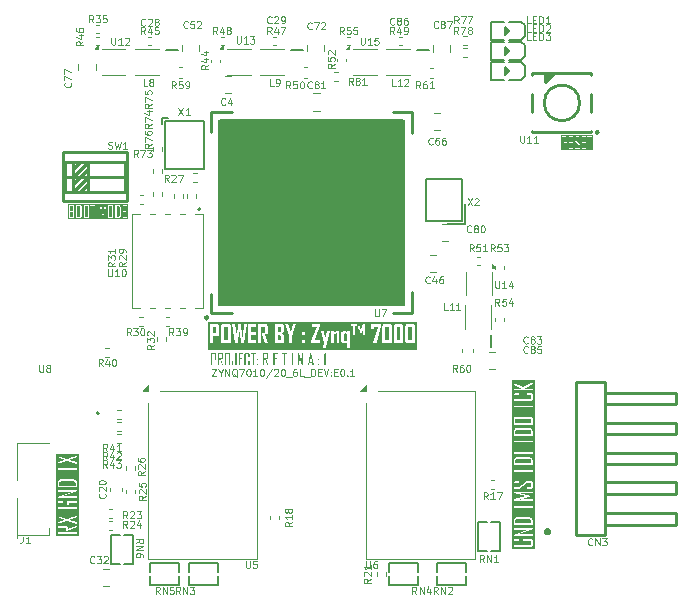
<source format=gbr>
%TF.GenerationSoftware,KiCad,Pcbnew,8.0.1*%
%TF.CreationDate,2024-05-09T15:37:21+08:00*%
%TF.ProjectId,ProDocument_ZYNQ7020_V1_2024-04-10,50726f44-6f63-4756-9d65-6e745f5a594e,rev?*%
%TF.SameCoordinates,Original*%
%TF.FileFunction,Legend,Top*%
%TF.FilePolarity,Positive*%
%FSLAX46Y46*%
G04 Gerber Fmt 4.6, Leading zero omitted, Abs format (unit mm)*
G04 Created by KiCad (PCBNEW 8.0.1) date 2024-05-09 15:37:21*
%MOMM*%
%LPD*%
G01*
G04 APERTURE LIST*
%ADD10C,0.200000*%
%ADD11C,0.130000*%
%ADD12C,0.300000*%
%ADD13C,0.100000*%
%ADD14C,0.120000*%
%ADD15C,0.152500*%
%ADD16C,0.254000*%
%ADD17C,0.203000*%
%ADD18C,0.000000*%
%ADD19C,0.150000*%
%ADD20C,0.152000*%
G04 APERTURE END LIST*
D10*
G36*
X176560664Y-81076893D02*
G01*
X176569154Y-81084446D01*
X176590127Y-81129109D01*
X176590891Y-81141843D01*
X176590891Y-81639122D01*
X176576541Y-81687654D01*
X176569154Y-81696519D01*
X176524190Y-81718202D01*
X176513955Y-81718745D01*
X176260675Y-81718745D01*
X176260675Y-82140797D01*
X176165176Y-82140797D01*
X176165176Y-81140378D01*
X176260675Y-81140378D01*
X176260675Y-81640587D01*
X176495392Y-81640587D01*
X176495392Y-81140378D01*
X176260675Y-81140378D01*
X176165176Y-81140378D01*
X176165176Y-81062220D01*
X176513955Y-81062220D01*
X176560664Y-81076893D01*
G37*
G36*
X177196125Y-82140797D02*
G01*
X177095741Y-82140797D01*
X176895951Y-81550950D01*
X176908895Y-81531166D01*
X177079377Y-81531166D01*
X177079377Y-81140378D01*
X176834157Y-81140378D01*
X176834157Y-82140797D01*
X176738658Y-82140797D01*
X176738658Y-81062220D01*
X177098428Y-81062220D01*
X177146438Y-81078043D01*
X177153383Y-81084446D01*
X177174120Y-81129109D01*
X177174876Y-81141843D01*
X177174876Y-81529701D01*
X177160176Y-81578221D01*
X177116074Y-81604348D01*
X177070340Y-81609324D01*
X177040054Y-81608347D01*
X177011233Y-81607370D01*
X177028629Y-81657254D01*
X177046012Y-81707164D01*
X177063382Y-81757100D01*
X177080739Y-81807062D01*
X177098084Y-81857049D01*
X177115415Y-81907062D01*
X177132734Y-81957101D01*
X177150039Y-82007165D01*
X177167332Y-82057255D01*
X177184612Y-82107371D01*
X177196125Y-82140797D01*
G37*
G36*
X177759408Y-81076893D02*
G01*
X177767898Y-81084446D01*
X177788871Y-81129109D01*
X177789635Y-81141843D01*
X177789635Y-82061173D01*
X177776368Y-82108227D01*
X177767898Y-82118570D01*
X177722933Y-82140254D01*
X177712699Y-82140797D01*
X177411791Y-82140797D01*
X177363781Y-82124973D01*
X177356837Y-82118570D01*
X177336335Y-82073907D01*
X177335588Y-82061173D01*
X177335588Y-81141843D01*
X177336011Y-81140378D01*
X177431087Y-81140378D01*
X177431087Y-82062639D01*
X177694136Y-82062639D01*
X177694136Y-81140378D01*
X177431087Y-81140378D01*
X177336011Y-81140378D01*
X177349615Y-81093236D01*
X177356837Y-81084446D01*
X177401563Y-81062763D01*
X177411791Y-81062220D01*
X177712699Y-81062220D01*
X177759408Y-81076893D01*
G37*
G36*
X178336251Y-82061173D02*
G01*
X178322223Y-82109781D01*
X178315002Y-82118570D01*
X178270276Y-82140254D01*
X178260047Y-82140797D01*
X178009942Y-82140797D01*
X177961932Y-82124973D01*
X177954988Y-82118570D01*
X177934485Y-82073907D01*
X177933738Y-82061173D01*
X177933738Y-81796903D01*
X178029237Y-81796903D01*
X178029237Y-82062639D01*
X178240752Y-82062639D01*
X178240752Y-81062220D01*
X178336251Y-81062220D01*
X178336251Y-82061173D01*
G37*
G36*
X178857953Y-82140797D02*
G01*
X178505022Y-82140797D01*
X178505022Y-81062220D01*
X178853801Y-81062220D01*
X178853801Y-81140378D01*
X178600521Y-81140378D01*
X178600521Y-81546798D01*
X178831331Y-81546798D01*
X178831331Y-81624956D01*
X178600521Y-81624956D01*
X178600521Y-82062639D01*
X178857953Y-82062639D01*
X178857953Y-82140797D01*
G37*
G36*
X179434855Y-82061173D02*
G01*
X179421438Y-82108227D01*
X179412873Y-82118570D01*
X179367433Y-82140254D01*
X179357186Y-82140797D01*
X179080459Y-82140797D01*
X179032448Y-82124973D01*
X179025504Y-82118570D01*
X179005002Y-82073907D01*
X179004255Y-82061173D01*
X179004255Y-81141843D01*
X179018283Y-81093236D01*
X179025504Y-81084446D01*
X179070230Y-81062763D01*
X179080459Y-81062220D01*
X179357186Y-81062220D01*
X179404218Y-81076893D01*
X179412873Y-81084446D01*
X179434082Y-81129109D01*
X179434855Y-81141843D01*
X179434855Y-81390482D01*
X179338623Y-81390482D01*
X179338623Y-81140378D01*
X179099754Y-81140378D01*
X179099754Y-82062639D01*
X179338623Y-82062639D01*
X179338623Y-81796903D01*
X179434855Y-81796903D01*
X179434855Y-82061173D01*
G37*
G36*
X179968526Y-81140378D02*
G01*
X179802196Y-81140378D01*
X179802196Y-82140797D01*
X179706697Y-82140797D01*
X179706697Y-81140378D01*
X179539147Y-81140378D01*
X179539147Y-81062220D01*
X179968526Y-81062220D01*
X179968526Y-81140378D01*
G37*
G36*
X180160989Y-81687482D02*
G01*
X180056453Y-81687482D01*
X180056453Y-81562429D01*
X180160989Y-81562429D01*
X180160989Y-81687482D01*
G37*
G36*
X180160989Y-82140797D02*
G01*
X180056453Y-82140797D01*
X180056453Y-82015744D01*
X180160989Y-82015744D01*
X180160989Y-82140797D01*
G37*
G36*
X181041484Y-82140797D02*
G01*
X180941101Y-82140797D01*
X180741310Y-81550950D01*
X180754255Y-81531166D01*
X180924736Y-81531166D01*
X180924736Y-81140378D01*
X180679517Y-81140378D01*
X180679517Y-82140797D01*
X180584018Y-82140797D01*
X180584018Y-81062220D01*
X180943787Y-81062220D01*
X180991797Y-81078043D01*
X180998742Y-81084446D01*
X181019480Y-81129109D01*
X181020235Y-81141843D01*
X181020235Y-81529701D01*
X181005535Y-81578221D01*
X180961434Y-81604348D01*
X180915699Y-81609324D01*
X180885413Y-81608347D01*
X180856593Y-81607370D01*
X180873988Y-81657254D01*
X180891371Y-81707164D01*
X180908742Y-81757100D01*
X180926099Y-81807062D01*
X180943443Y-81857049D01*
X180960775Y-81907062D01*
X180978093Y-81957101D01*
X180995399Y-82007165D01*
X181012692Y-82057255D01*
X181029972Y-82107371D01*
X181041484Y-82140797D01*
G37*
G36*
X181807430Y-82140797D02*
G01*
X181454499Y-82140797D01*
X181454499Y-81062220D01*
X181803278Y-81062220D01*
X181803278Y-81140378D01*
X181549998Y-81140378D01*
X181549998Y-81546798D01*
X181780808Y-81546798D01*
X181780808Y-81624956D01*
X181549998Y-81624956D01*
X181549998Y-82062639D01*
X181807430Y-82062639D01*
X181807430Y-82140797D01*
G37*
G36*
X182597556Y-81140378D02*
G01*
X182431226Y-81140378D01*
X182431226Y-82140797D01*
X182335727Y-82140797D01*
X182335727Y-81140378D01*
X182168177Y-81140378D01*
X182168177Y-81062220D01*
X182597556Y-81062220D01*
X182597556Y-81140378D01*
G37*
G36*
X183081401Y-82140797D02*
G01*
X182985902Y-82140797D01*
X182985902Y-81062220D01*
X183081401Y-81062220D01*
X183081401Y-82140797D01*
G37*
G36*
X183975574Y-82140797D02*
G01*
X183909628Y-82140797D01*
X183622399Y-81347496D01*
X183622399Y-82140797D01*
X183532517Y-82140797D01*
X183532517Y-81062220D01*
X183603836Y-81062220D01*
X183885448Y-81841599D01*
X183885448Y-81062220D01*
X183975574Y-81062220D01*
X183975574Y-82140797D01*
G37*
G36*
X184850940Y-82140797D02*
G01*
X184756174Y-82140797D01*
X184718316Y-81906323D01*
X184504848Y-81906323D01*
X184466990Y-82140797D01*
X184374911Y-82140797D01*
X184374911Y-82138110D01*
X184430145Y-81828166D01*
X184517060Y-81828166D01*
X184706104Y-81828166D01*
X184612071Y-81236609D01*
X184517060Y-81828166D01*
X184430145Y-81828166D01*
X184566641Y-81062220D01*
X184660675Y-81062220D01*
X184850940Y-82140797D01*
G37*
G36*
X185334052Y-81687482D02*
G01*
X185229517Y-81687482D01*
X185229517Y-81562429D01*
X185334052Y-81562429D01*
X185334052Y-81687482D01*
G37*
G36*
X185334052Y-82140797D02*
G01*
X185229517Y-82140797D01*
X185229517Y-82015744D01*
X185334052Y-82015744D01*
X185334052Y-82140797D01*
G37*
G36*
X185864059Y-82140797D02*
G01*
X185768072Y-82140797D01*
X185768072Y-81390482D01*
X185726062Y-81390482D01*
X185726062Y-81382667D01*
X185786634Y-81062220D01*
X185864059Y-81062220D01*
X185864059Y-82140797D01*
G37*
D11*
G36*
X164596231Y-91940110D02*
G01*
X164658239Y-91980702D01*
X164694784Y-92040603D01*
X164706966Y-92116257D01*
X164706966Y-92306766D01*
X163323574Y-92306766D01*
X163323574Y-92107831D01*
X163333111Y-92044198D01*
X163373400Y-91978870D01*
X163430919Y-91941227D01*
X163503826Y-91928679D01*
X164524517Y-91928679D01*
X164596231Y-91940110D01*
G37*
G36*
X164990870Y-96548503D02*
G01*
X163039671Y-96548503D01*
X163039671Y-96381836D01*
X163206338Y-96381836D01*
X164824203Y-96381836D01*
X164824203Y-96238588D01*
X163323574Y-96238588D01*
X163323574Y-95870758D01*
X163909757Y-95870758D01*
X163909757Y-96126480D01*
X163939433Y-96145898D01*
X164824203Y-95846212D01*
X164824203Y-95695636D01*
X164774065Y-95712905D01*
X164698891Y-95738825D01*
X164623755Y-95764764D01*
X164548659Y-95790723D01*
X164473600Y-95816701D01*
X164398581Y-95842698D01*
X164323600Y-95868714D01*
X164248658Y-95894750D01*
X164173754Y-95920805D01*
X164098889Y-95946880D01*
X164024063Y-95972974D01*
X164025528Y-95929743D01*
X164026994Y-95884314D01*
X164019529Y-95815712D01*
X163980340Y-95749560D01*
X163907559Y-95727510D01*
X163325773Y-95727510D01*
X163306672Y-95728643D01*
X163239677Y-95759750D01*
X163230072Y-95770166D01*
X163206338Y-95842182D01*
X163206338Y-96381836D01*
X163039671Y-96381836D01*
X163039671Y-95554586D01*
X163206338Y-95554586D01*
X163245512Y-95541988D01*
X163319304Y-95516976D01*
X163405823Y-95487358D01*
X163486746Y-95459539D01*
X163581412Y-95426916D01*
X163652157Y-95402499D01*
X163729011Y-95375946D01*
X163811972Y-95347258D01*
X163901042Y-95316435D01*
X163996219Y-95283476D01*
X164815776Y-95571072D01*
X164824203Y-95571072D01*
X164824203Y-95427824D01*
X164159618Y-95212402D01*
X164824203Y-94996979D01*
X164824203Y-94849701D01*
X164756412Y-94871478D01*
X164684218Y-94895798D01*
X164613085Y-94919951D01*
X164527391Y-94949173D01*
X164427137Y-94983462D01*
X164352211Y-95009138D01*
X164270814Y-95037066D01*
X164182945Y-95067247D01*
X164088605Y-95099680D01*
X163987793Y-95134366D01*
X163215497Y-94866187D01*
X163206338Y-94866187D01*
X163206338Y-95009436D01*
X163820364Y-95210570D01*
X163206338Y-95404010D01*
X163206338Y-95554586D01*
X163039671Y-95554586D01*
X163039671Y-94155807D01*
X163206338Y-94155807D01*
X163207152Y-94171150D01*
X163239677Y-94238239D01*
X163252862Y-94249071D01*
X163325773Y-94270113D01*
X164704768Y-94270113D01*
X164723869Y-94268992D01*
X164790863Y-94238239D01*
X164800468Y-94227822D01*
X164824203Y-94155807D01*
X164824203Y-93732290D01*
X164823389Y-93716947D01*
X164790863Y-93649858D01*
X164777679Y-93639026D01*
X164704768Y-93617984D01*
X164003547Y-93617984D01*
X164003547Y-93934523D01*
X164120783Y-93934523D01*
X164120783Y-93762332D01*
X164706966Y-93762332D01*
X164706966Y-94126864D01*
X163323574Y-94126864D01*
X163323574Y-93762332D01*
X163675284Y-93762332D01*
X163675284Y-93617984D01*
X163325773Y-93617984D01*
X163306672Y-93619105D01*
X163239677Y-93649858D01*
X163230072Y-93660275D01*
X163206338Y-93732290D01*
X163206338Y-94155807D01*
X163039671Y-94155807D01*
X163039671Y-92702806D01*
X163206338Y-92702806D01*
X163206338Y-92837995D01*
X164375406Y-92837995D01*
X163206338Y-93260413D01*
X163206338Y-93367391D01*
X164824203Y-93367391D01*
X164824203Y-93232569D01*
X163634251Y-93232569D01*
X164824203Y-92801725D01*
X164824203Y-92702806D01*
X163206338Y-92702806D01*
X163039671Y-92702806D01*
X163039671Y-92450015D01*
X163206338Y-92450015D01*
X164824203Y-92450015D01*
X164824203Y-92081086D01*
X164816188Y-92005466D01*
X164788860Y-91932202D01*
X164742137Y-91869328D01*
X164680054Y-91821562D01*
X164607147Y-91793623D01*
X164531477Y-91785430D01*
X163499063Y-91785430D01*
X163423429Y-91793587D01*
X163350645Y-91821404D01*
X163288770Y-91868961D01*
X163241838Y-91931714D01*
X163214388Y-92005116D01*
X163206338Y-92081086D01*
X163206338Y-92306766D01*
X163206338Y-92450015D01*
X163039671Y-92450015D01*
X163039671Y-90572764D01*
X163206338Y-90572764D01*
X163206338Y-91216833D01*
X163323574Y-91216833D01*
X163323574Y-90965507D01*
X164824203Y-90965507D01*
X164824203Y-90822258D01*
X163323574Y-90822258D01*
X163323574Y-90572764D01*
X163206338Y-90572764D01*
X163039671Y-90572764D01*
X163039671Y-90476777D01*
X163206338Y-90476777D01*
X163245512Y-90464180D01*
X163319304Y-90439167D01*
X163405823Y-90409549D01*
X163486746Y-90381730D01*
X163581412Y-90349108D01*
X163652157Y-90324690D01*
X163729011Y-90298137D01*
X163811972Y-90269449D01*
X163901042Y-90238626D01*
X163996219Y-90205667D01*
X164815776Y-90493263D01*
X164824203Y-90493263D01*
X164824203Y-90350015D01*
X164159618Y-90134593D01*
X164824203Y-89919171D01*
X164824203Y-89771892D01*
X164756412Y-89793669D01*
X164684218Y-89817989D01*
X164613085Y-89842142D01*
X164527391Y-89871364D01*
X164427137Y-89905654D01*
X164352211Y-89931329D01*
X164270814Y-89959257D01*
X164182945Y-89989438D01*
X164088605Y-90021871D01*
X163987793Y-90056557D01*
X163215497Y-89788378D01*
X163206338Y-89788378D01*
X163206338Y-89931627D01*
X163820364Y-90132761D01*
X163206338Y-90326201D01*
X163206338Y-90476777D01*
X163039671Y-90476777D01*
X163039671Y-89605225D01*
X164990870Y-89605225D01*
X164990870Y-96548503D01*
G37*
D12*
G36*
X187520676Y-79412838D02*
G01*
X187591084Y-79433858D01*
X187661094Y-79458588D01*
X187661094Y-80068218D01*
X187513449Y-80068218D01*
X187467012Y-80057141D01*
X187437245Y-79989450D01*
X187437245Y-79487531D01*
X187444508Y-79447538D01*
X187511617Y-79411693D01*
X187520676Y-79412838D01*
G37*
G36*
X176611914Y-79435141D02*
G01*
X176317357Y-79435141D01*
X176317357Y-78872405D01*
X176611914Y-78872405D01*
X176611914Y-79435141D01*
G37*
G36*
X177593037Y-80021323D02*
G01*
X177262577Y-80021323D01*
X177262577Y-78872405D01*
X177593037Y-78872405D01*
X177593037Y-80021323D01*
G37*
G36*
X182117636Y-79620521D02*
G01*
X182117636Y-80021323D01*
X181809890Y-80021323D01*
X181809890Y-79552377D01*
X181999300Y-79552377D01*
X182117636Y-79620521D01*
G37*
G36*
X182111774Y-79240235D02*
G01*
X181995270Y-79317904D01*
X181809890Y-79317904D01*
X181809890Y-78872405D01*
X182111774Y-78872405D01*
X182111774Y-79240235D01*
G37*
G36*
X191227283Y-80021323D02*
G01*
X190908913Y-80021323D01*
X190908913Y-78872405D01*
X191227283Y-78872405D01*
X191227283Y-80021323D01*
G37*
G36*
X192207674Y-80021323D02*
G01*
X191889304Y-80021323D01*
X191889304Y-78872405D01*
X192207674Y-78872405D01*
X192207674Y-80021323D01*
G37*
G36*
X193188065Y-80021323D02*
G01*
X192869694Y-80021323D01*
X192869694Y-78872405D01*
X193188065Y-78872405D01*
X193188065Y-80021323D01*
G37*
G36*
X193590671Y-80797621D02*
G01*
X175909256Y-80797621D01*
X175909256Y-78637932D01*
X176075923Y-78637932D01*
X176075923Y-78872405D01*
X176075923Y-80255797D01*
X176317357Y-80255797D01*
X176317357Y-80127935D01*
X177021142Y-80127935D01*
X177032474Y-80189743D01*
X177088850Y-80243310D01*
X177164391Y-80255797D01*
X177687925Y-80255797D01*
X177758588Y-80245682D01*
X177816832Y-80200731D01*
X177834105Y-80127935D01*
X177834105Y-78765793D01*
X177822542Y-78703985D01*
X177765012Y-78650418D01*
X177687925Y-78637932D01*
X177963431Y-78637932D01*
X178199370Y-80255797D01*
X178436408Y-80255797D01*
X178579656Y-79327063D01*
X178584875Y-79254259D01*
X178587716Y-79177220D01*
X178592111Y-79250024D01*
X178596142Y-79327063D01*
X178740490Y-80255797D01*
X178976429Y-80255797D01*
X179212367Y-78637932D01*
X179339496Y-78637932D01*
X179339496Y-80255797D01*
X180008477Y-80255797D01*
X180008477Y-80021323D01*
X179580930Y-80021323D01*
X179580930Y-79552377D01*
X179943630Y-79552377D01*
X179943630Y-79317904D01*
X179580930Y-79317904D01*
X179580930Y-78872405D01*
X180002249Y-78872405D01*
X180002249Y-78637932D01*
X180168944Y-78637932D01*
X180168944Y-80255797D01*
X180410378Y-80255797D01*
X180410378Y-78872405D01*
X180714094Y-78872405D01*
X180714094Y-79364799D01*
X180477057Y-79364799D01*
X180477057Y-79434753D01*
X180477057Y-79509512D01*
X180743037Y-80255797D01*
X180994363Y-80255797D01*
X180728749Y-79505482D01*
X180736133Y-79505469D01*
X180812246Y-79503245D01*
X180885553Y-79491927D01*
X180937210Y-79450528D01*
X180954429Y-79377621D01*
X180954429Y-78765793D01*
X180942924Y-78703985D01*
X180885683Y-78650418D01*
X180808983Y-78637932D01*
X181568456Y-78637932D01*
X181568456Y-78872405D01*
X181568456Y-79552377D01*
X181568456Y-80255797D01*
X182212524Y-80255797D01*
X182283718Y-80245682D01*
X182342400Y-80200731D01*
X182359803Y-80127935D01*
X182359803Y-79679872D01*
X182359585Y-79668034D01*
X182345881Y-79594143D01*
X182304115Y-79528930D01*
X182299114Y-79524418D01*
X182239824Y-79480979D01*
X182174422Y-79435141D01*
X182237699Y-79390991D01*
X182300085Y-79345748D01*
X182306341Y-79339217D01*
X182341855Y-79275127D01*
X182351743Y-79201766D01*
X182351743Y-78765793D01*
X182340411Y-78703985D01*
X182284035Y-78650418D01*
X182208494Y-78637932D01*
X182475574Y-78637932D01*
X182475574Y-78647091D01*
X182687699Y-79323399D01*
X182695348Y-79345574D01*
X182719948Y-79415374D01*
X182746683Y-79490828D01*
X182755952Y-79518760D01*
X182776784Y-79589205D01*
X182793944Y-79661554D01*
X182793944Y-80255797D01*
X183036111Y-80255797D01*
X183036111Y-80021323D01*
X183887542Y-80021323D01*
X183887542Y-80255797D01*
X184119450Y-80255797D01*
X184667165Y-80255797D01*
X185407953Y-80255797D01*
X185407953Y-80021323D01*
X184955493Y-80021323D01*
X185247962Y-79224115D01*
X185477929Y-79224115D01*
X185741711Y-80255797D01*
X185633634Y-80630954D01*
X185874701Y-80630954D01*
X185974719Y-80250667D01*
X186235204Y-79224115D01*
X186346945Y-79224115D01*
X186346945Y-80255797D01*
X186582884Y-80255797D01*
X186582884Y-79470312D01*
X186804168Y-79411693D01*
X186804168Y-80255797D01*
X187041205Y-80255797D01*
X187041205Y-80044771D01*
X187203505Y-80044771D01*
X187204017Y-80062941D01*
X187219945Y-80137774D01*
X187261757Y-80199743D01*
X187276955Y-80212880D01*
X187345267Y-80246545D01*
X187418927Y-80255797D01*
X187661094Y-80255797D01*
X187661094Y-80630954D01*
X187895933Y-80630954D01*
X187895933Y-79224115D01*
X187661094Y-79224115D01*
X187661094Y-79271009D01*
X187620765Y-79262629D01*
X187538913Y-79246280D01*
X187466361Y-79233091D01*
X187393281Y-79224115D01*
X187318534Y-79235143D01*
X187254063Y-79274307D01*
X187214614Y-79338079D01*
X187203505Y-79411693D01*
X187203505Y-79989450D01*
X187203505Y-80044771D01*
X187041205Y-80044771D01*
X187041205Y-79351976D01*
X187033168Y-79296037D01*
X186985825Y-79239223D01*
X186912611Y-79224115D01*
X186895833Y-79224470D01*
X186822820Y-79232122D01*
X186746648Y-79246829D01*
X186731389Y-79250071D01*
X186654801Y-79266664D01*
X186582884Y-79282733D01*
X186582884Y-79224115D01*
X186346945Y-79224115D01*
X186235204Y-79224115D01*
X185994136Y-79224115D01*
X185857116Y-79927534D01*
X185720096Y-79224115D01*
X185477929Y-79224115D01*
X185247962Y-79224115D01*
X185405755Y-78794003D01*
X185405755Y-78637932D01*
X188030755Y-78637932D01*
X188030755Y-78778616D01*
X188191589Y-78778616D01*
X188191589Y-79575824D01*
X188341066Y-79575824D01*
X188341066Y-78778616D01*
X188499701Y-78778616D01*
X188499701Y-78637932D01*
X188578103Y-78637932D01*
X188578103Y-79575824D01*
X188725382Y-79575824D01*
X188725382Y-79068776D01*
X188826498Y-79482035D01*
X188916990Y-79482035D01*
X189019206Y-79068776D01*
X189019206Y-79575824D01*
X189168316Y-79575824D01*
X189168316Y-78637932D01*
X189731784Y-78637932D01*
X189731784Y-79083431D01*
X189964792Y-79083431D01*
X189964792Y-78872405D01*
X190272905Y-78872405D01*
X189910937Y-80255797D01*
X190158233Y-80255797D01*
X190190759Y-80127935D01*
X190671875Y-80127935D01*
X190683206Y-80189743D01*
X190739582Y-80243310D01*
X190815124Y-80255797D01*
X191318142Y-80255797D01*
X191381614Y-80247805D01*
X191446079Y-80200731D01*
X191463222Y-80127935D01*
X191652266Y-80127935D01*
X191663597Y-80189743D01*
X191719973Y-80243310D01*
X191795514Y-80255797D01*
X192298533Y-80255797D01*
X192362005Y-80247805D01*
X192426470Y-80200731D01*
X192443613Y-80127935D01*
X192632657Y-80127935D01*
X192643988Y-80189743D01*
X192700364Y-80243310D01*
X192775905Y-80255797D01*
X193278923Y-80255797D01*
X193342396Y-80247805D01*
X193406860Y-80200731D01*
X193424004Y-80127935D01*
X193424004Y-78765793D01*
X193412528Y-78703985D01*
X193355431Y-78650418D01*
X193278923Y-78637932D01*
X192779203Y-78637932D01*
X192708363Y-78648046D01*
X192649973Y-78692997D01*
X192632657Y-78765793D01*
X192632657Y-78872405D01*
X192632657Y-80127935D01*
X192443613Y-80127935D01*
X192443613Y-78765793D01*
X192432137Y-78703985D01*
X192375040Y-78650418D01*
X192298533Y-78637932D01*
X191798812Y-78637932D01*
X191727972Y-78648046D01*
X191669582Y-78692997D01*
X191652266Y-78765793D01*
X191652266Y-78872405D01*
X191652266Y-80127935D01*
X191463222Y-80127935D01*
X191463222Y-78765793D01*
X191451746Y-78703985D01*
X191394649Y-78650418D01*
X191318142Y-78637932D01*
X190818421Y-78637932D01*
X190747581Y-78648046D01*
X190689192Y-78692997D01*
X190671875Y-78765793D01*
X190671875Y-78872405D01*
X190671875Y-80127935D01*
X190190759Y-80127935D01*
X190530459Y-78792538D01*
X190530459Y-78637932D01*
X189731784Y-78637932D01*
X189168316Y-78637932D01*
X189012978Y-78637932D01*
X188872660Y-79138752D01*
X188735640Y-78637932D01*
X188578103Y-78637932D01*
X188499701Y-78637932D01*
X188030755Y-78637932D01*
X185405755Y-78637932D01*
X184703069Y-78637932D01*
X184703069Y-78872405D01*
X185118526Y-78872405D01*
X184667165Y-80109617D01*
X184667165Y-80255797D01*
X184119450Y-80255797D01*
X184119450Y-80021323D01*
X183887542Y-80021323D01*
X183036111Y-80021323D01*
X183036111Y-79661554D01*
X183044383Y-79632369D01*
X183067893Y-79551255D01*
X183089446Y-79479801D01*
X183115137Y-79399556D01*
X183135941Y-79341351D01*
X183887542Y-79341351D01*
X183887542Y-79575824D01*
X184119450Y-79575824D01*
X184119450Y-79341351D01*
X183887542Y-79341351D01*
X183135941Y-79341351D01*
X183142357Y-79323399D01*
X183355581Y-78647457D01*
X183355581Y-78637932D01*
X183108285Y-78637932D01*
X182916676Y-79342084D01*
X182723969Y-78637932D01*
X182475574Y-78637932D01*
X182208494Y-78637932D01*
X181568456Y-78637932D01*
X180808983Y-78637932D01*
X180168944Y-78637932D01*
X180002249Y-78637932D01*
X179339496Y-78637932D01*
X179212367Y-78637932D01*
X178968002Y-78637932D01*
X178843438Y-79613194D01*
X178838513Y-79686058D01*
X178835012Y-79763403D01*
X178830496Y-79690539D01*
X178825853Y-79613194D01*
X178686634Y-78637932D01*
X178488798Y-78637932D01*
X178349579Y-79613194D01*
X178344179Y-79686058D01*
X178340420Y-79763403D01*
X178336616Y-79690539D01*
X178332360Y-79613194D01*
X178207796Y-78637932D01*
X177963431Y-78637932D01*
X177687925Y-78637932D01*
X177164391Y-78637932D01*
X177101720Y-78645923D01*
X177038069Y-78692997D01*
X177021142Y-78765793D01*
X177021142Y-78872405D01*
X177021142Y-80127935D01*
X176317357Y-80127935D01*
X176317357Y-79669614D01*
X176707535Y-79669614D01*
X176778906Y-79659500D01*
X176837733Y-79614548D01*
X176855179Y-79541753D01*
X176855179Y-78765793D01*
X176843501Y-78703985D01*
X176785394Y-78650418D01*
X176707535Y-78637932D01*
X176075923Y-78637932D01*
X175909256Y-78637932D01*
X175909256Y-78471265D01*
X193590671Y-78471265D01*
X193590671Y-80797621D01*
G37*
D13*
X176230706Y-82432168D02*
X176630706Y-82432168D01*
X176630706Y-82432168D02*
X176230706Y-83032168D01*
X176230706Y-83032168D02*
X176630706Y-83032168D01*
X176973563Y-82746454D02*
X176973563Y-83032168D01*
X176773563Y-82432168D02*
X176973563Y-82746454D01*
X176973563Y-82746454D02*
X177173563Y-82432168D01*
X177373564Y-83032168D02*
X177373564Y-82432168D01*
X177373564Y-82432168D02*
X177716421Y-83032168D01*
X177716421Y-83032168D02*
X177716421Y-82432168D01*
X178402135Y-83089311D02*
X178344992Y-83060739D01*
X178344992Y-83060739D02*
X178287849Y-83003597D01*
X178287849Y-83003597D02*
X178202135Y-82917882D01*
X178202135Y-82917882D02*
X178144992Y-82889311D01*
X178144992Y-82889311D02*
X178087849Y-82889311D01*
X178116420Y-83032168D02*
X178059278Y-83003597D01*
X178059278Y-83003597D02*
X178002135Y-82946454D01*
X178002135Y-82946454D02*
X177973563Y-82832168D01*
X177973563Y-82832168D02*
X177973563Y-82632168D01*
X177973563Y-82632168D02*
X178002135Y-82517882D01*
X178002135Y-82517882D02*
X178059278Y-82460739D01*
X178059278Y-82460739D02*
X178116420Y-82432168D01*
X178116420Y-82432168D02*
X178230706Y-82432168D01*
X178230706Y-82432168D02*
X178287849Y-82460739D01*
X178287849Y-82460739D02*
X178344992Y-82517882D01*
X178344992Y-82517882D02*
X178373563Y-82632168D01*
X178373563Y-82632168D02*
X178373563Y-82832168D01*
X178373563Y-82832168D02*
X178344992Y-82946454D01*
X178344992Y-82946454D02*
X178287849Y-83003597D01*
X178287849Y-83003597D02*
X178230706Y-83032168D01*
X178230706Y-83032168D02*
X178116420Y-83032168D01*
X178573563Y-82432168D02*
X178973563Y-82432168D01*
X178973563Y-82432168D02*
X178716420Y-83032168D01*
X179316420Y-82432168D02*
X179373563Y-82432168D01*
X179373563Y-82432168D02*
X179430706Y-82460739D01*
X179430706Y-82460739D02*
X179459278Y-82489311D01*
X179459278Y-82489311D02*
X179487849Y-82546454D01*
X179487849Y-82546454D02*
X179516420Y-82660739D01*
X179516420Y-82660739D02*
X179516420Y-82803597D01*
X179516420Y-82803597D02*
X179487849Y-82917882D01*
X179487849Y-82917882D02*
X179459278Y-82975025D01*
X179459278Y-82975025D02*
X179430706Y-83003597D01*
X179430706Y-83003597D02*
X179373563Y-83032168D01*
X179373563Y-83032168D02*
X179316420Y-83032168D01*
X179316420Y-83032168D02*
X179259278Y-83003597D01*
X179259278Y-83003597D02*
X179230706Y-82975025D01*
X179230706Y-82975025D02*
X179202135Y-82917882D01*
X179202135Y-82917882D02*
X179173563Y-82803597D01*
X179173563Y-82803597D02*
X179173563Y-82660739D01*
X179173563Y-82660739D02*
X179202135Y-82546454D01*
X179202135Y-82546454D02*
X179230706Y-82489311D01*
X179230706Y-82489311D02*
X179259278Y-82460739D01*
X179259278Y-82460739D02*
X179316420Y-82432168D01*
X180087849Y-83032168D02*
X179744992Y-83032168D01*
X179916421Y-83032168D02*
X179916421Y-82432168D01*
X179916421Y-82432168D02*
X179859278Y-82517882D01*
X179859278Y-82517882D02*
X179802135Y-82575025D01*
X179802135Y-82575025D02*
X179744992Y-82603597D01*
X180459278Y-82432168D02*
X180516421Y-82432168D01*
X180516421Y-82432168D02*
X180573564Y-82460739D01*
X180573564Y-82460739D02*
X180602136Y-82489311D01*
X180602136Y-82489311D02*
X180630707Y-82546454D01*
X180630707Y-82546454D02*
X180659278Y-82660739D01*
X180659278Y-82660739D02*
X180659278Y-82803597D01*
X180659278Y-82803597D02*
X180630707Y-82917882D01*
X180630707Y-82917882D02*
X180602136Y-82975025D01*
X180602136Y-82975025D02*
X180573564Y-83003597D01*
X180573564Y-83003597D02*
X180516421Y-83032168D01*
X180516421Y-83032168D02*
X180459278Y-83032168D01*
X180459278Y-83032168D02*
X180402136Y-83003597D01*
X180402136Y-83003597D02*
X180373564Y-82975025D01*
X180373564Y-82975025D02*
X180344993Y-82917882D01*
X180344993Y-82917882D02*
X180316421Y-82803597D01*
X180316421Y-82803597D02*
X180316421Y-82660739D01*
X180316421Y-82660739D02*
X180344993Y-82546454D01*
X180344993Y-82546454D02*
X180373564Y-82489311D01*
X180373564Y-82489311D02*
X180402136Y-82460739D01*
X180402136Y-82460739D02*
X180459278Y-82432168D01*
X181344993Y-82403597D02*
X180830707Y-83175025D01*
X181516421Y-82489311D02*
X181544993Y-82460739D01*
X181544993Y-82460739D02*
X181602136Y-82432168D01*
X181602136Y-82432168D02*
X181744993Y-82432168D01*
X181744993Y-82432168D02*
X181802136Y-82460739D01*
X181802136Y-82460739D02*
X181830707Y-82489311D01*
X181830707Y-82489311D02*
X181859278Y-82546454D01*
X181859278Y-82546454D02*
X181859278Y-82603597D01*
X181859278Y-82603597D02*
X181830707Y-82689311D01*
X181830707Y-82689311D02*
X181487850Y-83032168D01*
X181487850Y-83032168D02*
X181859278Y-83032168D01*
X182230707Y-82432168D02*
X182287850Y-82432168D01*
X182287850Y-82432168D02*
X182344993Y-82460739D01*
X182344993Y-82460739D02*
X182373565Y-82489311D01*
X182373565Y-82489311D02*
X182402136Y-82546454D01*
X182402136Y-82546454D02*
X182430707Y-82660739D01*
X182430707Y-82660739D02*
X182430707Y-82803597D01*
X182430707Y-82803597D02*
X182402136Y-82917882D01*
X182402136Y-82917882D02*
X182373565Y-82975025D01*
X182373565Y-82975025D02*
X182344993Y-83003597D01*
X182344993Y-83003597D02*
X182287850Y-83032168D01*
X182287850Y-83032168D02*
X182230707Y-83032168D01*
X182230707Y-83032168D02*
X182173565Y-83003597D01*
X182173565Y-83003597D02*
X182144993Y-82975025D01*
X182144993Y-82975025D02*
X182116422Y-82917882D01*
X182116422Y-82917882D02*
X182087850Y-82803597D01*
X182087850Y-82803597D02*
X182087850Y-82660739D01*
X182087850Y-82660739D02*
X182116422Y-82546454D01*
X182116422Y-82546454D02*
X182144993Y-82489311D01*
X182144993Y-82489311D02*
X182173565Y-82460739D01*
X182173565Y-82460739D02*
X182230707Y-82432168D01*
X182544994Y-83089311D02*
X183002136Y-83089311D01*
X183402137Y-82432168D02*
X183287851Y-82432168D01*
X183287851Y-82432168D02*
X183230708Y-82460739D01*
X183230708Y-82460739D02*
X183202137Y-82489311D01*
X183202137Y-82489311D02*
X183144994Y-82575025D01*
X183144994Y-82575025D02*
X183116422Y-82689311D01*
X183116422Y-82689311D02*
X183116422Y-82917882D01*
X183116422Y-82917882D02*
X183144994Y-82975025D01*
X183144994Y-82975025D02*
X183173565Y-83003597D01*
X183173565Y-83003597D02*
X183230708Y-83032168D01*
X183230708Y-83032168D02*
X183344994Y-83032168D01*
X183344994Y-83032168D02*
X183402137Y-83003597D01*
X183402137Y-83003597D02*
X183430708Y-82975025D01*
X183430708Y-82975025D02*
X183459279Y-82917882D01*
X183459279Y-82917882D02*
X183459279Y-82775025D01*
X183459279Y-82775025D02*
X183430708Y-82717882D01*
X183430708Y-82717882D02*
X183402137Y-82689311D01*
X183402137Y-82689311D02*
X183344994Y-82660739D01*
X183344994Y-82660739D02*
X183230708Y-82660739D01*
X183230708Y-82660739D02*
X183173565Y-82689311D01*
X183173565Y-82689311D02*
X183144994Y-82717882D01*
X183144994Y-82717882D02*
X183116422Y-82775025D01*
X184002137Y-83032168D02*
X183716423Y-83032168D01*
X183716423Y-83032168D02*
X183716423Y-82432168D01*
X184059280Y-83089311D02*
X184516422Y-83089311D01*
X184659280Y-83032168D02*
X184659280Y-82432168D01*
X184659280Y-82432168D02*
X184802137Y-82432168D01*
X184802137Y-82432168D02*
X184887851Y-82460739D01*
X184887851Y-82460739D02*
X184944994Y-82517882D01*
X184944994Y-82517882D02*
X184973565Y-82575025D01*
X184973565Y-82575025D02*
X185002137Y-82689311D01*
X185002137Y-82689311D02*
X185002137Y-82775025D01*
X185002137Y-82775025D02*
X184973565Y-82889311D01*
X184973565Y-82889311D02*
X184944994Y-82946454D01*
X184944994Y-82946454D02*
X184887851Y-83003597D01*
X184887851Y-83003597D02*
X184802137Y-83032168D01*
X184802137Y-83032168D02*
X184659280Y-83032168D01*
X185259280Y-82717882D02*
X185459280Y-82717882D01*
X185544994Y-83032168D02*
X185259280Y-83032168D01*
X185259280Y-83032168D02*
X185259280Y-82432168D01*
X185259280Y-82432168D02*
X185544994Y-82432168D01*
X185716422Y-82432168D02*
X185916422Y-83032168D01*
X185916422Y-83032168D02*
X186116422Y-82432168D01*
X186316423Y-82975025D02*
X186344994Y-83003597D01*
X186344994Y-83003597D02*
X186316423Y-83032168D01*
X186316423Y-83032168D02*
X186287851Y-83003597D01*
X186287851Y-83003597D02*
X186316423Y-82975025D01*
X186316423Y-82975025D02*
X186316423Y-83032168D01*
X186316423Y-82660739D02*
X186344994Y-82689311D01*
X186344994Y-82689311D02*
X186316423Y-82717882D01*
X186316423Y-82717882D02*
X186287851Y-82689311D01*
X186287851Y-82689311D02*
X186316423Y-82660739D01*
X186316423Y-82660739D02*
X186316423Y-82717882D01*
X186602137Y-82717882D02*
X186802137Y-82717882D01*
X186887851Y-83032168D02*
X186602137Y-83032168D01*
X186602137Y-83032168D02*
X186602137Y-82432168D01*
X186602137Y-82432168D02*
X186887851Y-82432168D01*
X187259279Y-82432168D02*
X187316422Y-82432168D01*
X187316422Y-82432168D02*
X187373565Y-82460739D01*
X187373565Y-82460739D02*
X187402137Y-82489311D01*
X187402137Y-82489311D02*
X187430708Y-82546454D01*
X187430708Y-82546454D02*
X187459279Y-82660739D01*
X187459279Y-82660739D02*
X187459279Y-82803597D01*
X187459279Y-82803597D02*
X187430708Y-82917882D01*
X187430708Y-82917882D02*
X187402137Y-82975025D01*
X187402137Y-82975025D02*
X187373565Y-83003597D01*
X187373565Y-83003597D02*
X187316422Y-83032168D01*
X187316422Y-83032168D02*
X187259279Y-83032168D01*
X187259279Y-83032168D02*
X187202137Y-83003597D01*
X187202137Y-83003597D02*
X187173565Y-82975025D01*
X187173565Y-82975025D02*
X187144994Y-82917882D01*
X187144994Y-82917882D02*
X187116422Y-82803597D01*
X187116422Y-82803597D02*
X187116422Y-82660739D01*
X187116422Y-82660739D02*
X187144994Y-82546454D01*
X187144994Y-82546454D02*
X187173565Y-82489311D01*
X187173565Y-82489311D02*
X187202137Y-82460739D01*
X187202137Y-82460739D02*
X187259279Y-82432168D01*
X187716423Y-82975025D02*
X187744994Y-83003597D01*
X187744994Y-83003597D02*
X187716423Y-83032168D01*
X187716423Y-83032168D02*
X187687851Y-83003597D01*
X187687851Y-83003597D02*
X187716423Y-82975025D01*
X187716423Y-82975025D02*
X187716423Y-83032168D01*
X188316422Y-83032168D02*
X187973565Y-83032168D01*
X188144994Y-83032168D02*
X188144994Y-82432168D01*
X188144994Y-82432168D02*
X188087851Y-82517882D01*
X188087851Y-82517882D02*
X188030708Y-82575025D01*
X188030708Y-82575025D02*
X187973565Y-82603597D01*
D11*
G36*
X203176231Y-95151833D02*
G01*
X203238239Y-95192426D01*
X203274784Y-95252327D01*
X203286966Y-95327981D01*
X203286966Y-95518490D01*
X201903574Y-95518490D01*
X201903574Y-95319554D01*
X201913111Y-95255921D01*
X201953400Y-95190594D01*
X202010919Y-95152950D01*
X202083826Y-95140402D01*
X203104517Y-95140402D01*
X203176231Y-95151833D01*
G37*
G36*
X203176231Y-90053508D02*
G01*
X203238239Y-90094101D01*
X203274784Y-90154001D01*
X203286966Y-90229656D01*
X203286966Y-90420165D01*
X201903574Y-90420165D01*
X201903574Y-90221229D01*
X201913111Y-90157596D01*
X201953400Y-90092269D01*
X202010919Y-90054625D01*
X202083826Y-90042077D01*
X203104517Y-90042077D01*
X203176231Y-90053508D01*
G37*
G36*
X203176231Y-87594471D02*
G01*
X203238239Y-87635064D01*
X203274784Y-87694964D01*
X203286966Y-87770619D01*
X203286966Y-87961128D01*
X201903574Y-87961128D01*
X201903574Y-87762192D01*
X201913111Y-87698559D01*
X201953400Y-87633232D01*
X202010919Y-87595588D01*
X202083826Y-87583040D01*
X203104517Y-87583040D01*
X203176231Y-87594471D01*
G37*
G36*
X203286966Y-87049614D02*
G01*
X201903574Y-87049614D01*
X201903574Y-86655039D01*
X203286966Y-86655039D01*
X203286966Y-87049614D01*
G37*
G36*
X203570870Y-97648503D02*
G01*
X201619671Y-97648503D01*
X201619671Y-97367531D01*
X201786338Y-97367531D01*
X201787152Y-97382874D01*
X201819677Y-97449963D01*
X201832862Y-97460795D01*
X201905773Y-97481836D01*
X203284768Y-97481836D01*
X203303869Y-97480716D01*
X203370863Y-97449963D01*
X203380468Y-97439546D01*
X203404203Y-97367531D01*
X203404203Y-96944014D01*
X203403389Y-96928670D01*
X203370863Y-96861582D01*
X203357679Y-96850749D01*
X203284768Y-96829708D01*
X202583547Y-96829708D01*
X202583547Y-97146247D01*
X202700783Y-97146247D01*
X202700783Y-96974055D01*
X203286966Y-96974055D01*
X203286966Y-97338588D01*
X201903574Y-97338588D01*
X201903574Y-96974055D01*
X202255284Y-96974055D01*
X202255284Y-96829708D01*
X201905773Y-96829708D01*
X201886672Y-96830828D01*
X201819677Y-96861582D01*
X201810072Y-96871998D01*
X201786338Y-96944014D01*
X201786338Y-97367531D01*
X201619671Y-97367531D01*
X201619671Y-95914530D01*
X201786338Y-95914530D01*
X201786338Y-96049718D01*
X202955406Y-96049718D01*
X201786338Y-96472136D01*
X201786338Y-96579115D01*
X203404203Y-96579115D01*
X203404203Y-96444293D01*
X202214251Y-96444293D01*
X203404203Y-96013448D01*
X203404203Y-95914530D01*
X201786338Y-95914530D01*
X201619671Y-95914530D01*
X201619671Y-95661739D01*
X201786338Y-95661739D01*
X203404203Y-95661739D01*
X203404203Y-95292810D01*
X203396188Y-95217190D01*
X203368860Y-95143926D01*
X203322137Y-95081051D01*
X203260054Y-95033285D01*
X203187147Y-95005347D01*
X203111477Y-94997154D01*
X202079063Y-94997154D01*
X202003429Y-95005311D01*
X201930645Y-95033128D01*
X201868770Y-95080685D01*
X201821838Y-95143437D01*
X201794388Y-95216839D01*
X201786338Y-95292810D01*
X201786338Y-95518490D01*
X201786338Y-95661739D01*
X201619671Y-95661739D01*
X201619671Y-93784488D01*
X201786338Y-93784488D01*
X201786338Y-94428556D01*
X201903574Y-94428556D01*
X201903574Y-94177231D01*
X203404203Y-94177231D01*
X203404203Y-94033982D01*
X201903574Y-94033982D01*
X201903574Y-93784488D01*
X201786338Y-93784488D01*
X201619671Y-93784488D01*
X201619671Y-92823148D01*
X201786338Y-92823148D01*
X201786338Y-92955772D01*
X202830110Y-93217723D01*
X202876272Y-93221753D01*
X202830110Y-93225783D01*
X201786338Y-93487733D01*
X201786338Y-93620357D01*
X203404203Y-93620357D01*
X203404203Y-93485535D01*
X202376184Y-93485535D01*
X202325746Y-93490056D01*
X202248690Y-93499823D01*
X203240071Y-93236041D01*
X203240071Y-93207464D01*
X202248690Y-92943682D01*
X202301581Y-92950589D01*
X202376184Y-92957970D01*
X203404203Y-92957970D01*
X203404203Y-92823148D01*
X201786338Y-92823148D01*
X201619671Y-92823148D01*
X201619671Y-92461913D01*
X201786338Y-92461913D01*
X201787152Y-92477274D01*
X201819677Y-92545078D01*
X201832862Y-92556034D01*
X201905773Y-92577318D01*
X202217915Y-92577318D01*
X202280254Y-92567094D01*
X202344677Y-92530790D01*
X202900085Y-92086023D01*
X203286966Y-92086023D01*
X203286966Y-92434069D01*
X202888362Y-92434069D01*
X202888362Y-92577318D01*
X203284768Y-92577318D01*
X203303869Y-92576184D01*
X203370863Y-92545078D01*
X203382193Y-92532219D01*
X203404203Y-92461913D01*
X203404203Y-92055981D01*
X203403389Y-92040656D01*
X203370863Y-91974282D01*
X203357679Y-91963575D01*
X203284768Y-91942775D01*
X202923899Y-91942775D01*
X202865976Y-91951260D01*
X202799335Y-91987105D01*
X202243560Y-92434069D01*
X201903574Y-92434069D01*
X201903574Y-92086023D01*
X202278731Y-92086023D01*
X202278731Y-91942775D01*
X201905773Y-91942775D01*
X201886672Y-91943883D01*
X201819677Y-91974282D01*
X201810072Y-91984488D01*
X201786338Y-92055981D01*
X201786338Y-92461913D01*
X201619671Y-92461913D01*
X201619671Y-90727545D01*
X201786338Y-90727545D01*
X201786338Y-91371613D01*
X201903574Y-91371613D01*
X201903574Y-91120287D01*
X203404203Y-91120287D01*
X203404203Y-90977039D01*
X201903574Y-90977039D01*
X201903574Y-90727545D01*
X201786338Y-90727545D01*
X201619671Y-90727545D01*
X201619671Y-90563413D01*
X201786338Y-90563413D01*
X203404203Y-90563413D01*
X203404203Y-90194485D01*
X203396188Y-90118865D01*
X203368860Y-90045600D01*
X203322137Y-89982726D01*
X203260054Y-89934960D01*
X203187147Y-89907022D01*
X203111477Y-89898829D01*
X202079063Y-89898829D01*
X202003429Y-89906986D01*
X201930645Y-89934802D01*
X201868770Y-89982360D01*
X201821838Y-90045112D01*
X201794388Y-90118514D01*
X201786338Y-90194485D01*
X201786338Y-90420165D01*
X201786338Y-90563413D01*
X201619671Y-90563413D01*
X201619671Y-89500591D01*
X201786338Y-89500591D01*
X201786338Y-89643839D01*
X203404203Y-89643839D01*
X203404203Y-89500591D01*
X201786338Y-89500591D01*
X201619671Y-89500591D01*
X201619671Y-88268508D01*
X201786338Y-88268508D01*
X201786338Y-88912576D01*
X201903574Y-88912576D01*
X201903574Y-88661250D01*
X203404203Y-88661250D01*
X203404203Y-88518002D01*
X201903574Y-88518002D01*
X201903574Y-88268508D01*
X201786338Y-88268508D01*
X201619671Y-88268508D01*
X201619671Y-88104376D01*
X201786338Y-88104376D01*
X203404203Y-88104376D01*
X203404203Y-87735448D01*
X203396188Y-87659828D01*
X203368860Y-87586563D01*
X203322137Y-87523689D01*
X203260054Y-87475923D01*
X203187147Y-87447985D01*
X203111477Y-87439792D01*
X202079063Y-87439792D01*
X202003429Y-87447949D01*
X201930645Y-87475765D01*
X201868770Y-87523323D01*
X201821838Y-87586075D01*
X201794388Y-87659477D01*
X201786338Y-87735448D01*
X201786338Y-87961128D01*
X201786338Y-88104376D01*
X201619671Y-88104376D01*
X201619671Y-87078556D01*
X201786338Y-87078556D01*
X201787152Y-87093900D01*
X201819677Y-87160988D01*
X201832862Y-87171820D01*
X201905773Y-87192862D01*
X203284768Y-87192862D01*
X203303869Y-87191742D01*
X203370863Y-87160988D01*
X203380468Y-87150572D01*
X203404203Y-87078556D01*
X203404203Y-86627196D01*
X203403389Y-86611843D01*
X203370863Y-86544397D01*
X203355348Y-86531692D01*
X203284768Y-86511791D01*
X201905773Y-86511791D01*
X201886672Y-86512937D01*
X201819677Y-86544397D01*
X201808347Y-86557131D01*
X201786338Y-86627196D01*
X201786338Y-86655039D01*
X201786338Y-87078556D01*
X201619671Y-87078556D01*
X201619671Y-85293630D01*
X201786338Y-85293630D01*
X201786338Y-85937698D01*
X201903574Y-85937698D01*
X201903574Y-85686372D01*
X203404203Y-85686372D01*
X203404203Y-85543124D01*
X201903574Y-85543124D01*
X201903574Y-85293630D01*
X201786338Y-85293630D01*
X201619671Y-85293630D01*
X201619671Y-85015193D01*
X201786338Y-85015193D01*
X201787152Y-85030536D01*
X201819677Y-85097625D01*
X201832862Y-85108457D01*
X201905773Y-85129499D01*
X203284768Y-85129499D01*
X203303869Y-85128378D01*
X203370863Y-85097625D01*
X203380468Y-85087208D01*
X203404203Y-85015193D01*
X203404203Y-84600102D01*
X203403389Y-84584732D01*
X203370863Y-84516571D01*
X203355348Y-84503723D01*
X203284768Y-84483598D01*
X202888362Y-84483598D01*
X202888362Y-84627946D01*
X203286966Y-84627946D01*
X203286966Y-84986250D01*
X201903574Y-84986250D01*
X201903574Y-84627946D01*
X202278731Y-84627946D01*
X202278731Y-84483598D01*
X201905773Y-84483598D01*
X201886672Y-84484758D01*
X201819677Y-84516571D01*
X201808347Y-84529554D01*
X201786338Y-84600102D01*
X201786338Y-85015193D01*
X201619671Y-85015193D01*
X201619671Y-84238501D01*
X201786338Y-84238501D01*
X203404203Y-84238501D01*
X203404203Y-84095252D01*
X202632639Y-84095252D01*
X203404203Y-83723392D01*
X203404203Y-83565856D01*
X202571823Y-83966658D01*
X201795863Y-83601760D01*
X201786338Y-83601760D01*
X201786338Y-83757464D01*
X202519433Y-84095252D01*
X201786338Y-84095252D01*
X201786338Y-84238501D01*
X201619671Y-84238501D01*
X201619671Y-83399189D01*
X203570870Y-83399189D01*
X203570870Y-97648503D01*
G37*
G36*
X164499544Y-69175270D02*
G01*
X164499544Y-69562639D01*
X164260675Y-69562639D01*
X164260675Y-69109324D01*
X164402824Y-69109324D01*
X164499544Y-69175270D01*
G37*
G36*
X164496858Y-68966198D02*
G01*
X164401359Y-69031166D01*
X164260675Y-69031166D01*
X164260675Y-68640378D01*
X164496858Y-68640378D01*
X164496858Y-68966198D01*
G37*
G36*
X165117723Y-69562639D02*
G01*
X164854674Y-69562639D01*
X164854674Y-68640378D01*
X165117723Y-68640378D01*
X165117723Y-69562639D01*
G37*
G36*
X165740054Y-69562639D02*
G01*
X165477004Y-69562639D01*
X165477004Y-68640378D01*
X165740054Y-68640378D01*
X165740054Y-69562639D01*
G37*
G36*
X167815141Y-69562639D02*
G01*
X167552092Y-69562639D01*
X167552092Y-68640378D01*
X167815141Y-68640378D01*
X167815141Y-69562639D01*
G37*
G36*
X168349468Y-68646736D02*
G01*
X168393020Y-68673595D01*
X168418116Y-68711941D01*
X168426481Y-68760545D01*
X168426481Y-69441006D01*
X168418860Y-69488816D01*
X168391798Y-69530154D01*
X168351865Y-69554518D01*
X168301429Y-69562639D01*
X168174422Y-69562639D01*
X168174422Y-68640378D01*
X168307046Y-68640378D01*
X168349468Y-68646736D01*
G37*
G36*
X169150641Y-69751908D02*
G01*
X164054065Y-69751908D01*
X164054065Y-68562220D01*
X164165176Y-68562220D01*
X164165176Y-68640378D01*
X164165176Y-69109324D01*
X164165176Y-69640797D01*
X164519572Y-69640797D01*
X164529801Y-69640254D01*
X164574527Y-69618570D01*
X164581748Y-69609781D01*
X164595776Y-69561173D01*
X164759175Y-69561173D01*
X164759922Y-69573907D01*
X164780424Y-69618570D01*
X164787368Y-69624973D01*
X164835378Y-69640797D01*
X165136286Y-69640797D01*
X165146520Y-69640254D01*
X165191484Y-69618570D01*
X165199954Y-69608227D01*
X165213222Y-69561173D01*
X165381505Y-69561173D01*
X165382252Y-69573907D01*
X165402754Y-69618570D01*
X165409699Y-69624973D01*
X165457709Y-69640797D01*
X165758616Y-69640797D01*
X165768851Y-69640254D01*
X165813815Y-69618570D01*
X165822285Y-69608227D01*
X165835553Y-69561173D01*
X165835553Y-68641843D01*
X165834789Y-68629109D01*
X165813815Y-68584446D01*
X165805326Y-68576893D01*
X165758616Y-68562220D01*
X165944729Y-68562220D01*
X165944729Y-68640378D01*
X166112280Y-68640378D01*
X166112280Y-69640797D01*
X166207779Y-69640797D01*
X166207779Y-68640378D01*
X166374108Y-68640378D01*
X166374108Y-68562220D01*
X166757081Y-68562220D01*
X166757081Y-69640797D01*
X166846962Y-69640797D01*
X166846962Y-68955451D01*
X166843949Y-68921826D01*
X166837437Y-68870455D01*
X167013292Y-69531376D01*
X167032343Y-69531376D01*
X167208198Y-68870455D01*
X167203593Y-68905716D01*
X167198672Y-68955451D01*
X167198672Y-69640797D01*
X167288554Y-69640797D01*
X167288554Y-69561173D01*
X167456593Y-69561173D01*
X167457340Y-69573907D01*
X167477842Y-69618570D01*
X167484786Y-69624973D01*
X167532796Y-69640797D01*
X167833704Y-69640797D01*
X167843938Y-69640254D01*
X167888902Y-69618570D01*
X167897372Y-69608227D01*
X167910640Y-69561173D01*
X167910640Y-68641843D01*
X167909876Y-68629109D01*
X167888902Y-68584446D01*
X167880413Y-68576893D01*
X167833704Y-68562220D01*
X168078923Y-68562220D01*
X168078923Y-68640378D01*
X168078923Y-69640797D01*
X168324876Y-69640797D01*
X168375289Y-69635454D01*
X168424132Y-69617235D01*
X168466048Y-69586086D01*
X168497892Y-69544697D01*
X168516518Y-69496093D01*
X168521980Y-69445646D01*
X168521980Y-68757370D01*
X168516542Y-68706947D01*
X168497997Y-68658425D01*
X168466293Y-68617175D01*
X168424458Y-68585887D01*
X168375523Y-68567587D01*
X168324876Y-68562220D01*
X168686600Y-68562220D01*
X168686600Y-69640797D01*
X169039530Y-69640797D01*
X169039530Y-69562639D01*
X168782099Y-69562639D01*
X168782099Y-69124956D01*
X169012908Y-69124956D01*
X169012908Y-69046798D01*
X168782099Y-69046798D01*
X168782099Y-68640378D01*
X169035378Y-68640378D01*
X169035378Y-68562220D01*
X168686600Y-68562220D01*
X168324876Y-68562220D01*
X168078923Y-68562220D01*
X167833704Y-68562220D01*
X167532796Y-68562220D01*
X167522567Y-68562763D01*
X167477842Y-68584446D01*
X167470620Y-68593236D01*
X167457016Y-68640378D01*
X167456593Y-68641843D01*
X167456593Y-69561173D01*
X167288554Y-69561173D01*
X167288554Y-68562220D01*
X167200138Y-68562220D01*
X167025504Y-69258068D01*
X167022817Y-69288843D01*
X167020131Y-69258068D01*
X166845497Y-68562220D01*
X166757081Y-68562220D01*
X166374108Y-68562220D01*
X165944729Y-68562220D01*
X165758616Y-68562220D01*
X165457709Y-68562220D01*
X165447480Y-68562763D01*
X165402754Y-68584446D01*
X165395533Y-68593236D01*
X165381928Y-68640378D01*
X165381505Y-68641843D01*
X165381505Y-69561173D01*
X165213222Y-69561173D01*
X165213222Y-68641843D01*
X165212458Y-68629109D01*
X165191484Y-68584446D01*
X165182995Y-68576893D01*
X165136286Y-68562220D01*
X164835378Y-68562220D01*
X164825149Y-68562763D01*
X164780424Y-68584446D01*
X164773202Y-68593236D01*
X164759598Y-68640378D01*
X164759175Y-68641843D01*
X164759175Y-69561173D01*
X164595776Y-69561173D01*
X164595776Y-69149868D01*
X164594906Y-69140651D01*
X164560117Y-69104683D01*
X164479028Y-69070245D01*
X164507387Y-69058670D01*
X164554499Y-69039226D01*
X164565616Y-69032888D01*
X164593089Y-68990622D01*
X164593089Y-68641843D01*
X164592342Y-68629109D01*
X164571840Y-68584446D01*
X164564896Y-68578043D01*
X164516886Y-68562220D01*
X164165176Y-68562220D01*
X164054065Y-68562220D01*
X164054065Y-68451109D01*
X169150641Y-68451109D01*
X169150641Y-69751908D01*
G37*
G36*
X208547956Y-63941111D02*
G01*
X205774862Y-63941111D01*
X205774862Y-62751423D01*
X205885973Y-62751423D01*
X205885973Y-63830000D01*
X205981472Y-63830000D01*
X205981472Y-62829581D01*
X206226692Y-62829581D01*
X206226692Y-63220369D01*
X206056210Y-63220369D01*
X206043265Y-63240153D01*
X206243056Y-63830000D01*
X206343440Y-63830000D01*
X206331927Y-63796574D01*
X206314647Y-63746458D01*
X206297354Y-63696368D01*
X206280049Y-63646304D01*
X206262730Y-63596265D01*
X206245399Y-63546252D01*
X206228054Y-63496265D01*
X206210697Y-63446303D01*
X206193327Y-63396367D01*
X206175944Y-63346457D01*
X206158548Y-63296573D01*
X206187369Y-63297550D01*
X206217655Y-63298527D01*
X206263389Y-63293551D01*
X206307490Y-63267424D01*
X206322191Y-63218904D01*
X206322191Y-62831046D01*
X206321435Y-62818312D01*
X206300697Y-62773649D01*
X206293753Y-62767246D01*
X206245743Y-62751423D01*
X206482903Y-62751423D01*
X206482903Y-63830000D01*
X206835833Y-63830000D01*
X206835833Y-63751842D01*
X206578401Y-63751842D01*
X206578401Y-63750376D01*
X206977983Y-63750376D01*
X206978738Y-63763110D01*
X206999476Y-63807773D01*
X207008048Y-63815327D01*
X207054919Y-63830000D01*
X207325540Y-63830000D01*
X207335757Y-63829457D01*
X207380006Y-63807773D01*
X207387145Y-63798984D01*
X207401011Y-63750376D01*
X207401011Y-63509797D01*
X207395355Y-63471182D01*
X207371458Y-63426755D01*
X207073482Y-63056238D01*
X207073482Y-62829581D01*
X207305512Y-62829581D01*
X207305512Y-63079685D01*
X207401011Y-63079685D01*
X207401011Y-62831046D01*
X207400273Y-62818312D01*
X207380006Y-62773649D01*
X207373203Y-62767246D01*
X207325540Y-62751423D01*
X207567341Y-62751423D01*
X207567341Y-63830000D01*
X207920272Y-63830000D01*
X207920272Y-63751842D01*
X207662840Y-63751842D01*
X207662840Y-63314159D01*
X207893649Y-63314159D01*
X207893649Y-63236001D01*
X207662840Y-63236001D01*
X207662840Y-62829581D01*
X207916120Y-62829581D01*
X207916120Y-62751423D01*
X208007466Y-62751423D01*
X208007466Y-62829581D01*
X208175017Y-62829581D01*
X208175017Y-63830000D01*
X208270516Y-63830000D01*
X208270516Y-62829581D01*
X208436845Y-62829581D01*
X208436845Y-62751423D01*
X208007466Y-62751423D01*
X207916120Y-62751423D01*
X207567341Y-62751423D01*
X207325540Y-62751423D01*
X207054919Y-62751423D01*
X207044678Y-62751966D01*
X206999476Y-62773649D01*
X206992172Y-62782439D01*
X206977983Y-62831046D01*
X206977983Y-63039141D01*
X206984798Y-63080701D01*
X207009002Y-63123649D01*
X207305512Y-63493921D01*
X207305512Y-63751842D01*
X207073482Y-63751842D01*
X207073482Y-63486106D01*
X206977983Y-63486106D01*
X206977983Y-63750376D01*
X206578401Y-63750376D01*
X206578401Y-63314159D01*
X206809211Y-63314159D01*
X206809211Y-63236001D01*
X206578401Y-63236001D01*
X206578401Y-62829581D01*
X206831681Y-62829581D01*
X206831681Y-62751423D01*
X206482903Y-62751423D01*
X206245743Y-62751423D01*
X205885973Y-62751423D01*
X205774862Y-62751423D01*
X205774862Y-62640312D01*
X208547956Y-62640312D01*
X208547956Y-63941111D01*
G37*
D13*
X200193488Y-72483168D02*
X199993488Y-72197454D01*
X199850631Y-72483168D02*
X199850631Y-71883168D01*
X199850631Y-71883168D02*
X200079202Y-71883168D01*
X200079202Y-71883168D02*
X200136345Y-71911739D01*
X200136345Y-71911739D02*
X200164916Y-71940311D01*
X200164916Y-71940311D02*
X200193488Y-71997454D01*
X200193488Y-71997454D02*
X200193488Y-72083168D01*
X200193488Y-72083168D02*
X200164916Y-72140311D01*
X200164916Y-72140311D02*
X200136345Y-72168882D01*
X200136345Y-72168882D02*
X200079202Y-72197454D01*
X200079202Y-72197454D02*
X199850631Y-72197454D01*
X200736345Y-71883168D02*
X200450631Y-71883168D01*
X200450631Y-71883168D02*
X200422059Y-72168882D01*
X200422059Y-72168882D02*
X200450631Y-72140311D01*
X200450631Y-72140311D02*
X200507774Y-72111739D01*
X200507774Y-72111739D02*
X200650631Y-72111739D01*
X200650631Y-72111739D02*
X200707774Y-72140311D01*
X200707774Y-72140311D02*
X200736345Y-72168882D01*
X200736345Y-72168882D02*
X200764916Y-72226025D01*
X200764916Y-72226025D02*
X200764916Y-72368882D01*
X200764916Y-72368882D02*
X200736345Y-72426025D01*
X200736345Y-72426025D02*
X200707774Y-72454597D01*
X200707774Y-72454597D02*
X200650631Y-72483168D01*
X200650631Y-72483168D02*
X200507774Y-72483168D01*
X200507774Y-72483168D02*
X200450631Y-72454597D01*
X200450631Y-72454597D02*
X200422059Y-72426025D01*
X200964917Y-71883168D02*
X201336345Y-71883168D01*
X201336345Y-71883168D02*
X201136345Y-72111739D01*
X201136345Y-72111739D02*
X201222060Y-72111739D01*
X201222060Y-72111739D02*
X201279203Y-72140311D01*
X201279203Y-72140311D02*
X201307774Y-72168882D01*
X201307774Y-72168882D02*
X201336345Y-72226025D01*
X201336345Y-72226025D02*
X201336345Y-72368882D01*
X201336345Y-72368882D02*
X201307774Y-72426025D01*
X201307774Y-72426025D02*
X201279203Y-72454597D01*
X201279203Y-72454597D02*
X201222060Y-72483168D01*
X201222060Y-72483168D02*
X201050631Y-72483168D01*
X201050631Y-72483168D02*
X200993488Y-72454597D01*
X200993488Y-72454597D02*
X200964917Y-72426025D01*
X189322060Y-98683168D02*
X189322060Y-99168882D01*
X189322060Y-99168882D02*
X189350631Y-99226025D01*
X189350631Y-99226025D02*
X189379203Y-99254597D01*
X189379203Y-99254597D02*
X189436345Y-99283168D01*
X189436345Y-99283168D02*
X189550631Y-99283168D01*
X189550631Y-99283168D02*
X189607774Y-99254597D01*
X189607774Y-99254597D02*
X189636345Y-99226025D01*
X189636345Y-99226025D02*
X189664917Y-99168882D01*
X189664917Y-99168882D02*
X189664917Y-98683168D01*
X190207774Y-98683168D02*
X190093488Y-98683168D01*
X190093488Y-98683168D02*
X190036345Y-98711739D01*
X190036345Y-98711739D02*
X190007774Y-98740311D01*
X190007774Y-98740311D02*
X189950631Y-98826025D01*
X189950631Y-98826025D02*
X189922059Y-98940311D01*
X189922059Y-98940311D02*
X189922059Y-99168882D01*
X189922059Y-99168882D02*
X189950631Y-99226025D01*
X189950631Y-99226025D02*
X189979202Y-99254597D01*
X189979202Y-99254597D02*
X190036345Y-99283168D01*
X190036345Y-99283168D02*
X190150631Y-99283168D01*
X190150631Y-99283168D02*
X190207774Y-99254597D01*
X190207774Y-99254597D02*
X190236345Y-99226025D01*
X190236345Y-99226025D02*
X190264916Y-99168882D01*
X190264916Y-99168882D02*
X190264916Y-99026025D01*
X190264916Y-99026025D02*
X190236345Y-98968882D01*
X190236345Y-98968882D02*
X190207774Y-98940311D01*
X190207774Y-98940311D02*
X190150631Y-98911739D01*
X190150631Y-98911739D02*
X190036345Y-98911739D01*
X190036345Y-98911739D02*
X189979202Y-98940311D01*
X189979202Y-98940311D02*
X189950631Y-98968882D01*
X189950631Y-98968882D02*
X189922059Y-99026025D01*
X202993488Y-81026025D02*
X202964916Y-81054597D01*
X202964916Y-81054597D02*
X202879202Y-81083168D01*
X202879202Y-81083168D02*
X202822059Y-81083168D01*
X202822059Y-81083168D02*
X202736345Y-81054597D01*
X202736345Y-81054597D02*
X202679202Y-80997454D01*
X202679202Y-80997454D02*
X202650631Y-80940311D01*
X202650631Y-80940311D02*
X202622059Y-80826025D01*
X202622059Y-80826025D02*
X202622059Y-80740311D01*
X202622059Y-80740311D02*
X202650631Y-80626025D01*
X202650631Y-80626025D02*
X202679202Y-80568882D01*
X202679202Y-80568882D02*
X202736345Y-80511739D01*
X202736345Y-80511739D02*
X202822059Y-80483168D01*
X202822059Y-80483168D02*
X202879202Y-80483168D01*
X202879202Y-80483168D02*
X202964916Y-80511739D01*
X202964916Y-80511739D02*
X202993488Y-80540311D01*
X203336345Y-80740311D02*
X203279202Y-80711739D01*
X203279202Y-80711739D02*
X203250631Y-80683168D01*
X203250631Y-80683168D02*
X203222059Y-80626025D01*
X203222059Y-80626025D02*
X203222059Y-80597454D01*
X203222059Y-80597454D02*
X203250631Y-80540311D01*
X203250631Y-80540311D02*
X203279202Y-80511739D01*
X203279202Y-80511739D02*
X203336345Y-80483168D01*
X203336345Y-80483168D02*
X203450631Y-80483168D01*
X203450631Y-80483168D02*
X203507774Y-80511739D01*
X203507774Y-80511739D02*
X203536345Y-80540311D01*
X203536345Y-80540311D02*
X203564916Y-80597454D01*
X203564916Y-80597454D02*
X203564916Y-80626025D01*
X203564916Y-80626025D02*
X203536345Y-80683168D01*
X203536345Y-80683168D02*
X203507774Y-80711739D01*
X203507774Y-80711739D02*
X203450631Y-80740311D01*
X203450631Y-80740311D02*
X203336345Y-80740311D01*
X203336345Y-80740311D02*
X203279202Y-80768882D01*
X203279202Y-80768882D02*
X203250631Y-80797454D01*
X203250631Y-80797454D02*
X203222059Y-80854597D01*
X203222059Y-80854597D02*
X203222059Y-80968882D01*
X203222059Y-80968882D02*
X203250631Y-81026025D01*
X203250631Y-81026025D02*
X203279202Y-81054597D01*
X203279202Y-81054597D02*
X203336345Y-81083168D01*
X203336345Y-81083168D02*
X203450631Y-81083168D01*
X203450631Y-81083168D02*
X203507774Y-81054597D01*
X203507774Y-81054597D02*
X203536345Y-81026025D01*
X203536345Y-81026025D02*
X203564916Y-80968882D01*
X203564916Y-80968882D02*
X203564916Y-80854597D01*
X203564916Y-80854597D02*
X203536345Y-80797454D01*
X203536345Y-80797454D02*
X203507774Y-80768882D01*
X203507774Y-80768882D02*
X203450631Y-80740311D01*
X204107774Y-80483168D02*
X203822060Y-80483168D01*
X203822060Y-80483168D02*
X203793488Y-80768882D01*
X203793488Y-80768882D02*
X203822060Y-80740311D01*
X203822060Y-80740311D02*
X203879203Y-80711739D01*
X203879203Y-80711739D02*
X204022060Y-80711739D01*
X204022060Y-80711739D02*
X204079203Y-80740311D01*
X204079203Y-80740311D02*
X204107774Y-80768882D01*
X204107774Y-80768882D02*
X204136345Y-80826025D01*
X204136345Y-80826025D02*
X204136345Y-80968882D01*
X204136345Y-80968882D02*
X204107774Y-81026025D01*
X204107774Y-81026025D02*
X204079203Y-81054597D01*
X204079203Y-81054597D02*
X204022060Y-81083168D01*
X204022060Y-81083168D02*
X203879203Y-81083168D01*
X203879203Y-81083168D02*
X203822060Y-81054597D01*
X203822060Y-81054597D02*
X203793488Y-81026025D01*
X178336346Y-54283168D02*
X178336346Y-54768882D01*
X178336346Y-54768882D02*
X178364917Y-54826025D01*
X178364917Y-54826025D02*
X178393489Y-54854597D01*
X178393489Y-54854597D02*
X178450631Y-54883168D01*
X178450631Y-54883168D02*
X178564917Y-54883168D01*
X178564917Y-54883168D02*
X178622060Y-54854597D01*
X178622060Y-54854597D02*
X178650631Y-54826025D01*
X178650631Y-54826025D02*
X178679203Y-54768882D01*
X178679203Y-54768882D02*
X178679203Y-54283168D01*
X179279202Y-54883168D02*
X178936345Y-54883168D01*
X179107774Y-54883168D02*
X179107774Y-54283168D01*
X179107774Y-54283168D02*
X179050631Y-54368882D01*
X179050631Y-54368882D02*
X178993488Y-54426025D01*
X178993488Y-54426025D02*
X178936345Y-54454597D01*
X179479203Y-54283168D02*
X179850631Y-54283168D01*
X179850631Y-54283168D02*
X179650631Y-54511739D01*
X179650631Y-54511739D02*
X179736346Y-54511739D01*
X179736346Y-54511739D02*
X179793489Y-54540311D01*
X179793489Y-54540311D02*
X179822060Y-54568882D01*
X179822060Y-54568882D02*
X179850631Y-54626025D01*
X179850631Y-54626025D02*
X179850631Y-54768882D01*
X179850631Y-54768882D02*
X179822060Y-54826025D01*
X179822060Y-54826025D02*
X179793489Y-54854597D01*
X179793489Y-54854597D02*
X179736346Y-54883168D01*
X179736346Y-54883168D02*
X179564917Y-54883168D01*
X179564917Y-54883168D02*
X179507774Y-54854597D01*
X179507774Y-54854597D02*
X179479203Y-54826025D01*
X187417178Y-54083168D02*
X187217178Y-53797454D01*
X187074321Y-54083168D02*
X187074321Y-53483168D01*
X187074321Y-53483168D02*
X187302892Y-53483168D01*
X187302892Y-53483168D02*
X187360035Y-53511739D01*
X187360035Y-53511739D02*
X187388606Y-53540311D01*
X187388606Y-53540311D02*
X187417178Y-53597454D01*
X187417178Y-53597454D02*
X187417178Y-53683168D01*
X187417178Y-53683168D02*
X187388606Y-53740311D01*
X187388606Y-53740311D02*
X187360035Y-53768882D01*
X187360035Y-53768882D02*
X187302892Y-53797454D01*
X187302892Y-53797454D02*
X187074321Y-53797454D01*
X187960035Y-53483168D02*
X187674321Y-53483168D01*
X187674321Y-53483168D02*
X187645749Y-53768882D01*
X187645749Y-53768882D02*
X187674321Y-53740311D01*
X187674321Y-53740311D02*
X187731464Y-53711739D01*
X187731464Y-53711739D02*
X187874321Y-53711739D01*
X187874321Y-53711739D02*
X187931464Y-53740311D01*
X187931464Y-53740311D02*
X187960035Y-53768882D01*
X187960035Y-53768882D02*
X187988606Y-53826025D01*
X187988606Y-53826025D02*
X187988606Y-53968882D01*
X187988606Y-53968882D02*
X187960035Y-54026025D01*
X187960035Y-54026025D02*
X187931464Y-54054597D01*
X187931464Y-54054597D02*
X187874321Y-54083168D01*
X187874321Y-54083168D02*
X187731464Y-54083168D01*
X187731464Y-54083168D02*
X187674321Y-54054597D01*
X187674321Y-54054597D02*
X187645749Y-54026025D01*
X188531464Y-53483168D02*
X188245750Y-53483168D01*
X188245750Y-53483168D02*
X188217178Y-53768882D01*
X188217178Y-53768882D02*
X188245750Y-53740311D01*
X188245750Y-53740311D02*
X188302893Y-53711739D01*
X188302893Y-53711739D02*
X188445750Y-53711739D01*
X188445750Y-53711739D02*
X188502893Y-53740311D01*
X188502893Y-53740311D02*
X188531464Y-53768882D01*
X188531464Y-53768882D02*
X188560035Y-53826025D01*
X188560035Y-53826025D02*
X188560035Y-53968882D01*
X188560035Y-53968882D02*
X188531464Y-54026025D01*
X188531464Y-54026025D02*
X188502893Y-54054597D01*
X188502893Y-54054597D02*
X188445750Y-54083168D01*
X188445750Y-54083168D02*
X188302893Y-54083168D01*
X188302893Y-54083168D02*
X188245750Y-54054597D01*
X188245750Y-54054597D02*
X188217178Y-54026025D01*
X168051573Y-73396513D02*
X167765859Y-73596513D01*
X168051573Y-73739370D02*
X167451573Y-73739370D01*
X167451573Y-73739370D02*
X167451573Y-73510799D01*
X167451573Y-73510799D02*
X167480144Y-73453656D01*
X167480144Y-73453656D02*
X167508716Y-73425085D01*
X167508716Y-73425085D02*
X167565859Y-73396513D01*
X167565859Y-73396513D02*
X167651573Y-73396513D01*
X167651573Y-73396513D02*
X167708716Y-73425085D01*
X167708716Y-73425085D02*
X167737287Y-73453656D01*
X167737287Y-73453656D02*
X167765859Y-73510799D01*
X167765859Y-73510799D02*
X167765859Y-73739370D01*
X167451573Y-73196513D02*
X167451573Y-72825085D01*
X167451573Y-72825085D02*
X167680144Y-73025085D01*
X167680144Y-73025085D02*
X167680144Y-72939370D01*
X167680144Y-72939370D02*
X167708716Y-72882228D01*
X167708716Y-72882228D02*
X167737287Y-72853656D01*
X167737287Y-72853656D02*
X167794430Y-72825085D01*
X167794430Y-72825085D02*
X167937287Y-72825085D01*
X167937287Y-72825085D02*
X167994430Y-72853656D01*
X167994430Y-72853656D02*
X168023002Y-72882228D01*
X168023002Y-72882228D02*
X168051573Y-72939370D01*
X168051573Y-72939370D02*
X168051573Y-73110799D01*
X168051573Y-73110799D02*
X168023002Y-73167942D01*
X168023002Y-73167942D02*
X167994430Y-73196513D01*
X168051573Y-72253656D02*
X168051573Y-72596513D01*
X168051573Y-72425084D02*
X167451573Y-72425084D01*
X167451573Y-72425084D02*
X167537287Y-72482227D01*
X167537287Y-72482227D02*
X167594430Y-72539370D01*
X167594430Y-72539370D02*
X167623002Y-72596513D01*
X169806831Y-97196511D02*
X170092545Y-96996511D01*
X169806831Y-96853654D02*
X170406831Y-96853654D01*
X170406831Y-96853654D02*
X170406831Y-97082225D01*
X170406831Y-97082225D02*
X170378260Y-97139368D01*
X170378260Y-97139368D02*
X170349688Y-97167939D01*
X170349688Y-97167939D02*
X170292545Y-97196511D01*
X170292545Y-97196511D02*
X170206831Y-97196511D01*
X170206831Y-97196511D02*
X170149688Y-97167939D01*
X170149688Y-97167939D02*
X170121117Y-97139368D01*
X170121117Y-97139368D02*
X170092545Y-97082225D01*
X170092545Y-97082225D02*
X170092545Y-96853654D01*
X169806831Y-97453654D02*
X170406831Y-97453654D01*
X170406831Y-97453654D02*
X169806831Y-97796511D01*
X169806831Y-97796511D02*
X170406831Y-97796511D01*
X170406831Y-98339368D02*
X170406831Y-98225082D01*
X170406831Y-98225082D02*
X170378260Y-98167939D01*
X170378260Y-98167939D02*
X170349688Y-98139368D01*
X170349688Y-98139368D02*
X170263974Y-98082225D01*
X170263974Y-98082225D02*
X170149688Y-98053653D01*
X170149688Y-98053653D02*
X169921117Y-98053653D01*
X169921117Y-98053653D02*
X169863974Y-98082225D01*
X169863974Y-98082225D02*
X169835403Y-98110796D01*
X169835403Y-98110796D02*
X169806831Y-98167939D01*
X169806831Y-98167939D02*
X169806831Y-98282225D01*
X169806831Y-98282225D02*
X169835403Y-98339368D01*
X169835403Y-98339368D02*
X169863974Y-98367939D01*
X169863974Y-98367939D02*
X169921117Y-98396510D01*
X169921117Y-98396510D02*
X170063974Y-98396510D01*
X170063974Y-98396510D02*
X170121117Y-98367939D01*
X170121117Y-98367939D02*
X170149688Y-98339368D01*
X170149688Y-98339368D02*
X170178260Y-98282225D01*
X170178260Y-98282225D02*
X170178260Y-98167939D01*
X170178260Y-98167939D02*
X170149688Y-98110796D01*
X170149688Y-98110796D02*
X170121117Y-98082225D01*
X170121117Y-98082225D02*
X170063974Y-98053653D01*
X168951574Y-73396511D02*
X168665860Y-73596511D01*
X168951574Y-73739368D02*
X168351574Y-73739368D01*
X168351574Y-73739368D02*
X168351574Y-73510797D01*
X168351574Y-73510797D02*
X168380145Y-73453654D01*
X168380145Y-73453654D02*
X168408717Y-73425083D01*
X168408717Y-73425083D02*
X168465860Y-73396511D01*
X168465860Y-73396511D02*
X168551574Y-73396511D01*
X168551574Y-73396511D02*
X168608717Y-73425083D01*
X168608717Y-73425083D02*
X168637288Y-73453654D01*
X168637288Y-73453654D02*
X168665860Y-73510797D01*
X168665860Y-73510797D02*
X168665860Y-73739368D01*
X168408717Y-73167940D02*
X168380145Y-73139368D01*
X168380145Y-73139368D02*
X168351574Y-73082226D01*
X168351574Y-73082226D02*
X168351574Y-72939368D01*
X168351574Y-72939368D02*
X168380145Y-72882226D01*
X168380145Y-72882226D02*
X168408717Y-72853654D01*
X168408717Y-72853654D02*
X168465860Y-72825083D01*
X168465860Y-72825083D02*
X168523003Y-72825083D01*
X168523003Y-72825083D02*
X168608717Y-72853654D01*
X168608717Y-72853654D02*
X168951574Y-73196511D01*
X168951574Y-73196511D02*
X168951574Y-72825083D01*
X168951574Y-72539368D02*
X168951574Y-72425082D01*
X168951574Y-72425082D02*
X168923003Y-72367939D01*
X168923003Y-72367939D02*
X168894431Y-72339368D01*
X168894431Y-72339368D02*
X168808717Y-72282225D01*
X168808717Y-72282225D02*
X168694431Y-72253654D01*
X168694431Y-72253654D02*
X168465860Y-72253654D01*
X168465860Y-72253654D02*
X168408717Y-72282225D01*
X168408717Y-72282225D02*
X168380145Y-72310797D01*
X168380145Y-72310797D02*
X168351574Y-72367939D01*
X168351574Y-72367939D02*
X168351574Y-72482225D01*
X168351574Y-72482225D02*
X168380145Y-72539368D01*
X168380145Y-72539368D02*
X168408717Y-72567939D01*
X168408717Y-72567939D02*
X168465860Y-72596511D01*
X168465860Y-72596511D02*
X168608717Y-72596511D01*
X168608717Y-72596511D02*
X168665860Y-72567939D01*
X168665860Y-72567939D02*
X168694431Y-72539368D01*
X168694431Y-72539368D02*
X168723003Y-72482225D01*
X168723003Y-72482225D02*
X168723003Y-72367939D01*
X168723003Y-72367939D02*
X168694431Y-72310797D01*
X168694431Y-72310797D02*
X168665860Y-72282225D01*
X168665860Y-72282225D02*
X168608717Y-72253654D01*
X171151574Y-63396511D02*
X170865860Y-63596511D01*
X171151574Y-63739368D02*
X170551574Y-63739368D01*
X170551574Y-63739368D02*
X170551574Y-63510797D01*
X170551574Y-63510797D02*
X170580145Y-63453654D01*
X170580145Y-63453654D02*
X170608717Y-63425083D01*
X170608717Y-63425083D02*
X170665860Y-63396511D01*
X170665860Y-63396511D02*
X170751574Y-63396511D01*
X170751574Y-63396511D02*
X170808717Y-63425083D01*
X170808717Y-63425083D02*
X170837288Y-63453654D01*
X170837288Y-63453654D02*
X170865860Y-63510797D01*
X170865860Y-63510797D02*
X170865860Y-63739368D01*
X170551574Y-63196511D02*
X170551574Y-62796511D01*
X170551574Y-62796511D02*
X171151574Y-63053654D01*
X170551574Y-62310797D02*
X170551574Y-62425082D01*
X170551574Y-62425082D02*
X170580145Y-62482225D01*
X170580145Y-62482225D02*
X170608717Y-62510797D01*
X170608717Y-62510797D02*
X170694431Y-62567939D01*
X170694431Y-62567939D02*
X170808717Y-62596511D01*
X170808717Y-62596511D02*
X171037288Y-62596511D01*
X171037288Y-62596511D02*
X171094431Y-62567939D01*
X171094431Y-62567939D02*
X171123003Y-62539368D01*
X171123003Y-62539368D02*
X171151574Y-62482225D01*
X171151574Y-62482225D02*
X171151574Y-62367939D01*
X171151574Y-62367939D02*
X171123003Y-62310797D01*
X171123003Y-62310797D02*
X171094431Y-62282225D01*
X171094431Y-62282225D02*
X171037288Y-62253654D01*
X171037288Y-62253654D02*
X170894431Y-62253654D01*
X170894431Y-62253654D02*
X170837288Y-62282225D01*
X170837288Y-62282225D02*
X170808717Y-62310797D01*
X170808717Y-62310797D02*
X170780145Y-62367939D01*
X170780145Y-62367939D02*
X170780145Y-62482225D01*
X170780145Y-62482225D02*
X170808717Y-62539368D01*
X170808717Y-62539368D02*
X170837288Y-62567939D01*
X170837288Y-62567939D02*
X170894431Y-62596511D01*
X191793488Y-58483168D02*
X191507774Y-58483168D01*
X191507774Y-58483168D02*
X191507774Y-57883168D01*
X192307773Y-58483168D02*
X191964916Y-58483168D01*
X192136345Y-58483168D02*
X192136345Y-57883168D01*
X192136345Y-57883168D02*
X192079202Y-57968882D01*
X192079202Y-57968882D02*
X192022059Y-58026025D01*
X192022059Y-58026025D02*
X191964916Y-58054597D01*
X192536345Y-57940311D02*
X192564917Y-57911739D01*
X192564917Y-57911739D02*
X192622060Y-57883168D01*
X192622060Y-57883168D02*
X192764917Y-57883168D01*
X192764917Y-57883168D02*
X192822060Y-57911739D01*
X192822060Y-57911739D02*
X192850631Y-57940311D01*
X192850631Y-57940311D02*
X192879202Y-57997454D01*
X192879202Y-57997454D02*
X192879202Y-58054597D01*
X192879202Y-58054597D02*
X192850631Y-58140311D01*
X192850631Y-58140311D02*
X192507774Y-58483168D01*
X192507774Y-58483168D02*
X192879202Y-58483168D01*
X167736346Y-54383168D02*
X167736346Y-54868882D01*
X167736346Y-54868882D02*
X167764917Y-54926025D01*
X167764917Y-54926025D02*
X167793489Y-54954597D01*
X167793489Y-54954597D02*
X167850631Y-54983168D01*
X167850631Y-54983168D02*
X167964917Y-54983168D01*
X167964917Y-54983168D02*
X168022060Y-54954597D01*
X168022060Y-54954597D02*
X168050631Y-54926025D01*
X168050631Y-54926025D02*
X168079203Y-54868882D01*
X168079203Y-54868882D02*
X168079203Y-54383168D01*
X168679202Y-54983168D02*
X168336345Y-54983168D01*
X168507774Y-54983168D02*
X168507774Y-54383168D01*
X168507774Y-54383168D02*
X168450631Y-54468882D01*
X168450631Y-54468882D02*
X168393488Y-54526025D01*
X168393488Y-54526025D02*
X168336345Y-54554597D01*
X168907774Y-54440311D02*
X168936346Y-54411739D01*
X168936346Y-54411739D02*
X168993489Y-54383168D01*
X168993489Y-54383168D02*
X169136346Y-54383168D01*
X169136346Y-54383168D02*
X169193489Y-54411739D01*
X169193489Y-54411739D02*
X169222060Y-54440311D01*
X169222060Y-54440311D02*
X169250631Y-54497454D01*
X169250631Y-54497454D02*
X169250631Y-54554597D01*
X169250631Y-54554597D02*
X169222060Y-54640311D01*
X169222060Y-54640311D02*
X168879203Y-54983168D01*
X168879203Y-54983168D02*
X169250631Y-54983168D01*
X200593488Y-77083168D02*
X200393488Y-76797454D01*
X200250631Y-77083168D02*
X200250631Y-76483168D01*
X200250631Y-76483168D02*
X200479202Y-76483168D01*
X200479202Y-76483168D02*
X200536345Y-76511739D01*
X200536345Y-76511739D02*
X200564916Y-76540311D01*
X200564916Y-76540311D02*
X200593488Y-76597454D01*
X200593488Y-76597454D02*
X200593488Y-76683168D01*
X200593488Y-76683168D02*
X200564916Y-76740311D01*
X200564916Y-76740311D02*
X200536345Y-76768882D01*
X200536345Y-76768882D02*
X200479202Y-76797454D01*
X200479202Y-76797454D02*
X200250631Y-76797454D01*
X201136345Y-76483168D02*
X200850631Y-76483168D01*
X200850631Y-76483168D02*
X200822059Y-76768882D01*
X200822059Y-76768882D02*
X200850631Y-76740311D01*
X200850631Y-76740311D02*
X200907774Y-76711739D01*
X200907774Y-76711739D02*
X201050631Y-76711739D01*
X201050631Y-76711739D02*
X201107774Y-76740311D01*
X201107774Y-76740311D02*
X201136345Y-76768882D01*
X201136345Y-76768882D02*
X201164916Y-76826025D01*
X201164916Y-76826025D02*
X201164916Y-76968882D01*
X201164916Y-76968882D02*
X201136345Y-77026025D01*
X201136345Y-77026025D02*
X201107774Y-77054597D01*
X201107774Y-77054597D02*
X201050631Y-77083168D01*
X201050631Y-77083168D02*
X200907774Y-77083168D01*
X200907774Y-77083168D02*
X200850631Y-77054597D01*
X200850631Y-77054597D02*
X200822059Y-77026025D01*
X201679203Y-76683168D02*
X201679203Y-77083168D01*
X201536345Y-76454597D02*
X201393488Y-76883168D01*
X201393488Y-76883168D02*
X201764917Y-76883168D01*
X190042857Y-77372371D02*
X190042857Y-77858085D01*
X190042857Y-77858085D02*
X190071428Y-77915228D01*
X190071428Y-77915228D02*
X190100000Y-77943800D01*
X190100000Y-77943800D02*
X190157142Y-77972371D01*
X190157142Y-77972371D02*
X190271428Y-77972371D01*
X190271428Y-77972371D02*
X190328571Y-77943800D01*
X190328571Y-77943800D02*
X190357142Y-77915228D01*
X190357142Y-77915228D02*
X190385714Y-77858085D01*
X190385714Y-77858085D02*
X190385714Y-77372371D01*
X190614285Y-77372371D02*
X191014285Y-77372371D01*
X191014285Y-77372371D02*
X190757142Y-77972371D01*
X161622060Y-82083168D02*
X161622060Y-82568882D01*
X161622060Y-82568882D02*
X161650631Y-82626025D01*
X161650631Y-82626025D02*
X161679203Y-82654597D01*
X161679203Y-82654597D02*
X161736345Y-82683168D01*
X161736345Y-82683168D02*
X161850631Y-82683168D01*
X161850631Y-82683168D02*
X161907774Y-82654597D01*
X161907774Y-82654597D02*
X161936345Y-82626025D01*
X161936345Y-82626025D02*
X161964917Y-82568882D01*
X161964917Y-82568882D02*
X161964917Y-82083168D01*
X162336345Y-82340311D02*
X162279202Y-82311739D01*
X162279202Y-82311739D02*
X162250631Y-82283168D01*
X162250631Y-82283168D02*
X162222059Y-82226025D01*
X162222059Y-82226025D02*
X162222059Y-82197454D01*
X162222059Y-82197454D02*
X162250631Y-82140311D01*
X162250631Y-82140311D02*
X162279202Y-82111739D01*
X162279202Y-82111739D02*
X162336345Y-82083168D01*
X162336345Y-82083168D02*
X162450631Y-82083168D01*
X162450631Y-82083168D02*
X162507774Y-82111739D01*
X162507774Y-82111739D02*
X162536345Y-82140311D01*
X162536345Y-82140311D02*
X162564916Y-82197454D01*
X162564916Y-82197454D02*
X162564916Y-82226025D01*
X162564916Y-82226025D02*
X162536345Y-82283168D01*
X162536345Y-82283168D02*
X162507774Y-82311739D01*
X162507774Y-82311739D02*
X162450631Y-82340311D01*
X162450631Y-82340311D02*
X162336345Y-82340311D01*
X162336345Y-82340311D02*
X162279202Y-82368882D01*
X162279202Y-82368882D02*
X162250631Y-82397454D01*
X162250631Y-82397454D02*
X162222059Y-82454597D01*
X162222059Y-82454597D02*
X162222059Y-82568882D01*
X162222059Y-82568882D02*
X162250631Y-82626025D01*
X162250631Y-82626025D02*
X162279202Y-82654597D01*
X162279202Y-82654597D02*
X162336345Y-82683168D01*
X162336345Y-82683168D02*
X162450631Y-82683168D01*
X162450631Y-82683168D02*
X162507774Y-82654597D01*
X162507774Y-82654597D02*
X162536345Y-82626025D01*
X162536345Y-82626025D02*
X162564916Y-82568882D01*
X162564916Y-82568882D02*
X162564916Y-82454597D01*
X162564916Y-82454597D02*
X162536345Y-82397454D01*
X162536345Y-82397454D02*
X162507774Y-82368882D01*
X162507774Y-82368882D02*
X162450631Y-82340311D01*
X194930633Y-63385482D02*
X194902061Y-63414054D01*
X194902061Y-63414054D02*
X194816347Y-63442625D01*
X194816347Y-63442625D02*
X194759204Y-63442625D01*
X194759204Y-63442625D02*
X194673490Y-63414054D01*
X194673490Y-63414054D02*
X194616347Y-63356911D01*
X194616347Y-63356911D02*
X194587776Y-63299768D01*
X194587776Y-63299768D02*
X194559204Y-63185482D01*
X194559204Y-63185482D02*
X194559204Y-63099768D01*
X194559204Y-63099768D02*
X194587776Y-62985482D01*
X194587776Y-62985482D02*
X194616347Y-62928339D01*
X194616347Y-62928339D02*
X194673490Y-62871196D01*
X194673490Y-62871196D02*
X194759204Y-62842625D01*
X194759204Y-62842625D02*
X194816347Y-62842625D01*
X194816347Y-62842625D02*
X194902061Y-62871196D01*
X194902061Y-62871196D02*
X194930633Y-62899768D01*
X195444919Y-62842625D02*
X195330633Y-62842625D01*
X195330633Y-62842625D02*
X195273490Y-62871196D01*
X195273490Y-62871196D02*
X195244919Y-62899768D01*
X195244919Y-62899768D02*
X195187776Y-62985482D01*
X195187776Y-62985482D02*
X195159204Y-63099768D01*
X195159204Y-63099768D02*
X195159204Y-63328339D01*
X195159204Y-63328339D02*
X195187776Y-63385482D01*
X195187776Y-63385482D02*
X195216347Y-63414054D01*
X195216347Y-63414054D02*
X195273490Y-63442625D01*
X195273490Y-63442625D02*
X195387776Y-63442625D01*
X195387776Y-63442625D02*
X195444919Y-63414054D01*
X195444919Y-63414054D02*
X195473490Y-63385482D01*
X195473490Y-63385482D02*
X195502061Y-63328339D01*
X195502061Y-63328339D02*
X195502061Y-63185482D01*
X195502061Y-63185482D02*
X195473490Y-63128339D01*
X195473490Y-63128339D02*
X195444919Y-63099768D01*
X195444919Y-63099768D02*
X195387776Y-63071196D01*
X195387776Y-63071196D02*
X195273490Y-63071196D01*
X195273490Y-63071196D02*
X195216347Y-63099768D01*
X195216347Y-63099768D02*
X195187776Y-63128339D01*
X195187776Y-63128339D02*
X195159204Y-63185482D01*
X196016348Y-62842625D02*
X195902062Y-62842625D01*
X195902062Y-62842625D02*
X195844919Y-62871196D01*
X195844919Y-62871196D02*
X195816348Y-62899768D01*
X195816348Y-62899768D02*
X195759205Y-62985482D01*
X195759205Y-62985482D02*
X195730633Y-63099768D01*
X195730633Y-63099768D02*
X195730633Y-63328339D01*
X195730633Y-63328339D02*
X195759205Y-63385482D01*
X195759205Y-63385482D02*
X195787776Y-63414054D01*
X195787776Y-63414054D02*
X195844919Y-63442625D01*
X195844919Y-63442625D02*
X195959205Y-63442625D01*
X195959205Y-63442625D02*
X196016348Y-63414054D01*
X196016348Y-63414054D02*
X196044919Y-63385482D01*
X196044919Y-63385482D02*
X196073490Y-63328339D01*
X196073490Y-63328339D02*
X196073490Y-63185482D01*
X196073490Y-63185482D02*
X196044919Y-63128339D01*
X196044919Y-63128339D02*
X196016348Y-63099768D01*
X196016348Y-63099768D02*
X195959205Y-63071196D01*
X195959205Y-63071196D02*
X195844919Y-63071196D01*
X195844919Y-63071196D02*
X195787776Y-63099768D01*
X195787776Y-63099768D02*
X195759205Y-63128339D01*
X195759205Y-63128339D02*
X195730633Y-63185482D01*
X166193488Y-53083168D02*
X165993488Y-52797454D01*
X165850631Y-53083168D02*
X165850631Y-52483168D01*
X165850631Y-52483168D02*
X166079202Y-52483168D01*
X166079202Y-52483168D02*
X166136345Y-52511739D01*
X166136345Y-52511739D02*
X166164916Y-52540311D01*
X166164916Y-52540311D02*
X166193488Y-52597454D01*
X166193488Y-52597454D02*
X166193488Y-52683168D01*
X166193488Y-52683168D02*
X166164916Y-52740311D01*
X166164916Y-52740311D02*
X166136345Y-52768882D01*
X166136345Y-52768882D02*
X166079202Y-52797454D01*
X166079202Y-52797454D02*
X165850631Y-52797454D01*
X166393488Y-52483168D02*
X166764916Y-52483168D01*
X166764916Y-52483168D02*
X166564916Y-52711739D01*
X166564916Y-52711739D02*
X166650631Y-52711739D01*
X166650631Y-52711739D02*
X166707774Y-52740311D01*
X166707774Y-52740311D02*
X166736345Y-52768882D01*
X166736345Y-52768882D02*
X166764916Y-52826025D01*
X166764916Y-52826025D02*
X166764916Y-52968882D01*
X166764916Y-52968882D02*
X166736345Y-53026025D01*
X166736345Y-53026025D02*
X166707774Y-53054597D01*
X166707774Y-53054597D02*
X166650631Y-53083168D01*
X166650631Y-53083168D02*
X166479202Y-53083168D01*
X166479202Y-53083168D02*
X166422059Y-53054597D01*
X166422059Y-53054597D02*
X166393488Y-53026025D01*
X167307774Y-52483168D02*
X167022060Y-52483168D01*
X167022060Y-52483168D02*
X166993488Y-52768882D01*
X166993488Y-52768882D02*
X167022060Y-52740311D01*
X167022060Y-52740311D02*
X167079203Y-52711739D01*
X167079203Y-52711739D02*
X167222060Y-52711739D01*
X167222060Y-52711739D02*
X167279203Y-52740311D01*
X167279203Y-52740311D02*
X167307774Y-52768882D01*
X167307774Y-52768882D02*
X167336345Y-52826025D01*
X167336345Y-52826025D02*
X167336345Y-52968882D01*
X167336345Y-52968882D02*
X167307774Y-53026025D01*
X167307774Y-53026025D02*
X167279203Y-53054597D01*
X167279203Y-53054597D02*
X167222060Y-53083168D01*
X167222060Y-53083168D02*
X167079203Y-53083168D01*
X167079203Y-53083168D02*
X167022060Y-53054597D01*
X167022060Y-53054597D02*
X166993488Y-53026025D01*
X174193488Y-53526025D02*
X174164916Y-53554597D01*
X174164916Y-53554597D02*
X174079202Y-53583168D01*
X174079202Y-53583168D02*
X174022059Y-53583168D01*
X174022059Y-53583168D02*
X173936345Y-53554597D01*
X173936345Y-53554597D02*
X173879202Y-53497454D01*
X173879202Y-53497454D02*
X173850631Y-53440311D01*
X173850631Y-53440311D02*
X173822059Y-53326025D01*
X173822059Y-53326025D02*
X173822059Y-53240311D01*
X173822059Y-53240311D02*
X173850631Y-53126025D01*
X173850631Y-53126025D02*
X173879202Y-53068882D01*
X173879202Y-53068882D02*
X173936345Y-53011739D01*
X173936345Y-53011739D02*
X174022059Y-52983168D01*
X174022059Y-52983168D02*
X174079202Y-52983168D01*
X174079202Y-52983168D02*
X174164916Y-53011739D01*
X174164916Y-53011739D02*
X174193488Y-53040311D01*
X174736345Y-52983168D02*
X174450631Y-52983168D01*
X174450631Y-52983168D02*
X174422059Y-53268882D01*
X174422059Y-53268882D02*
X174450631Y-53240311D01*
X174450631Y-53240311D02*
X174507774Y-53211739D01*
X174507774Y-53211739D02*
X174650631Y-53211739D01*
X174650631Y-53211739D02*
X174707774Y-53240311D01*
X174707774Y-53240311D02*
X174736345Y-53268882D01*
X174736345Y-53268882D02*
X174764916Y-53326025D01*
X174764916Y-53326025D02*
X174764916Y-53468882D01*
X174764916Y-53468882D02*
X174736345Y-53526025D01*
X174736345Y-53526025D02*
X174707774Y-53554597D01*
X174707774Y-53554597D02*
X174650631Y-53583168D01*
X174650631Y-53583168D02*
X174507774Y-53583168D01*
X174507774Y-53583168D02*
X174450631Y-53554597D01*
X174450631Y-53554597D02*
X174422059Y-53526025D01*
X174993488Y-53040311D02*
X175022060Y-53011739D01*
X175022060Y-53011739D02*
X175079203Y-52983168D01*
X175079203Y-52983168D02*
X175222060Y-52983168D01*
X175222060Y-52983168D02*
X175279203Y-53011739D01*
X175279203Y-53011739D02*
X175307774Y-53040311D01*
X175307774Y-53040311D02*
X175336345Y-53097454D01*
X175336345Y-53097454D02*
X175336345Y-53154597D01*
X175336345Y-53154597D02*
X175307774Y-53240311D01*
X175307774Y-53240311D02*
X174964917Y-53583168D01*
X174964917Y-53583168D02*
X175336345Y-53583168D01*
X166993488Y-82183168D02*
X166793488Y-81897454D01*
X166650631Y-82183168D02*
X166650631Y-81583168D01*
X166650631Y-81583168D02*
X166879202Y-81583168D01*
X166879202Y-81583168D02*
X166936345Y-81611739D01*
X166936345Y-81611739D02*
X166964916Y-81640311D01*
X166964916Y-81640311D02*
X166993488Y-81697454D01*
X166993488Y-81697454D02*
X166993488Y-81783168D01*
X166993488Y-81783168D02*
X166964916Y-81840311D01*
X166964916Y-81840311D02*
X166936345Y-81868882D01*
X166936345Y-81868882D02*
X166879202Y-81897454D01*
X166879202Y-81897454D02*
X166650631Y-81897454D01*
X167507774Y-81783168D02*
X167507774Y-82183168D01*
X167364916Y-81554597D02*
X167222059Y-81983168D01*
X167222059Y-81983168D02*
X167593488Y-81983168D01*
X167936345Y-81583168D02*
X167993488Y-81583168D01*
X167993488Y-81583168D02*
X168050631Y-81611739D01*
X168050631Y-81611739D02*
X168079203Y-81640311D01*
X168079203Y-81640311D02*
X168107774Y-81697454D01*
X168107774Y-81697454D02*
X168136345Y-81811739D01*
X168136345Y-81811739D02*
X168136345Y-81954597D01*
X168136345Y-81954597D02*
X168107774Y-82068882D01*
X168107774Y-82068882D02*
X168079203Y-82126025D01*
X168079203Y-82126025D02*
X168050631Y-82154597D01*
X168050631Y-82154597D02*
X167993488Y-82183168D01*
X167993488Y-82183168D02*
X167936345Y-82183168D01*
X167936345Y-82183168D02*
X167879203Y-82154597D01*
X167879203Y-82154597D02*
X167850631Y-82126025D01*
X167850631Y-82126025D02*
X167822060Y-82068882D01*
X167822060Y-82068882D02*
X167793488Y-81954597D01*
X167793488Y-81954597D02*
X167793488Y-81811739D01*
X167793488Y-81811739D02*
X167822060Y-81697454D01*
X167822060Y-81697454D02*
X167850631Y-81640311D01*
X167850631Y-81640311D02*
X167879203Y-81611739D01*
X167879203Y-81611739D02*
X167936345Y-81583168D01*
X164294431Y-58196511D02*
X164323003Y-58225083D01*
X164323003Y-58225083D02*
X164351574Y-58310797D01*
X164351574Y-58310797D02*
X164351574Y-58367940D01*
X164351574Y-58367940D02*
X164323003Y-58453654D01*
X164323003Y-58453654D02*
X164265860Y-58510797D01*
X164265860Y-58510797D02*
X164208717Y-58539368D01*
X164208717Y-58539368D02*
X164094431Y-58567940D01*
X164094431Y-58567940D02*
X164008717Y-58567940D01*
X164008717Y-58567940D02*
X163894431Y-58539368D01*
X163894431Y-58539368D02*
X163837288Y-58510797D01*
X163837288Y-58510797D02*
X163780145Y-58453654D01*
X163780145Y-58453654D02*
X163751574Y-58367940D01*
X163751574Y-58367940D02*
X163751574Y-58310797D01*
X163751574Y-58310797D02*
X163780145Y-58225083D01*
X163780145Y-58225083D02*
X163808717Y-58196511D01*
X163751574Y-57996511D02*
X163751574Y-57596511D01*
X163751574Y-57596511D02*
X164351574Y-57853654D01*
X163751574Y-57425082D02*
X163751574Y-57025082D01*
X163751574Y-57025082D02*
X164351574Y-57282225D01*
X199292417Y-98783168D02*
X199092417Y-98497454D01*
X198949560Y-98783168D02*
X198949560Y-98183168D01*
X198949560Y-98183168D02*
X199178131Y-98183168D01*
X199178131Y-98183168D02*
X199235274Y-98211739D01*
X199235274Y-98211739D02*
X199263845Y-98240311D01*
X199263845Y-98240311D02*
X199292417Y-98297454D01*
X199292417Y-98297454D02*
X199292417Y-98383168D01*
X199292417Y-98383168D02*
X199263845Y-98440311D01*
X199263845Y-98440311D02*
X199235274Y-98468882D01*
X199235274Y-98468882D02*
X199178131Y-98497454D01*
X199178131Y-98497454D02*
X198949560Y-98497454D01*
X199549560Y-98783168D02*
X199549560Y-98183168D01*
X199549560Y-98183168D02*
X199892417Y-98783168D01*
X199892417Y-98783168D02*
X199892417Y-98183168D01*
X200492416Y-98783168D02*
X200149559Y-98783168D01*
X200320988Y-98783168D02*
X200320988Y-98183168D01*
X200320988Y-98183168D02*
X200263845Y-98268882D01*
X200263845Y-98268882D02*
X200206702Y-98326025D01*
X200206702Y-98326025D02*
X200149559Y-98354597D01*
X181479203Y-58483168D02*
X181193489Y-58483168D01*
X181193489Y-58483168D02*
X181193489Y-57883168D01*
X181707774Y-58483168D02*
X181822060Y-58483168D01*
X181822060Y-58483168D02*
X181879203Y-58454597D01*
X181879203Y-58454597D02*
X181907774Y-58426025D01*
X181907774Y-58426025D02*
X181964917Y-58340311D01*
X181964917Y-58340311D02*
X181993488Y-58226025D01*
X181993488Y-58226025D02*
X181993488Y-57997454D01*
X181993488Y-57997454D02*
X181964917Y-57940311D01*
X181964917Y-57940311D02*
X181936346Y-57911739D01*
X181936346Y-57911739D02*
X181879203Y-57883168D01*
X181879203Y-57883168D02*
X181764917Y-57883168D01*
X181764917Y-57883168D02*
X181707774Y-57911739D01*
X181707774Y-57911739D02*
X181679203Y-57940311D01*
X181679203Y-57940311D02*
X181650631Y-57997454D01*
X181650631Y-57997454D02*
X181650631Y-58140311D01*
X181650631Y-58140311D02*
X181679203Y-58197454D01*
X181679203Y-58197454D02*
X181707774Y-58226025D01*
X181707774Y-58226025D02*
X181764917Y-58254597D01*
X181764917Y-58254597D02*
X181879203Y-58254597D01*
X181879203Y-58254597D02*
X181936346Y-58226025D01*
X181936346Y-58226025D02*
X181964917Y-58197454D01*
X181964917Y-58197454D02*
X181993488Y-58140311D01*
X167436346Y-73983168D02*
X167436346Y-74468882D01*
X167436346Y-74468882D02*
X167464917Y-74526025D01*
X167464917Y-74526025D02*
X167493489Y-74554597D01*
X167493489Y-74554597D02*
X167550631Y-74583168D01*
X167550631Y-74583168D02*
X167664917Y-74583168D01*
X167664917Y-74583168D02*
X167722060Y-74554597D01*
X167722060Y-74554597D02*
X167750631Y-74526025D01*
X167750631Y-74526025D02*
X167779203Y-74468882D01*
X167779203Y-74468882D02*
X167779203Y-73983168D01*
X168379202Y-74583168D02*
X168036345Y-74583168D01*
X168207774Y-74583168D02*
X168207774Y-73983168D01*
X168207774Y-73983168D02*
X168150631Y-74068882D01*
X168150631Y-74068882D02*
X168093488Y-74126025D01*
X168093488Y-74126025D02*
X168036345Y-74154597D01*
X168750631Y-73983168D02*
X168807774Y-73983168D01*
X168807774Y-73983168D02*
X168864917Y-74011739D01*
X168864917Y-74011739D02*
X168893489Y-74040311D01*
X168893489Y-74040311D02*
X168922060Y-74097454D01*
X168922060Y-74097454D02*
X168950631Y-74211739D01*
X168950631Y-74211739D02*
X168950631Y-74354597D01*
X168950631Y-74354597D02*
X168922060Y-74468882D01*
X168922060Y-74468882D02*
X168893489Y-74526025D01*
X168893489Y-74526025D02*
X168864917Y-74554597D01*
X168864917Y-74554597D02*
X168807774Y-74583168D01*
X168807774Y-74583168D02*
X168750631Y-74583168D01*
X168750631Y-74583168D02*
X168693489Y-74554597D01*
X168693489Y-74554597D02*
X168664917Y-74526025D01*
X168664917Y-74526025D02*
X168636346Y-74468882D01*
X168636346Y-74468882D02*
X168607774Y-74354597D01*
X168607774Y-74354597D02*
X168607774Y-74211739D01*
X168607774Y-74211739D02*
X168636346Y-74097454D01*
X168636346Y-74097454D02*
X168664917Y-74040311D01*
X168664917Y-74040311D02*
X168693489Y-74011739D01*
X168693489Y-74011739D02*
X168750631Y-73983168D01*
X166293488Y-98826025D02*
X166264916Y-98854597D01*
X166264916Y-98854597D02*
X166179202Y-98883168D01*
X166179202Y-98883168D02*
X166122059Y-98883168D01*
X166122059Y-98883168D02*
X166036345Y-98854597D01*
X166036345Y-98854597D02*
X165979202Y-98797454D01*
X165979202Y-98797454D02*
X165950631Y-98740311D01*
X165950631Y-98740311D02*
X165922059Y-98626025D01*
X165922059Y-98626025D02*
X165922059Y-98540311D01*
X165922059Y-98540311D02*
X165950631Y-98426025D01*
X165950631Y-98426025D02*
X165979202Y-98368882D01*
X165979202Y-98368882D02*
X166036345Y-98311739D01*
X166036345Y-98311739D02*
X166122059Y-98283168D01*
X166122059Y-98283168D02*
X166179202Y-98283168D01*
X166179202Y-98283168D02*
X166264916Y-98311739D01*
X166264916Y-98311739D02*
X166293488Y-98340311D01*
X166493488Y-98283168D02*
X166864916Y-98283168D01*
X166864916Y-98283168D02*
X166664916Y-98511739D01*
X166664916Y-98511739D02*
X166750631Y-98511739D01*
X166750631Y-98511739D02*
X166807774Y-98540311D01*
X166807774Y-98540311D02*
X166836345Y-98568882D01*
X166836345Y-98568882D02*
X166864916Y-98626025D01*
X166864916Y-98626025D02*
X166864916Y-98768882D01*
X166864916Y-98768882D02*
X166836345Y-98826025D01*
X166836345Y-98826025D02*
X166807774Y-98854597D01*
X166807774Y-98854597D02*
X166750631Y-98883168D01*
X166750631Y-98883168D02*
X166579202Y-98883168D01*
X166579202Y-98883168D02*
X166522059Y-98854597D01*
X166522059Y-98854597D02*
X166493488Y-98826025D01*
X167093488Y-98340311D02*
X167122060Y-98311739D01*
X167122060Y-98311739D02*
X167179203Y-98283168D01*
X167179203Y-98283168D02*
X167322060Y-98283168D01*
X167322060Y-98283168D02*
X167379203Y-98311739D01*
X167379203Y-98311739D02*
X167407774Y-98340311D01*
X167407774Y-98340311D02*
X167436345Y-98397454D01*
X167436345Y-98397454D02*
X167436345Y-98454597D01*
X167436345Y-98454597D02*
X167407774Y-98540311D01*
X167407774Y-98540311D02*
X167064917Y-98883168D01*
X167064917Y-98883168D02*
X167436345Y-98883168D01*
X169093488Y-95883168D02*
X168893488Y-95597454D01*
X168750631Y-95883168D02*
X168750631Y-95283168D01*
X168750631Y-95283168D02*
X168979202Y-95283168D01*
X168979202Y-95283168D02*
X169036345Y-95311739D01*
X169036345Y-95311739D02*
X169064916Y-95340311D01*
X169064916Y-95340311D02*
X169093488Y-95397454D01*
X169093488Y-95397454D02*
X169093488Y-95483168D01*
X169093488Y-95483168D02*
X169064916Y-95540311D01*
X169064916Y-95540311D02*
X169036345Y-95568882D01*
X169036345Y-95568882D02*
X168979202Y-95597454D01*
X168979202Y-95597454D02*
X168750631Y-95597454D01*
X169322059Y-95340311D02*
X169350631Y-95311739D01*
X169350631Y-95311739D02*
X169407774Y-95283168D01*
X169407774Y-95283168D02*
X169550631Y-95283168D01*
X169550631Y-95283168D02*
X169607774Y-95311739D01*
X169607774Y-95311739D02*
X169636345Y-95340311D01*
X169636345Y-95340311D02*
X169664916Y-95397454D01*
X169664916Y-95397454D02*
X169664916Y-95454597D01*
X169664916Y-95454597D02*
X169636345Y-95540311D01*
X169636345Y-95540311D02*
X169293488Y-95883168D01*
X169293488Y-95883168D02*
X169664916Y-95883168D01*
X170179203Y-95483168D02*
X170179203Y-95883168D01*
X170036345Y-95254597D02*
X169893488Y-95683168D01*
X169893488Y-95683168D02*
X170264917Y-95683168D01*
X202357143Y-62683168D02*
X202357143Y-63168882D01*
X202357143Y-63168882D02*
X202385714Y-63226025D01*
X202385714Y-63226025D02*
X202414286Y-63254597D01*
X202414286Y-63254597D02*
X202471428Y-63283168D01*
X202471428Y-63283168D02*
X202585714Y-63283168D01*
X202585714Y-63283168D02*
X202642857Y-63254597D01*
X202642857Y-63254597D02*
X202671428Y-63226025D01*
X202671428Y-63226025D02*
X202700000Y-63168882D01*
X202700000Y-63168882D02*
X202700000Y-62683168D01*
X203299999Y-63283168D02*
X202957142Y-63283168D01*
X203128571Y-63283168D02*
X203128571Y-62683168D01*
X203128571Y-62683168D02*
X203071428Y-62768882D01*
X203071428Y-62768882D02*
X203014285Y-62826025D01*
X203014285Y-62826025D02*
X202957142Y-62854597D01*
X203871428Y-63283168D02*
X203528571Y-63283168D01*
X203700000Y-63283168D02*
X203700000Y-62683168D01*
X203700000Y-62683168D02*
X203642857Y-62768882D01*
X203642857Y-62768882D02*
X203585714Y-62826025D01*
X203585714Y-62826025D02*
X203528571Y-62854597D01*
X191693488Y-54083168D02*
X191493488Y-53797454D01*
X191350631Y-54083168D02*
X191350631Y-53483168D01*
X191350631Y-53483168D02*
X191579202Y-53483168D01*
X191579202Y-53483168D02*
X191636345Y-53511739D01*
X191636345Y-53511739D02*
X191664916Y-53540311D01*
X191664916Y-53540311D02*
X191693488Y-53597454D01*
X191693488Y-53597454D02*
X191693488Y-53683168D01*
X191693488Y-53683168D02*
X191664916Y-53740311D01*
X191664916Y-53740311D02*
X191636345Y-53768882D01*
X191636345Y-53768882D02*
X191579202Y-53797454D01*
X191579202Y-53797454D02*
X191350631Y-53797454D01*
X192207774Y-53683168D02*
X192207774Y-54083168D01*
X192064916Y-53454597D02*
X191922059Y-53883168D01*
X191922059Y-53883168D02*
X192293488Y-53883168D01*
X192550631Y-54083168D02*
X192664917Y-54083168D01*
X192664917Y-54083168D02*
X192722060Y-54054597D01*
X192722060Y-54054597D02*
X192750631Y-54026025D01*
X192750631Y-54026025D02*
X192807774Y-53940311D01*
X192807774Y-53940311D02*
X192836345Y-53826025D01*
X192836345Y-53826025D02*
X192836345Y-53597454D01*
X192836345Y-53597454D02*
X192807774Y-53540311D01*
X192807774Y-53540311D02*
X192779203Y-53511739D01*
X192779203Y-53511739D02*
X192722060Y-53483168D01*
X192722060Y-53483168D02*
X192607774Y-53483168D01*
X192607774Y-53483168D02*
X192550631Y-53511739D01*
X192550631Y-53511739D02*
X192522060Y-53540311D01*
X192522060Y-53540311D02*
X192493488Y-53597454D01*
X192493488Y-53597454D02*
X192493488Y-53740311D01*
X192493488Y-53740311D02*
X192522060Y-53797454D01*
X192522060Y-53797454D02*
X192550631Y-53826025D01*
X192550631Y-53826025D02*
X192607774Y-53854597D01*
X192607774Y-53854597D02*
X192722060Y-53854597D01*
X192722060Y-53854597D02*
X192779203Y-53826025D01*
X192779203Y-53826025D02*
X192807774Y-53797454D01*
X192807774Y-53797454D02*
X192836345Y-53740311D01*
X198193488Y-70826025D02*
X198164916Y-70854597D01*
X198164916Y-70854597D02*
X198079202Y-70883168D01*
X198079202Y-70883168D02*
X198022059Y-70883168D01*
X198022059Y-70883168D02*
X197936345Y-70854597D01*
X197936345Y-70854597D02*
X197879202Y-70797454D01*
X197879202Y-70797454D02*
X197850631Y-70740311D01*
X197850631Y-70740311D02*
X197822059Y-70626025D01*
X197822059Y-70626025D02*
X197822059Y-70540311D01*
X197822059Y-70540311D02*
X197850631Y-70426025D01*
X197850631Y-70426025D02*
X197879202Y-70368882D01*
X197879202Y-70368882D02*
X197936345Y-70311739D01*
X197936345Y-70311739D02*
X198022059Y-70283168D01*
X198022059Y-70283168D02*
X198079202Y-70283168D01*
X198079202Y-70283168D02*
X198164916Y-70311739D01*
X198164916Y-70311739D02*
X198193488Y-70340311D01*
X198536345Y-70540311D02*
X198479202Y-70511739D01*
X198479202Y-70511739D02*
X198450631Y-70483168D01*
X198450631Y-70483168D02*
X198422059Y-70426025D01*
X198422059Y-70426025D02*
X198422059Y-70397454D01*
X198422059Y-70397454D02*
X198450631Y-70340311D01*
X198450631Y-70340311D02*
X198479202Y-70311739D01*
X198479202Y-70311739D02*
X198536345Y-70283168D01*
X198536345Y-70283168D02*
X198650631Y-70283168D01*
X198650631Y-70283168D02*
X198707774Y-70311739D01*
X198707774Y-70311739D02*
X198736345Y-70340311D01*
X198736345Y-70340311D02*
X198764916Y-70397454D01*
X198764916Y-70397454D02*
X198764916Y-70426025D01*
X198764916Y-70426025D02*
X198736345Y-70483168D01*
X198736345Y-70483168D02*
X198707774Y-70511739D01*
X198707774Y-70511739D02*
X198650631Y-70540311D01*
X198650631Y-70540311D02*
X198536345Y-70540311D01*
X198536345Y-70540311D02*
X198479202Y-70568882D01*
X198479202Y-70568882D02*
X198450631Y-70597454D01*
X198450631Y-70597454D02*
X198422059Y-70654597D01*
X198422059Y-70654597D02*
X198422059Y-70768882D01*
X198422059Y-70768882D02*
X198450631Y-70826025D01*
X198450631Y-70826025D02*
X198479202Y-70854597D01*
X198479202Y-70854597D02*
X198536345Y-70883168D01*
X198536345Y-70883168D02*
X198650631Y-70883168D01*
X198650631Y-70883168D02*
X198707774Y-70854597D01*
X198707774Y-70854597D02*
X198736345Y-70826025D01*
X198736345Y-70826025D02*
X198764916Y-70768882D01*
X198764916Y-70768882D02*
X198764916Y-70654597D01*
X198764916Y-70654597D02*
X198736345Y-70597454D01*
X198736345Y-70597454D02*
X198707774Y-70568882D01*
X198707774Y-70568882D02*
X198650631Y-70540311D01*
X199136345Y-70283168D02*
X199193488Y-70283168D01*
X199193488Y-70283168D02*
X199250631Y-70311739D01*
X199250631Y-70311739D02*
X199279203Y-70340311D01*
X199279203Y-70340311D02*
X199307774Y-70397454D01*
X199307774Y-70397454D02*
X199336345Y-70511739D01*
X199336345Y-70511739D02*
X199336345Y-70654597D01*
X199336345Y-70654597D02*
X199307774Y-70768882D01*
X199307774Y-70768882D02*
X199279203Y-70826025D01*
X199279203Y-70826025D02*
X199250631Y-70854597D01*
X199250631Y-70854597D02*
X199193488Y-70883168D01*
X199193488Y-70883168D02*
X199136345Y-70883168D01*
X199136345Y-70883168D02*
X199079203Y-70854597D01*
X199079203Y-70854597D02*
X199050631Y-70826025D01*
X199050631Y-70826025D02*
X199022060Y-70768882D01*
X199022060Y-70768882D02*
X198993488Y-70654597D01*
X198993488Y-70654597D02*
X198993488Y-70511739D01*
X198993488Y-70511739D02*
X199022060Y-70397454D01*
X199022060Y-70397454D02*
X199050631Y-70340311D01*
X199050631Y-70340311D02*
X199079203Y-70311739D01*
X199079203Y-70311739D02*
X199136345Y-70283168D01*
X189702371Y-100195713D02*
X189416657Y-100395713D01*
X189702371Y-100538570D02*
X189102371Y-100538570D01*
X189102371Y-100538570D02*
X189102371Y-100309999D01*
X189102371Y-100309999D02*
X189130942Y-100252856D01*
X189130942Y-100252856D02*
X189159514Y-100224285D01*
X189159514Y-100224285D02*
X189216657Y-100195713D01*
X189216657Y-100195713D02*
X189302371Y-100195713D01*
X189302371Y-100195713D02*
X189359514Y-100224285D01*
X189359514Y-100224285D02*
X189388085Y-100252856D01*
X189388085Y-100252856D02*
X189416657Y-100309999D01*
X189416657Y-100309999D02*
X189416657Y-100538570D01*
X189159514Y-99967142D02*
X189130942Y-99938570D01*
X189130942Y-99938570D02*
X189102371Y-99881428D01*
X189102371Y-99881428D02*
X189102371Y-99738570D01*
X189102371Y-99738570D02*
X189130942Y-99681428D01*
X189130942Y-99681428D02*
X189159514Y-99652856D01*
X189159514Y-99652856D02*
X189216657Y-99624285D01*
X189216657Y-99624285D02*
X189273800Y-99624285D01*
X189273800Y-99624285D02*
X189359514Y-99652856D01*
X189359514Y-99652856D02*
X189702371Y-99995713D01*
X189702371Y-99995713D02*
X189702371Y-99624285D01*
X189702371Y-99052856D02*
X189702371Y-99395713D01*
X189702371Y-99224284D02*
X189102371Y-99224284D01*
X189102371Y-99224284D02*
X189188085Y-99281427D01*
X189188085Y-99281427D02*
X189245228Y-99338570D01*
X189245228Y-99338570D02*
X189273800Y-99395713D01*
X170779203Y-58483168D02*
X170493489Y-58483168D01*
X170493489Y-58483168D02*
X170493489Y-57883168D01*
X171064917Y-58140311D02*
X171007774Y-58111739D01*
X171007774Y-58111739D02*
X170979203Y-58083168D01*
X170979203Y-58083168D02*
X170950631Y-58026025D01*
X170950631Y-58026025D02*
X170950631Y-57997454D01*
X170950631Y-57997454D02*
X170979203Y-57940311D01*
X170979203Y-57940311D02*
X171007774Y-57911739D01*
X171007774Y-57911739D02*
X171064917Y-57883168D01*
X171064917Y-57883168D02*
X171179203Y-57883168D01*
X171179203Y-57883168D02*
X171236346Y-57911739D01*
X171236346Y-57911739D02*
X171264917Y-57940311D01*
X171264917Y-57940311D02*
X171293488Y-57997454D01*
X171293488Y-57997454D02*
X171293488Y-58026025D01*
X171293488Y-58026025D02*
X171264917Y-58083168D01*
X171264917Y-58083168D02*
X171236346Y-58111739D01*
X171236346Y-58111739D02*
X171179203Y-58140311D01*
X171179203Y-58140311D02*
X171064917Y-58140311D01*
X171064917Y-58140311D02*
X171007774Y-58168882D01*
X171007774Y-58168882D02*
X170979203Y-58197454D01*
X170979203Y-58197454D02*
X170950631Y-58254597D01*
X170950631Y-58254597D02*
X170950631Y-58368882D01*
X170950631Y-58368882D02*
X170979203Y-58426025D01*
X170979203Y-58426025D02*
X171007774Y-58454597D01*
X171007774Y-58454597D02*
X171064917Y-58483168D01*
X171064917Y-58483168D02*
X171179203Y-58483168D01*
X171179203Y-58483168D02*
X171236346Y-58454597D01*
X171236346Y-58454597D02*
X171264917Y-58426025D01*
X171264917Y-58426025D02*
X171293488Y-58368882D01*
X171293488Y-58368882D02*
X171293488Y-58254597D01*
X171293488Y-58254597D02*
X171264917Y-58197454D01*
X171264917Y-58197454D02*
X171236346Y-58168882D01*
X171236346Y-58168882D02*
X171179203Y-58140311D01*
X176693488Y-54083168D02*
X176493488Y-53797454D01*
X176350631Y-54083168D02*
X176350631Y-53483168D01*
X176350631Y-53483168D02*
X176579202Y-53483168D01*
X176579202Y-53483168D02*
X176636345Y-53511739D01*
X176636345Y-53511739D02*
X176664916Y-53540311D01*
X176664916Y-53540311D02*
X176693488Y-53597454D01*
X176693488Y-53597454D02*
X176693488Y-53683168D01*
X176693488Y-53683168D02*
X176664916Y-53740311D01*
X176664916Y-53740311D02*
X176636345Y-53768882D01*
X176636345Y-53768882D02*
X176579202Y-53797454D01*
X176579202Y-53797454D02*
X176350631Y-53797454D01*
X177207774Y-53683168D02*
X177207774Y-54083168D01*
X177064916Y-53454597D02*
X176922059Y-53883168D01*
X176922059Y-53883168D02*
X177293488Y-53883168D01*
X177607774Y-53740311D02*
X177550631Y-53711739D01*
X177550631Y-53711739D02*
X177522060Y-53683168D01*
X177522060Y-53683168D02*
X177493488Y-53626025D01*
X177493488Y-53626025D02*
X177493488Y-53597454D01*
X177493488Y-53597454D02*
X177522060Y-53540311D01*
X177522060Y-53540311D02*
X177550631Y-53511739D01*
X177550631Y-53511739D02*
X177607774Y-53483168D01*
X177607774Y-53483168D02*
X177722060Y-53483168D01*
X177722060Y-53483168D02*
X177779203Y-53511739D01*
X177779203Y-53511739D02*
X177807774Y-53540311D01*
X177807774Y-53540311D02*
X177836345Y-53597454D01*
X177836345Y-53597454D02*
X177836345Y-53626025D01*
X177836345Y-53626025D02*
X177807774Y-53683168D01*
X177807774Y-53683168D02*
X177779203Y-53711739D01*
X177779203Y-53711739D02*
X177722060Y-53740311D01*
X177722060Y-53740311D02*
X177607774Y-53740311D01*
X177607774Y-53740311D02*
X177550631Y-53768882D01*
X177550631Y-53768882D02*
X177522060Y-53797454D01*
X177522060Y-53797454D02*
X177493488Y-53854597D01*
X177493488Y-53854597D02*
X177493488Y-53968882D01*
X177493488Y-53968882D02*
X177522060Y-54026025D01*
X177522060Y-54026025D02*
X177550631Y-54054597D01*
X177550631Y-54054597D02*
X177607774Y-54083168D01*
X177607774Y-54083168D02*
X177722060Y-54083168D01*
X177722060Y-54083168D02*
X177779203Y-54054597D01*
X177779203Y-54054597D02*
X177807774Y-54026025D01*
X177807774Y-54026025D02*
X177836345Y-53968882D01*
X177836345Y-53968882D02*
X177836345Y-53854597D01*
X177836345Y-53854597D02*
X177807774Y-53797454D01*
X177807774Y-53797454D02*
X177779203Y-53768882D01*
X177779203Y-53768882D02*
X177722060Y-53740311D01*
X170651574Y-93196511D02*
X170365860Y-93396511D01*
X170651574Y-93539368D02*
X170051574Y-93539368D01*
X170051574Y-93539368D02*
X170051574Y-93310797D01*
X170051574Y-93310797D02*
X170080145Y-93253654D01*
X170080145Y-93253654D02*
X170108717Y-93225083D01*
X170108717Y-93225083D02*
X170165860Y-93196511D01*
X170165860Y-93196511D02*
X170251574Y-93196511D01*
X170251574Y-93196511D02*
X170308717Y-93225083D01*
X170308717Y-93225083D02*
X170337288Y-93253654D01*
X170337288Y-93253654D02*
X170365860Y-93310797D01*
X170365860Y-93310797D02*
X170365860Y-93539368D01*
X170108717Y-92967940D02*
X170080145Y-92939368D01*
X170080145Y-92939368D02*
X170051574Y-92882226D01*
X170051574Y-92882226D02*
X170051574Y-92739368D01*
X170051574Y-92739368D02*
X170080145Y-92682226D01*
X170080145Y-92682226D02*
X170108717Y-92653654D01*
X170108717Y-92653654D02*
X170165860Y-92625083D01*
X170165860Y-92625083D02*
X170223003Y-92625083D01*
X170223003Y-92625083D02*
X170308717Y-92653654D01*
X170308717Y-92653654D02*
X170651574Y-92996511D01*
X170651574Y-92996511D02*
X170651574Y-92625083D01*
X170051574Y-92082225D02*
X170051574Y-92367939D01*
X170051574Y-92367939D02*
X170337288Y-92396511D01*
X170337288Y-92396511D02*
X170308717Y-92367939D01*
X170308717Y-92367939D02*
X170280145Y-92310797D01*
X170280145Y-92310797D02*
X170280145Y-92167939D01*
X170280145Y-92167939D02*
X170308717Y-92110797D01*
X170308717Y-92110797D02*
X170337288Y-92082225D01*
X170337288Y-92082225D02*
X170394431Y-92053654D01*
X170394431Y-92053654D02*
X170537288Y-92053654D01*
X170537288Y-92053654D02*
X170594431Y-92082225D01*
X170594431Y-92082225D02*
X170623003Y-92110797D01*
X170623003Y-92110797D02*
X170651574Y-92167939D01*
X170651574Y-92167939D02*
X170651574Y-92310797D01*
X170651574Y-92310797D02*
X170623003Y-92367939D01*
X170623003Y-92367939D02*
X170594431Y-92396511D01*
X167393488Y-90083168D02*
X167193488Y-89797454D01*
X167050631Y-90083168D02*
X167050631Y-89483168D01*
X167050631Y-89483168D02*
X167279202Y-89483168D01*
X167279202Y-89483168D02*
X167336345Y-89511739D01*
X167336345Y-89511739D02*
X167364916Y-89540311D01*
X167364916Y-89540311D02*
X167393488Y-89597454D01*
X167393488Y-89597454D02*
X167393488Y-89683168D01*
X167393488Y-89683168D02*
X167364916Y-89740311D01*
X167364916Y-89740311D02*
X167336345Y-89768882D01*
X167336345Y-89768882D02*
X167279202Y-89797454D01*
X167279202Y-89797454D02*
X167050631Y-89797454D01*
X167907774Y-89683168D02*
X167907774Y-90083168D01*
X167764916Y-89454597D02*
X167622059Y-89883168D01*
X167622059Y-89883168D02*
X167993488Y-89883168D01*
X168193488Y-89540311D02*
X168222060Y-89511739D01*
X168222060Y-89511739D02*
X168279203Y-89483168D01*
X168279203Y-89483168D02*
X168422060Y-89483168D01*
X168422060Y-89483168D02*
X168479203Y-89511739D01*
X168479203Y-89511739D02*
X168507774Y-89540311D01*
X168507774Y-89540311D02*
X168536345Y-89597454D01*
X168536345Y-89597454D02*
X168536345Y-89654597D01*
X168536345Y-89654597D02*
X168507774Y-89740311D01*
X168507774Y-89740311D02*
X168164917Y-90083168D01*
X168164917Y-90083168D02*
X168536345Y-90083168D01*
X197893488Y-67983168D02*
X198293488Y-68583168D01*
X198293488Y-67983168D02*
X197893488Y-68583168D01*
X198493488Y-68040311D02*
X198522060Y-68011739D01*
X198522060Y-68011739D02*
X198579203Y-67983168D01*
X198579203Y-67983168D02*
X198722060Y-67983168D01*
X198722060Y-67983168D02*
X198779203Y-68011739D01*
X198779203Y-68011739D02*
X198807774Y-68040311D01*
X198807774Y-68040311D02*
X198836345Y-68097454D01*
X198836345Y-68097454D02*
X198836345Y-68154597D01*
X198836345Y-68154597D02*
X198807774Y-68240311D01*
X198807774Y-68240311D02*
X198464917Y-68583168D01*
X198464917Y-68583168D02*
X198836345Y-68583168D01*
X171151574Y-61696511D02*
X170865860Y-61896511D01*
X171151574Y-62039368D02*
X170551574Y-62039368D01*
X170551574Y-62039368D02*
X170551574Y-61810797D01*
X170551574Y-61810797D02*
X170580145Y-61753654D01*
X170580145Y-61753654D02*
X170608717Y-61725083D01*
X170608717Y-61725083D02*
X170665860Y-61696511D01*
X170665860Y-61696511D02*
X170751574Y-61696511D01*
X170751574Y-61696511D02*
X170808717Y-61725083D01*
X170808717Y-61725083D02*
X170837288Y-61753654D01*
X170837288Y-61753654D02*
X170865860Y-61810797D01*
X170865860Y-61810797D02*
X170865860Y-62039368D01*
X170551574Y-61496511D02*
X170551574Y-61096511D01*
X170551574Y-61096511D02*
X171151574Y-61353654D01*
X170751574Y-60610797D02*
X171151574Y-60610797D01*
X170523003Y-60753654D02*
X170951574Y-60896511D01*
X170951574Y-60896511D02*
X170951574Y-60525082D01*
X175951574Y-56696511D02*
X175665860Y-56896511D01*
X175951574Y-57039368D02*
X175351574Y-57039368D01*
X175351574Y-57039368D02*
X175351574Y-56810797D01*
X175351574Y-56810797D02*
X175380145Y-56753654D01*
X175380145Y-56753654D02*
X175408717Y-56725083D01*
X175408717Y-56725083D02*
X175465860Y-56696511D01*
X175465860Y-56696511D02*
X175551574Y-56696511D01*
X175551574Y-56696511D02*
X175608717Y-56725083D01*
X175608717Y-56725083D02*
X175637288Y-56753654D01*
X175637288Y-56753654D02*
X175665860Y-56810797D01*
X175665860Y-56810797D02*
X175665860Y-57039368D01*
X175551574Y-56182226D02*
X175951574Y-56182226D01*
X175323003Y-56325083D02*
X175751574Y-56467940D01*
X175751574Y-56467940D02*
X175751574Y-56096511D01*
X175551574Y-55610797D02*
X175951574Y-55610797D01*
X175323003Y-55753654D02*
X175751574Y-55896511D01*
X175751574Y-55896511D02*
X175751574Y-55525082D01*
X188836346Y-54383168D02*
X188836346Y-54868882D01*
X188836346Y-54868882D02*
X188864917Y-54926025D01*
X188864917Y-54926025D02*
X188893489Y-54954597D01*
X188893489Y-54954597D02*
X188950631Y-54983168D01*
X188950631Y-54983168D02*
X189064917Y-54983168D01*
X189064917Y-54983168D02*
X189122060Y-54954597D01*
X189122060Y-54954597D02*
X189150631Y-54926025D01*
X189150631Y-54926025D02*
X189179203Y-54868882D01*
X189179203Y-54868882D02*
X189179203Y-54383168D01*
X189779202Y-54983168D02*
X189436345Y-54983168D01*
X189607774Y-54983168D02*
X189607774Y-54383168D01*
X189607774Y-54383168D02*
X189550631Y-54468882D01*
X189550631Y-54468882D02*
X189493488Y-54526025D01*
X189493488Y-54526025D02*
X189436345Y-54554597D01*
X190322060Y-54383168D02*
X190036346Y-54383168D01*
X190036346Y-54383168D02*
X190007774Y-54668882D01*
X190007774Y-54668882D02*
X190036346Y-54640311D01*
X190036346Y-54640311D02*
X190093489Y-54611739D01*
X190093489Y-54611739D02*
X190236346Y-54611739D01*
X190236346Y-54611739D02*
X190293489Y-54640311D01*
X190293489Y-54640311D02*
X190322060Y-54668882D01*
X190322060Y-54668882D02*
X190350631Y-54726025D01*
X190350631Y-54726025D02*
X190350631Y-54868882D01*
X190350631Y-54868882D02*
X190322060Y-54926025D01*
X190322060Y-54926025D02*
X190293489Y-54954597D01*
X190293489Y-54954597D02*
X190236346Y-54983168D01*
X190236346Y-54983168D02*
X190093489Y-54983168D01*
X190093489Y-54983168D02*
X190036346Y-54954597D01*
X190036346Y-54954597D02*
X190007774Y-54926025D01*
X183021574Y-95406510D02*
X182735860Y-95606510D01*
X183021574Y-95749367D02*
X182421574Y-95749367D01*
X182421574Y-95749367D02*
X182421574Y-95520796D01*
X182421574Y-95520796D02*
X182450145Y-95463653D01*
X182450145Y-95463653D02*
X182478717Y-95435082D01*
X182478717Y-95435082D02*
X182535860Y-95406510D01*
X182535860Y-95406510D02*
X182621574Y-95406510D01*
X182621574Y-95406510D02*
X182678717Y-95435082D01*
X182678717Y-95435082D02*
X182707288Y-95463653D01*
X182707288Y-95463653D02*
X182735860Y-95520796D01*
X182735860Y-95520796D02*
X182735860Y-95749367D01*
X183021574Y-94835082D02*
X183021574Y-95177939D01*
X183021574Y-95006510D02*
X182421574Y-95006510D01*
X182421574Y-95006510D02*
X182507288Y-95063653D01*
X182507288Y-95063653D02*
X182564431Y-95120796D01*
X182564431Y-95120796D02*
X182593003Y-95177939D01*
X182678717Y-94492224D02*
X182650145Y-94549367D01*
X182650145Y-94549367D02*
X182621574Y-94577938D01*
X182621574Y-94577938D02*
X182564431Y-94606510D01*
X182564431Y-94606510D02*
X182535860Y-94606510D01*
X182535860Y-94606510D02*
X182478717Y-94577938D01*
X182478717Y-94577938D02*
X182450145Y-94549367D01*
X182450145Y-94549367D02*
X182421574Y-94492224D01*
X182421574Y-94492224D02*
X182421574Y-94377938D01*
X182421574Y-94377938D02*
X182450145Y-94320796D01*
X182450145Y-94320796D02*
X182478717Y-94292224D01*
X182478717Y-94292224D02*
X182535860Y-94263653D01*
X182535860Y-94263653D02*
X182564431Y-94263653D01*
X182564431Y-94263653D02*
X182621574Y-94292224D01*
X182621574Y-94292224D02*
X182650145Y-94320796D01*
X182650145Y-94320796D02*
X182678717Y-94377938D01*
X182678717Y-94377938D02*
X182678717Y-94492224D01*
X182678717Y-94492224D02*
X182707288Y-94549367D01*
X182707288Y-94549367D02*
X182735860Y-94577938D01*
X182735860Y-94577938D02*
X182793003Y-94606510D01*
X182793003Y-94606510D02*
X182907288Y-94606510D01*
X182907288Y-94606510D02*
X182964431Y-94577938D01*
X182964431Y-94577938D02*
X182993003Y-94549367D01*
X182993003Y-94549367D02*
X183021574Y-94492224D01*
X183021574Y-94492224D02*
X183021574Y-94377938D01*
X183021574Y-94377938D02*
X182993003Y-94320796D01*
X182993003Y-94320796D02*
X182964431Y-94292224D01*
X182964431Y-94292224D02*
X182907288Y-94263653D01*
X182907288Y-94263653D02*
X182793003Y-94263653D01*
X182793003Y-94263653D02*
X182735860Y-94292224D01*
X182735860Y-94292224D02*
X182707288Y-94320796D01*
X182707288Y-94320796D02*
X182678717Y-94377938D01*
X169993488Y-64483168D02*
X169793488Y-64197454D01*
X169650631Y-64483168D02*
X169650631Y-63883168D01*
X169650631Y-63883168D02*
X169879202Y-63883168D01*
X169879202Y-63883168D02*
X169936345Y-63911739D01*
X169936345Y-63911739D02*
X169964916Y-63940311D01*
X169964916Y-63940311D02*
X169993488Y-63997454D01*
X169993488Y-63997454D02*
X169993488Y-64083168D01*
X169993488Y-64083168D02*
X169964916Y-64140311D01*
X169964916Y-64140311D02*
X169936345Y-64168882D01*
X169936345Y-64168882D02*
X169879202Y-64197454D01*
X169879202Y-64197454D02*
X169650631Y-64197454D01*
X170193488Y-63883168D02*
X170593488Y-63883168D01*
X170593488Y-63883168D02*
X170336345Y-64483168D01*
X170764917Y-63883168D02*
X171136345Y-63883168D01*
X171136345Y-63883168D02*
X170936345Y-64111739D01*
X170936345Y-64111739D02*
X171022060Y-64111739D01*
X171022060Y-64111739D02*
X171079203Y-64140311D01*
X171079203Y-64140311D02*
X171107774Y-64168882D01*
X171107774Y-64168882D02*
X171136345Y-64226025D01*
X171136345Y-64226025D02*
X171136345Y-64368882D01*
X171136345Y-64368882D02*
X171107774Y-64426025D01*
X171107774Y-64426025D02*
X171079203Y-64454597D01*
X171079203Y-64454597D02*
X171022060Y-64483168D01*
X171022060Y-64483168D02*
X170850631Y-64483168D01*
X170850631Y-64483168D02*
X170793488Y-64454597D01*
X170793488Y-64454597D02*
X170764917Y-64426025D01*
X182893488Y-58683168D02*
X182693488Y-58397454D01*
X182550631Y-58683168D02*
X182550631Y-58083168D01*
X182550631Y-58083168D02*
X182779202Y-58083168D01*
X182779202Y-58083168D02*
X182836345Y-58111739D01*
X182836345Y-58111739D02*
X182864916Y-58140311D01*
X182864916Y-58140311D02*
X182893488Y-58197454D01*
X182893488Y-58197454D02*
X182893488Y-58283168D01*
X182893488Y-58283168D02*
X182864916Y-58340311D01*
X182864916Y-58340311D02*
X182836345Y-58368882D01*
X182836345Y-58368882D02*
X182779202Y-58397454D01*
X182779202Y-58397454D02*
X182550631Y-58397454D01*
X183436345Y-58083168D02*
X183150631Y-58083168D01*
X183150631Y-58083168D02*
X183122059Y-58368882D01*
X183122059Y-58368882D02*
X183150631Y-58340311D01*
X183150631Y-58340311D02*
X183207774Y-58311739D01*
X183207774Y-58311739D02*
X183350631Y-58311739D01*
X183350631Y-58311739D02*
X183407774Y-58340311D01*
X183407774Y-58340311D02*
X183436345Y-58368882D01*
X183436345Y-58368882D02*
X183464916Y-58426025D01*
X183464916Y-58426025D02*
X183464916Y-58568882D01*
X183464916Y-58568882D02*
X183436345Y-58626025D01*
X183436345Y-58626025D02*
X183407774Y-58654597D01*
X183407774Y-58654597D02*
X183350631Y-58683168D01*
X183350631Y-58683168D02*
X183207774Y-58683168D01*
X183207774Y-58683168D02*
X183150631Y-58654597D01*
X183150631Y-58654597D02*
X183122059Y-58626025D01*
X183836345Y-58083168D02*
X183893488Y-58083168D01*
X183893488Y-58083168D02*
X183950631Y-58111739D01*
X183950631Y-58111739D02*
X183979203Y-58140311D01*
X183979203Y-58140311D02*
X184007774Y-58197454D01*
X184007774Y-58197454D02*
X184036345Y-58311739D01*
X184036345Y-58311739D02*
X184036345Y-58454597D01*
X184036345Y-58454597D02*
X184007774Y-58568882D01*
X184007774Y-58568882D02*
X183979203Y-58626025D01*
X183979203Y-58626025D02*
X183950631Y-58654597D01*
X183950631Y-58654597D02*
X183893488Y-58683168D01*
X183893488Y-58683168D02*
X183836345Y-58683168D01*
X183836345Y-58683168D02*
X183779203Y-58654597D01*
X183779203Y-58654597D02*
X183750631Y-58626025D01*
X183750631Y-58626025D02*
X183722060Y-58568882D01*
X183722060Y-58568882D02*
X183693488Y-58454597D01*
X183693488Y-58454597D02*
X183693488Y-58311739D01*
X183693488Y-58311739D02*
X183722060Y-58197454D01*
X183722060Y-58197454D02*
X183750631Y-58140311D01*
X183750631Y-58140311D02*
X183779203Y-58111739D01*
X183779203Y-58111739D02*
X183836345Y-58083168D01*
X199603487Y-93483168D02*
X199403487Y-93197454D01*
X199260630Y-93483168D02*
X199260630Y-92883168D01*
X199260630Y-92883168D02*
X199489201Y-92883168D01*
X199489201Y-92883168D02*
X199546344Y-92911739D01*
X199546344Y-92911739D02*
X199574915Y-92940311D01*
X199574915Y-92940311D02*
X199603487Y-92997454D01*
X199603487Y-92997454D02*
X199603487Y-93083168D01*
X199603487Y-93083168D02*
X199574915Y-93140311D01*
X199574915Y-93140311D02*
X199546344Y-93168882D01*
X199546344Y-93168882D02*
X199489201Y-93197454D01*
X199489201Y-93197454D02*
X199260630Y-93197454D01*
X200174915Y-93483168D02*
X199832058Y-93483168D01*
X200003487Y-93483168D02*
X200003487Y-92883168D01*
X200003487Y-92883168D02*
X199946344Y-92968882D01*
X199946344Y-92968882D02*
X199889201Y-93026025D01*
X199889201Y-93026025D02*
X199832058Y-93054597D01*
X200374916Y-92883168D02*
X200774916Y-92883168D01*
X200774916Y-92883168D02*
X200517773Y-93483168D01*
X171151574Y-59996511D02*
X170865860Y-60196511D01*
X171151574Y-60339368D02*
X170551574Y-60339368D01*
X170551574Y-60339368D02*
X170551574Y-60110797D01*
X170551574Y-60110797D02*
X170580145Y-60053654D01*
X170580145Y-60053654D02*
X170608717Y-60025083D01*
X170608717Y-60025083D02*
X170665860Y-59996511D01*
X170665860Y-59996511D02*
X170751574Y-59996511D01*
X170751574Y-59996511D02*
X170808717Y-60025083D01*
X170808717Y-60025083D02*
X170837288Y-60053654D01*
X170837288Y-60053654D02*
X170865860Y-60110797D01*
X170865860Y-60110797D02*
X170865860Y-60339368D01*
X170551574Y-59796511D02*
X170551574Y-59396511D01*
X170551574Y-59396511D02*
X171151574Y-59653654D01*
X170551574Y-58882225D02*
X170551574Y-59167939D01*
X170551574Y-59167939D02*
X170837288Y-59196511D01*
X170837288Y-59196511D02*
X170808717Y-59167939D01*
X170808717Y-59167939D02*
X170780145Y-59110797D01*
X170780145Y-59110797D02*
X170780145Y-58967939D01*
X170780145Y-58967939D02*
X170808717Y-58910797D01*
X170808717Y-58910797D02*
X170837288Y-58882225D01*
X170837288Y-58882225D02*
X170894431Y-58853654D01*
X170894431Y-58853654D02*
X171037288Y-58853654D01*
X171037288Y-58853654D02*
X171094431Y-58882225D01*
X171094431Y-58882225D02*
X171123003Y-58910797D01*
X171123003Y-58910797D02*
X171151574Y-58967939D01*
X171151574Y-58967939D02*
X171151574Y-59110797D01*
X171151574Y-59110797D02*
X171123003Y-59167939D01*
X171123003Y-59167939D02*
X171094431Y-59196511D01*
X203228571Y-53172371D02*
X202942857Y-53172371D01*
X202942857Y-53172371D02*
X202942857Y-52572371D01*
X203428571Y-52858085D02*
X203628571Y-52858085D01*
X203714285Y-53172371D02*
X203428571Y-53172371D01*
X203428571Y-53172371D02*
X203428571Y-52572371D01*
X203428571Y-52572371D02*
X203714285Y-52572371D01*
X203971428Y-53172371D02*
X203971428Y-52572371D01*
X203971428Y-52572371D02*
X204114285Y-52572371D01*
X204114285Y-52572371D02*
X204199999Y-52600942D01*
X204199999Y-52600942D02*
X204257142Y-52658085D01*
X204257142Y-52658085D02*
X204285713Y-52715228D01*
X204285713Y-52715228D02*
X204314285Y-52829514D01*
X204314285Y-52829514D02*
X204314285Y-52915228D01*
X204314285Y-52915228D02*
X204285713Y-53029514D01*
X204285713Y-53029514D02*
X204257142Y-53086657D01*
X204257142Y-53086657D02*
X204199999Y-53143800D01*
X204199999Y-53143800D02*
X204114285Y-53172371D01*
X204114285Y-53172371D02*
X203971428Y-53172371D01*
X204885713Y-53172371D02*
X204542856Y-53172371D01*
X204714285Y-53172371D02*
X204714285Y-52572371D01*
X204714285Y-52572371D02*
X204657142Y-52658085D01*
X204657142Y-52658085D02*
X204599999Y-52715228D01*
X204599999Y-52715228D02*
X204542856Y-52743800D01*
X197114285Y-54083168D02*
X196914285Y-53797454D01*
X196771428Y-54083168D02*
X196771428Y-53483168D01*
X196771428Y-53483168D02*
X196999999Y-53483168D01*
X196999999Y-53483168D02*
X197057142Y-53511739D01*
X197057142Y-53511739D02*
X197085713Y-53540311D01*
X197085713Y-53540311D02*
X197114285Y-53597454D01*
X197114285Y-53597454D02*
X197114285Y-53683168D01*
X197114285Y-53683168D02*
X197085713Y-53740311D01*
X197085713Y-53740311D02*
X197057142Y-53768882D01*
X197057142Y-53768882D02*
X196999999Y-53797454D01*
X196999999Y-53797454D02*
X196771428Y-53797454D01*
X197314285Y-53483168D02*
X197714285Y-53483168D01*
X197714285Y-53483168D02*
X197457142Y-54083168D01*
X198028571Y-53740311D02*
X197971428Y-53711739D01*
X197971428Y-53711739D02*
X197942857Y-53683168D01*
X197942857Y-53683168D02*
X197914285Y-53626025D01*
X197914285Y-53626025D02*
X197914285Y-53597454D01*
X197914285Y-53597454D02*
X197942857Y-53540311D01*
X197942857Y-53540311D02*
X197971428Y-53511739D01*
X197971428Y-53511739D02*
X198028571Y-53483168D01*
X198028571Y-53483168D02*
X198142857Y-53483168D01*
X198142857Y-53483168D02*
X198200000Y-53511739D01*
X198200000Y-53511739D02*
X198228571Y-53540311D01*
X198228571Y-53540311D02*
X198257142Y-53597454D01*
X198257142Y-53597454D02*
X198257142Y-53626025D01*
X198257142Y-53626025D02*
X198228571Y-53683168D01*
X198228571Y-53683168D02*
X198200000Y-53711739D01*
X198200000Y-53711739D02*
X198142857Y-53740311D01*
X198142857Y-53740311D02*
X198028571Y-53740311D01*
X198028571Y-53740311D02*
X197971428Y-53768882D01*
X197971428Y-53768882D02*
X197942857Y-53797454D01*
X197942857Y-53797454D02*
X197914285Y-53854597D01*
X197914285Y-53854597D02*
X197914285Y-53968882D01*
X197914285Y-53968882D02*
X197942857Y-54026025D01*
X197942857Y-54026025D02*
X197971428Y-54054597D01*
X197971428Y-54054597D02*
X198028571Y-54083168D01*
X198028571Y-54083168D02*
X198142857Y-54083168D01*
X198142857Y-54083168D02*
X198200000Y-54054597D01*
X198200000Y-54054597D02*
X198228571Y-54026025D01*
X198228571Y-54026025D02*
X198257142Y-53968882D01*
X198257142Y-53968882D02*
X198257142Y-53854597D01*
X198257142Y-53854597D02*
X198228571Y-53797454D01*
X198228571Y-53797454D02*
X198200000Y-53768882D01*
X198200000Y-53768882D02*
X198142857Y-53740311D01*
X171814917Y-101483168D02*
X171614917Y-101197454D01*
X171472060Y-101483168D02*
X171472060Y-100883168D01*
X171472060Y-100883168D02*
X171700631Y-100883168D01*
X171700631Y-100883168D02*
X171757774Y-100911739D01*
X171757774Y-100911739D02*
X171786345Y-100940311D01*
X171786345Y-100940311D02*
X171814917Y-100997454D01*
X171814917Y-100997454D02*
X171814917Y-101083168D01*
X171814917Y-101083168D02*
X171786345Y-101140311D01*
X171786345Y-101140311D02*
X171757774Y-101168882D01*
X171757774Y-101168882D02*
X171700631Y-101197454D01*
X171700631Y-101197454D02*
X171472060Y-101197454D01*
X172072060Y-101483168D02*
X172072060Y-100883168D01*
X172072060Y-100883168D02*
X172414917Y-101483168D01*
X172414917Y-101483168D02*
X172414917Y-100883168D01*
X172986345Y-100883168D02*
X172700631Y-100883168D01*
X172700631Y-100883168D02*
X172672059Y-101168882D01*
X172672059Y-101168882D02*
X172700631Y-101140311D01*
X172700631Y-101140311D02*
X172757774Y-101111739D01*
X172757774Y-101111739D02*
X172900631Y-101111739D01*
X172900631Y-101111739D02*
X172957774Y-101140311D01*
X172957774Y-101140311D02*
X172986345Y-101168882D01*
X172986345Y-101168882D02*
X173014916Y-101226025D01*
X173014916Y-101226025D02*
X173014916Y-101368882D01*
X173014916Y-101368882D02*
X172986345Y-101426025D01*
X172986345Y-101426025D02*
X172957774Y-101454597D01*
X172957774Y-101454597D02*
X172900631Y-101483168D01*
X172900631Y-101483168D02*
X172757774Y-101483168D01*
X172757774Y-101483168D02*
X172700631Y-101454597D01*
X172700631Y-101454597D02*
X172672059Y-101426025D01*
X197124284Y-53172371D02*
X196924284Y-52886657D01*
X196781427Y-53172371D02*
X196781427Y-52572371D01*
X196781427Y-52572371D02*
X197009998Y-52572371D01*
X197009998Y-52572371D02*
X197067141Y-52600942D01*
X197067141Y-52600942D02*
X197095712Y-52629514D01*
X197095712Y-52629514D02*
X197124284Y-52686657D01*
X197124284Y-52686657D02*
X197124284Y-52772371D01*
X197124284Y-52772371D02*
X197095712Y-52829514D01*
X197095712Y-52829514D02*
X197067141Y-52858085D01*
X197067141Y-52858085D02*
X197009998Y-52886657D01*
X197009998Y-52886657D02*
X196781427Y-52886657D01*
X197324284Y-52572371D02*
X197724284Y-52572371D01*
X197724284Y-52572371D02*
X197467141Y-53172371D01*
X197895713Y-52572371D02*
X198295713Y-52572371D01*
X198295713Y-52572371D02*
X198038570Y-53172371D01*
X160224202Y-96636906D02*
X160224202Y-96994049D01*
X160224202Y-96994049D02*
X160195631Y-97065477D01*
X160195631Y-97065477D02*
X160138488Y-97113097D01*
X160138488Y-97113097D02*
X160052774Y-97136906D01*
X160052774Y-97136906D02*
X159995631Y-97136906D01*
X160824202Y-97136906D02*
X160481345Y-97136906D01*
X160652774Y-97136906D02*
X160652774Y-96636906D01*
X160652774Y-96636906D02*
X160595631Y-96708335D01*
X160595631Y-96708335D02*
X160538488Y-96755954D01*
X160538488Y-96755954D02*
X160481345Y-96779763D01*
X196193488Y-77483168D02*
X195907774Y-77483168D01*
X195907774Y-77483168D02*
X195907774Y-76883168D01*
X196707773Y-77483168D02*
X196364916Y-77483168D01*
X196536345Y-77483168D02*
X196536345Y-76883168D01*
X196536345Y-76883168D02*
X196479202Y-76968882D01*
X196479202Y-76968882D02*
X196422059Y-77026025D01*
X196422059Y-77026025D02*
X196364916Y-77054597D01*
X197279202Y-77483168D02*
X196936345Y-77483168D01*
X197107774Y-77483168D02*
X197107774Y-76883168D01*
X197107774Y-76883168D02*
X197050631Y-76968882D01*
X197050631Y-76968882D02*
X196993488Y-77026025D01*
X196993488Y-77026025D02*
X196936345Y-77054597D01*
X173188490Y-58683168D02*
X172988490Y-58397454D01*
X172845633Y-58683168D02*
X172845633Y-58083168D01*
X172845633Y-58083168D02*
X173074204Y-58083168D01*
X173074204Y-58083168D02*
X173131347Y-58111739D01*
X173131347Y-58111739D02*
X173159918Y-58140311D01*
X173159918Y-58140311D02*
X173188490Y-58197454D01*
X173188490Y-58197454D02*
X173188490Y-58283168D01*
X173188490Y-58283168D02*
X173159918Y-58340311D01*
X173159918Y-58340311D02*
X173131347Y-58368882D01*
X173131347Y-58368882D02*
X173074204Y-58397454D01*
X173074204Y-58397454D02*
X172845633Y-58397454D01*
X173731347Y-58083168D02*
X173445633Y-58083168D01*
X173445633Y-58083168D02*
X173417061Y-58368882D01*
X173417061Y-58368882D02*
X173445633Y-58340311D01*
X173445633Y-58340311D02*
X173502776Y-58311739D01*
X173502776Y-58311739D02*
X173645633Y-58311739D01*
X173645633Y-58311739D02*
X173702776Y-58340311D01*
X173702776Y-58340311D02*
X173731347Y-58368882D01*
X173731347Y-58368882D02*
X173759918Y-58426025D01*
X173759918Y-58426025D02*
X173759918Y-58568882D01*
X173759918Y-58568882D02*
X173731347Y-58626025D01*
X173731347Y-58626025D02*
X173702776Y-58654597D01*
X173702776Y-58654597D02*
X173645633Y-58683168D01*
X173645633Y-58683168D02*
X173502776Y-58683168D01*
X173502776Y-58683168D02*
X173445633Y-58654597D01*
X173445633Y-58654597D02*
X173417061Y-58626025D01*
X174045633Y-58683168D02*
X174159919Y-58683168D01*
X174159919Y-58683168D02*
X174217062Y-58654597D01*
X174217062Y-58654597D02*
X174245633Y-58626025D01*
X174245633Y-58626025D02*
X174302776Y-58540311D01*
X174302776Y-58540311D02*
X174331347Y-58426025D01*
X174331347Y-58426025D02*
X174331347Y-58197454D01*
X174331347Y-58197454D02*
X174302776Y-58140311D01*
X174302776Y-58140311D02*
X174274205Y-58111739D01*
X174274205Y-58111739D02*
X174217062Y-58083168D01*
X174217062Y-58083168D02*
X174102776Y-58083168D01*
X174102776Y-58083168D02*
X174045633Y-58111739D01*
X174045633Y-58111739D02*
X174017062Y-58140311D01*
X174017062Y-58140311D02*
X173988490Y-58197454D01*
X173988490Y-58197454D02*
X173988490Y-58340311D01*
X173988490Y-58340311D02*
X174017062Y-58397454D01*
X174017062Y-58397454D02*
X174045633Y-58426025D01*
X174045633Y-58426025D02*
X174102776Y-58454597D01*
X174102776Y-58454597D02*
X174217062Y-58454597D01*
X174217062Y-58454597D02*
X174274205Y-58426025D01*
X174274205Y-58426025D02*
X174302776Y-58397454D01*
X174302776Y-58397454D02*
X174331347Y-58340311D01*
X181293488Y-53126025D02*
X181264916Y-53154597D01*
X181264916Y-53154597D02*
X181179202Y-53183168D01*
X181179202Y-53183168D02*
X181122059Y-53183168D01*
X181122059Y-53183168D02*
X181036345Y-53154597D01*
X181036345Y-53154597D02*
X180979202Y-53097454D01*
X180979202Y-53097454D02*
X180950631Y-53040311D01*
X180950631Y-53040311D02*
X180922059Y-52926025D01*
X180922059Y-52926025D02*
X180922059Y-52840311D01*
X180922059Y-52840311D02*
X180950631Y-52726025D01*
X180950631Y-52726025D02*
X180979202Y-52668882D01*
X180979202Y-52668882D02*
X181036345Y-52611739D01*
X181036345Y-52611739D02*
X181122059Y-52583168D01*
X181122059Y-52583168D02*
X181179202Y-52583168D01*
X181179202Y-52583168D02*
X181264916Y-52611739D01*
X181264916Y-52611739D02*
X181293488Y-52640311D01*
X181522059Y-52640311D02*
X181550631Y-52611739D01*
X181550631Y-52611739D02*
X181607774Y-52583168D01*
X181607774Y-52583168D02*
X181750631Y-52583168D01*
X181750631Y-52583168D02*
X181807774Y-52611739D01*
X181807774Y-52611739D02*
X181836345Y-52640311D01*
X181836345Y-52640311D02*
X181864916Y-52697454D01*
X181864916Y-52697454D02*
X181864916Y-52754597D01*
X181864916Y-52754597D02*
X181836345Y-52840311D01*
X181836345Y-52840311D02*
X181493488Y-53183168D01*
X181493488Y-53183168D02*
X181864916Y-53183168D01*
X182150631Y-53183168D02*
X182264917Y-53183168D01*
X182264917Y-53183168D02*
X182322060Y-53154597D01*
X182322060Y-53154597D02*
X182350631Y-53126025D01*
X182350631Y-53126025D02*
X182407774Y-53040311D01*
X182407774Y-53040311D02*
X182436345Y-52926025D01*
X182436345Y-52926025D02*
X182436345Y-52697454D01*
X182436345Y-52697454D02*
X182407774Y-52640311D01*
X182407774Y-52640311D02*
X182379203Y-52611739D01*
X182379203Y-52611739D02*
X182322060Y-52583168D01*
X182322060Y-52583168D02*
X182207774Y-52583168D01*
X182207774Y-52583168D02*
X182150631Y-52611739D01*
X182150631Y-52611739D02*
X182122060Y-52640311D01*
X182122060Y-52640311D02*
X182093488Y-52697454D01*
X182093488Y-52697454D02*
X182093488Y-52840311D01*
X182093488Y-52840311D02*
X182122060Y-52897454D01*
X182122060Y-52897454D02*
X182150631Y-52926025D01*
X182150631Y-52926025D02*
X182207774Y-52954597D01*
X182207774Y-52954597D02*
X182322060Y-52954597D01*
X182322060Y-52954597D02*
X182379203Y-52926025D01*
X182379203Y-52926025D02*
X182407774Y-52897454D01*
X182407774Y-52897454D02*
X182436345Y-52840311D01*
X186651574Y-56596511D02*
X186365860Y-56796511D01*
X186651574Y-56939368D02*
X186051574Y-56939368D01*
X186051574Y-56939368D02*
X186051574Y-56710797D01*
X186051574Y-56710797D02*
X186080145Y-56653654D01*
X186080145Y-56653654D02*
X186108717Y-56625083D01*
X186108717Y-56625083D02*
X186165860Y-56596511D01*
X186165860Y-56596511D02*
X186251574Y-56596511D01*
X186251574Y-56596511D02*
X186308717Y-56625083D01*
X186308717Y-56625083D02*
X186337288Y-56653654D01*
X186337288Y-56653654D02*
X186365860Y-56710797D01*
X186365860Y-56710797D02*
X186365860Y-56939368D01*
X186051574Y-56053654D02*
X186051574Y-56339368D01*
X186051574Y-56339368D02*
X186337288Y-56367940D01*
X186337288Y-56367940D02*
X186308717Y-56339368D01*
X186308717Y-56339368D02*
X186280145Y-56282226D01*
X186280145Y-56282226D02*
X186280145Y-56139368D01*
X186280145Y-56139368D02*
X186308717Y-56082226D01*
X186308717Y-56082226D02*
X186337288Y-56053654D01*
X186337288Y-56053654D02*
X186394431Y-56025083D01*
X186394431Y-56025083D02*
X186537288Y-56025083D01*
X186537288Y-56025083D02*
X186594431Y-56053654D01*
X186594431Y-56053654D02*
X186623003Y-56082226D01*
X186623003Y-56082226D02*
X186651574Y-56139368D01*
X186651574Y-56139368D02*
X186651574Y-56282226D01*
X186651574Y-56282226D02*
X186623003Y-56339368D01*
X186623003Y-56339368D02*
X186594431Y-56367940D01*
X186108717Y-55796511D02*
X186080145Y-55767939D01*
X186080145Y-55767939D02*
X186051574Y-55710797D01*
X186051574Y-55710797D02*
X186051574Y-55567939D01*
X186051574Y-55567939D02*
X186080145Y-55510797D01*
X186080145Y-55510797D02*
X186108717Y-55482225D01*
X186108717Y-55482225D02*
X186165860Y-55453654D01*
X186165860Y-55453654D02*
X186223003Y-55453654D01*
X186223003Y-55453654D02*
X186308717Y-55482225D01*
X186308717Y-55482225D02*
X186651574Y-55825082D01*
X186651574Y-55825082D02*
X186651574Y-55453654D01*
X167479202Y-63754597D02*
X167564917Y-63783168D01*
X167564917Y-63783168D02*
X167707774Y-63783168D01*
X167707774Y-63783168D02*
X167764917Y-63754597D01*
X167764917Y-63754597D02*
X167793488Y-63726025D01*
X167793488Y-63726025D02*
X167822059Y-63668882D01*
X167822059Y-63668882D02*
X167822059Y-63611739D01*
X167822059Y-63611739D02*
X167793488Y-63554597D01*
X167793488Y-63554597D02*
X167764917Y-63526025D01*
X167764917Y-63526025D02*
X167707774Y-63497454D01*
X167707774Y-63497454D02*
X167593488Y-63468882D01*
X167593488Y-63468882D02*
X167536345Y-63440311D01*
X167536345Y-63440311D02*
X167507774Y-63411739D01*
X167507774Y-63411739D02*
X167479202Y-63354597D01*
X167479202Y-63354597D02*
X167479202Y-63297454D01*
X167479202Y-63297454D02*
X167507774Y-63240311D01*
X167507774Y-63240311D02*
X167536345Y-63211739D01*
X167536345Y-63211739D02*
X167593488Y-63183168D01*
X167593488Y-63183168D02*
X167736345Y-63183168D01*
X167736345Y-63183168D02*
X167822059Y-63211739D01*
X168022060Y-63183168D02*
X168164917Y-63783168D01*
X168164917Y-63783168D02*
X168279203Y-63354597D01*
X168279203Y-63354597D02*
X168393488Y-63783168D01*
X168393488Y-63783168D02*
X168536346Y-63183168D01*
X169079202Y-63783168D02*
X168736345Y-63783168D01*
X168907774Y-63783168D02*
X168907774Y-63183168D01*
X168907774Y-63183168D02*
X168850631Y-63268882D01*
X168850631Y-63268882D02*
X168793488Y-63326025D01*
X168793488Y-63326025D02*
X168736345Y-63354597D01*
X170593488Y-53326025D02*
X170564916Y-53354597D01*
X170564916Y-53354597D02*
X170479202Y-53383168D01*
X170479202Y-53383168D02*
X170422059Y-53383168D01*
X170422059Y-53383168D02*
X170336345Y-53354597D01*
X170336345Y-53354597D02*
X170279202Y-53297454D01*
X170279202Y-53297454D02*
X170250631Y-53240311D01*
X170250631Y-53240311D02*
X170222059Y-53126025D01*
X170222059Y-53126025D02*
X170222059Y-53040311D01*
X170222059Y-53040311D02*
X170250631Y-52926025D01*
X170250631Y-52926025D02*
X170279202Y-52868882D01*
X170279202Y-52868882D02*
X170336345Y-52811739D01*
X170336345Y-52811739D02*
X170422059Y-52783168D01*
X170422059Y-52783168D02*
X170479202Y-52783168D01*
X170479202Y-52783168D02*
X170564916Y-52811739D01*
X170564916Y-52811739D02*
X170593488Y-52840311D01*
X170822059Y-52840311D02*
X170850631Y-52811739D01*
X170850631Y-52811739D02*
X170907774Y-52783168D01*
X170907774Y-52783168D02*
X171050631Y-52783168D01*
X171050631Y-52783168D02*
X171107774Y-52811739D01*
X171107774Y-52811739D02*
X171136345Y-52840311D01*
X171136345Y-52840311D02*
X171164916Y-52897454D01*
X171164916Y-52897454D02*
X171164916Y-52954597D01*
X171164916Y-52954597D02*
X171136345Y-53040311D01*
X171136345Y-53040311D02*
X170793488Y-53383168D01*
X170793488Y-53383168D02*
X171164916Y-53383168D01*
X171507774Y-53040311D02*
X171450631Y-53011739D01*
X171450631Y-53011739D02*
X171422060Y-52983168D01*
X171422060Y-52983168D02*
X171393488Y-52926025D01*
X171393488Y-52926025D02*
X171393488Y-52897454D01*
X171393488Y-52897454D02*
X171422060Y-52840311D01*
X171422060Y-52840311D02*
X171450631Y-52811739D01*
X171450631Y-52811739D02*
X171507774Y-52783168D01*
X171507774Y-52783168D02*
X171622060Y-52783168D01*
X171622060Y-52783168D02*
X171679203Y-52811739D01*
X171679203Y-52811739D02*
X171707774Y-52840311D01*
X171707774Y-52840311D02*
X171736345Y-52897454D01*
X171736345Y-52897454D02*
X171736345Y-52926025D01*
X171736345Y-52926025D02*
X171707774Y-52983168D01*
X171707774Y-52983168D02*
X171679203Y-53011739D01*
X171679203Y-53011739D02*
X171622060Y-53040311D01*
X171622060Y-53040311D02*
X171507774Y-53040311D01*
X171507774Y-53040311D02*
X171450631Y-53068882D01*
X171450631Y-53068882D02*
X171422060Y-53097454D01*
X171422060Y-53097454D02*
X171393488Y-53154597D01*
X171393488Y-53154597D02*
X171393488Y-53268882D01*
X171393488Y-53268882D02*
X171422060Y-53326025D01*
X171422060Y-53326025D02*
X171450631Y-53354597D01*
X171450631Y-53354597D02*
X171507774Y-53383168D01*
X171507774Y-53383168D02*
X171622060Y-53383168D01*
X171622060Y-53383168D02*
X171679203Y-53354597D01*
X171679203Y-53354597D02*
X171707774Y-53326025D01*
X171707774Y-53326025D02*
X171736345Y-53268882D01*
X171736345Y-53268882D02*
X171736345Y-53154597D01*
X171736345Y-53154597D02*
X171707774Y-53097454D01*
X171707774Y-53097454D02*
X171679203Y-53068882D01*
X171679203Y-53068882D02*
X171622060Y-53040311D01*
X170551574Y-91096511D02*
X170265860Y-91296511D01*
X170551574Y-91439368D02*
X169951574Y-91439368D01*
X169951574Y-91439368D02*
X169951574Y-91210797D01*
X169951574Y-91210797D02*
X169980145Y-91153654D01*
X169980145Y-91153654D02*
X170008717Y-91125083D01*
X170008717Y-91125083D02*
X170065860Y-91096511D01*
X170065860Y-91096511D02*
X170151574Y-91096511D01*
X170151574Y-91096511D02*
X170208717Y-91125083D01*
X170208717Y-91125083D02*
X170237288Y-91153654D01*
X170237288Y-91153654D02*
X170265860Y-91210797D01*
X170265860Y-91210797D02*
X170265860Y-91439368D01*
X170008717Y-90867940D02*
X169980145Y-90839368D01*
X169980145Y-90839368D02*
X169951574Y-90782226D01*
X169951574Y-90782226D02*
X169951574Y-90639368D01*
X169951574Y-90639368D02*
X169980145Y-90582226D01*
X169980145Y-90582226D02*
X170008717Y-90553654D01*
X170008717Y-90553654D02*
X170065860Y-90525083D01*
X170065860Y-90525083D02*
X170123003Y-90525083D01*
X170123003Y-90525083D02*
X170208717Y-90553654D01*
X170208717Y-90553654D02*
X170551574Y-90896511D01*
X170551574Y-90896511D02*
X170551574Y-90525083D01*
X169951574Y-90010797D02*
X169951574Y-90125082D01*
X169951574Y-90125082D02*
X169980145Y-90182225D01*
X169980145Y-90182225D02*
X170008717Y-90210797D01*
X170008717Y-90210797D02*
X170094431Y-90267939D01*
X170094431Y-90267939D02*
X170208717Y-90296511D01*
X170208717Y-90296511D02*
X170437288Y-90296511D01*
X170437288Y-90296511D02*
X170494431Y-90267939D01*
X170494431Y-90267939D02*
X170523003Y-90239368D01*
X170523003Y-90239368D02*
X170551574Y-90182225D01*
X170551574Y-90182225D02*
X170551574Y-90067939D01*
X170551574Y-90067939D02*
X170523003Y-90010797D01*
X170523003Y-90010797D02*
X170494431Y-89982225D01*
X170494431Y-89982225D02*
X170437288Y-89953654D01*
X170437288Y-89953654D02*
X170294431Y-89953654D01*
X170294431Y-89953654D02*
X170237288Y-89982225D01*
X170237288Y-89982225D02*
X170208717Y-90010797D01*
X170208717Y-90010797D02*
X170180145Y-90067939D01*
X170180145Y-90067939D02*
X170180145Y-90182225D01*
X170180145Y-90182225D02*
X170208717Y-90239368D01*
X170208717Y-90239368D02*
X170237288Y-90267939D01*
X170237288Y-90267939D02*
X170294431Y-90296511D01*
X181293488Y-54083168D02*
X181093488Y-53797454D01*
X180950631Y-54083168D02*
X180950631Y-53483168D01*
X180950631Y-53483168D02*
X181179202Y-53483168D01*
X181179202Y-53483168D02*
X181236345Y-53511739D01*
X181236345Y-53511739D02*
X181264916Y-53540311D01*
X181264916Y-53540311D02*
X181293488Y-53597454D01*
X181293488Y-53597454D02*
X181293488Y-53683168D01*
X181293488Y-53683168D02*
X181264916Y-53740311D01*
X181264916Y-53740311D02*
X181236345Y-53768882D01*
X181236345Y-53768882D02*
X181179202Y-53797454D01*
X181179202Y-53797454D02*
X180950631Y-53797454D01*
X181807774Y-53683168D02*
X181807774Y-54083168D01*
X181664916Y-53454597D02*
X181522059Y-53883168D01*
X181522059Y-53883168D02*
X181893488Y-53883168D01*
X182064917Y-53483168D02*
X182464917Y-53483168D01*
X182464917Y-53483168D02*
X182207774Y-54083168D01*
X203228571Y-54572371D02*
X202942857Y-54572371D01*
X202942857Y-54572371D02*
X202942857Y-53972371D01*
X203428571Y-54258085D02*
X203628571Y-54258085D01*
X203714285Y-54572371D02*
X203428571Y-54572371D01*
X203428571Y-54572371D02*
X203428571Y-53972371D01*
X203428571Y-53972371D02*
X203714285Y-53972371D01*
X203971428Y-54572371D02*
X203971428Y-53972371D01*
X203971428Y-53972371D02*
X204114285Y-53972371D01*
X204114285Y-53972371D02*
X204199999Y-54000942D01*
X204199999Y-54000942D02*
X204257142Y-54058085D01*
X204257142Y-54058085D02*
X204285713Y-54115228D01*
X204285713Y-54115228D02*
X204314285Y-54229514D01*
X204314285Y-54229514D02*
X204314285Y-54315228D01*
X204314285Y-54315228D02*
X204285713Y-54429514D01*
X204285713Y-54429514D02*
X204257142Y-54486657D01*
X204257142Y-54486657D02*
X204199999Y-54543800D01*
X204199999Y-54543800D02*
X204114285Y-54572371D01*
X204114285Y-54572371D02*
X203971428Y-54572371D01*
X204514285Y-53972371D02*
X204885713Y-53972371D01*
X204885713Y-53972371D02*
X204685713Y-54200942D01*
X204685713Y-54200942D02*
X204771428Y-54200942D01*
X204771428Y-54200942D02*
X204828571Y-54229514D01*
X204828571Y-54229514D02*
X204857142Y-54258085D01*
X204857142Y-54258085D02*
X204885713Y-54315228D01*
X204885713Y-54315228D02*
X204885713Y-54458085D01*
X204885713Y-54458085D02*
X204857142Y-54515228D01*
X204857142Y-54515228D02*
X204828571Y-54543800D01*
X204828571Y-54543800D02*
X204771428Y-54572371D01*
X204771428Y-54572371D02*
X204599999Y-54572371D01*
X204599999Y-54572371D02*
X204542856Y-54543800D01*
X204542856Y-54543800D02*
X204514285Y-54515228D01*
X188193488Y-58383168D02*
X187993488Y-58097454D01*
X187850631Y-58383168D02*
X187850631Y-57783168D01*
X187850631Y-57783168D02*
X188079202Y-57783168D01*
X188079202Y-57783168D02*
X188136345Y-57811739D01*
X188136345Y-57811739D02*
X188164916Y-57840311D01*
X188164916Y-57840311D02*
X188193488Y-57897454D01*
X188193488Y-57897454D02*
X188193488Y-57983168D01*
X188193488Y-57983168D02*
X188164916Y-58040311D01*
X188164916Y-58040311D02*
X188136345Y-58068882D01*
X188136345Y-58068882D02*
X188079202Y-58097454D01*
X188079202Y-58097454D02*
X187850631Y-58097454D01*
X188536345Y-58040311D02*
X188479202Y-58011739D01*
X188479202Y-58011739D02*
X188450631Y-57983168D01*
X188450631Y-57983168D02*
X188422059Y-57926025D01*
X188422059Y-57926025D02*
X188422059Y-57897454D01*
X188422059Y-57897454D02*
X188450631Y-57840311D01*
X188450631Y-57840311D02*
X188479202Y-57811739D01*
X188479202Y-57811739D02*
X188536345Y-57783168D01*
X188536345Y-57783168D02*
X188650631Y-57783168D01*
X188650631Y-57783168D02*
X188707774Y-57811739D01*
X188707774Y-57811739D02*
X188736345Y-57840311D01*
X188736345Y-57840311D02*
X188764916Y-57897454D01*
X188764916Y-57897454D02*
X188764916Y-57926025D01*
X188764916Y-57926025D02*
X188736345Y-57983168D01*
X188736345Y-57983168D02*
X188707774Y-58011739D01*
X188707774Y-58011739D02*
X188650631Y-58040311D01*
X188650631Y-58040311D02*
X188536345Y-58040311D01*
X188536345Y-58040311D02*
X188479202Y-58068882D01*
X188479202Y-58068882D02*
X188450631Y-58097454D01*
X188450631Y-58097454D02*
X188422059Y-58154597D01*
X188422059Y-58154597D02*
X188422059Y-58268882D01*
X188422059Y-58268882D02*
X188450631Y-58326025D01*
X188450631Y-58326025D02*
X188479202Y-58354597D01*
X188479202Y-58354597D02*
X188536345Y-58383168D01*
X188536345Y-58383168D02*
X188650631Y-58383168D01*
X188650631Y-58383168D02*
X188707774Y-58354597D01*
X188707774Y-58354597D02*
X188736345Y-58326025D01*
X188736345Y-58326025D02*
X188764916Y-58268882D01*
X188764916Y-58268882D02*
X188764916Y-58154597D01*
X188764916Y-58154597D02*
X188736345Y-58097454D01*
X188736345Y-58097454D02*
X188707774Y-58068882D01*
X188707774Y-58068882D02*
X188650631Y-58040311D01*
X189336345Y-58383168D02*
X188993488Y-58383168D01*
X189164917Y-58383168D02*
X189164917Y-57783168D01*
X189164917Y-57783168D02*
X189107774Y-57868882D01*
X189107774Y-57868882D02*
X189050631Y-57926025D01*
X189050631Y-57926025D02*
X188993488Y-57954597D01*
X184708134Y-58626025D02*
X184679562Y-58654597D01*
X184679562Y-58654597D02*
X184593848Y-58683168D01*
X184593848Y-58683168D02*
X184536705Y-58683168D01*
X184536705Y-58683168D02*
X184450991Y-58654597D01*
X184450991Y-58654597D02*
X184393848Y-58597454D01*
X184393848Y-58597454D02*
X184365277Y-58540311D01*
X184365277Y-58540311D02*
X184336705Y-58426025D01*
X184336705Y-58426025D02*
X184336705Y-58340311D01*
X184336705Y-58340311D02*
X184365277Y-58226025D01*
X184365277Y-58226025D02*
X184393848Y-58168882D01*
X184393848Y-58168882D02*
X184450991Y-58111739D01*
X184450991Y-58111739D02*
X184536705Y-58083168D01*
X184536705Y-58083168D02*
X184593848Y-58083168D01*
X184593848Y-58083168D02*
X184679562Y-58111739D01*
X184679562Y-58111739D02*
X184708134Y-58140311D01*
X185050991Y-58340311D02*
X184993848Y-58311739D01*
X184993848Y-58311739D02*
X184965277Y-58283168D01*
X184965277Y-58283168D02*
X184936705Y-58226025D01*
X184936705Y-58226025D02*
X184936705Y-58197454D01*
X184936705Y-58197454D02*
X184965277Y-58140311D01*
X184965277Y-58140311D02*
X184993848Y-58111739D01*
X184993848Y-58111739D02*
X185050991Y-58083168D01*
X185050991Y-58083168D02*
X185165277Y-58083168D01*
X185165277Y-58083168D02*
X185222420Y-58111739D01*
X185222420Y-58111739D02*
X185250991Y-58140311D01*
X185250991Y-58140311D02*
X185279562Y-58197454D01*
X185279562Y-58197454D02*
X185279562Y-58226025D01*
X185279562Y-58226025D02*
X185250991Y-58283168D01*
X185250991Y-58283168D02*
X185222420Y-58311739D01*
X185222420Y-58311739D02*
X185165277Y-58340311D01*
X185165277Y-58340311D02*
X185050991Y-58340311D01*
X185050991Y-58340311D02*
X184993848Y-58368882D01*
X184993848Y-58368882D02*
X184965277Y-58397454D01*
X184965277Y-58397454D02*
X184936705Y-58454597D01*
X184936705Y-58454597D02*
X184936705Y-58568882D01*
X184936705Y-58568882D02*
X184965277Y-58626025D01*
X184965277Y-58626025D02*
X184993848Y-58654597D01*
X184993848Y-58654597D02*
X185050991Y-58683168D01*
X185050991Y-58683168D02*
X185165277Y-58683168D01*
X185165277Y-58683168D02*
X185222420Y-58654597D01*
X185222420Y-58654597D02*
X185250991Y-58626025D01*
X185250991Y-58626025D02*
X185279562Y-58568882D01*
X185279562Y-58568882D02*
X185279562Y-58454597D01*
X185279562Y-58454597D02*
X185250991Y-58397454D01*
X185250991Y-58397454D02*
X185222420Y-58368882D01*
X185222420Y-58368882D02*
X185165277Y-58340311D01*
X185850991Y-58683168D02*
X185508134Y-58683168D01*
X185679563Y-58683168D02*
X185679563Y-58083168D01*
X185679563Y-58083168D02*
X185622420Y-58168882D01*
X185622420Y-58168882D02*
X185565277Y-58226025D01*
X185565277Y-58226025D02*
X185508134Y-58254597D01*
X169393488Y-79583168D02*
X169193488Y-79297454D01*
X169050631Y-79583168D02*
X169050631Y-78983168D01*
X169050631Y-78983168D02*
X169279202Y-78983168D01*
X169279202Y-78983168D02*
X169336345Y-79011739D01*
X169336345Y-79011739D02*
X169364916Y-79040311D01*
X169364916Y-79040311D02*
X169393488Y-79097454D01*
X169393488Y-79097454D02*
X169393488Y-79183168D01*
X169393488Y-79183168D02*
X169364916Y-79240311D01*
X169364916Y-79240311D02*
X169336345Y-79268882D01*
X169336345Y-79268882D02*
X169279202Y-79297454D01*
X169279202Y-79297454D02*
X169050631Y-79297454D01*
X169593488Y-78983168D02*
X169964916Y-78983168D01*
X169964916Y-78983168D02*
X169764916Y-79211739D01*
X169764916Y-79211739D02*
X169850631Y-79211739D01*
X169850631Y-79211739D02*
X169907774Y-79240311D01*
X169907774Y-79240311D02*
X169936345Y-79268882D01*
X169936345Y-79268882D02*
X169964916Y-79326025D01*
X169964916Y-79326025D02*
X169964916Y-79468882D01*
X169964916Y-79468882D02*
X169936345Y-79526025D01*
X169936345Y-79526025D02*
X169907774Y-79554597D01*
X169907774Y-79554597D02*
X169850631Y-79583168D01*
X169850631Y-79583168D02*
X169679202Y-79583168D01*
X169679202Y-79583168D02*
X169622059Y-79554597D01*
X169622059Y-79554597D02*
X169593488Y-79526025D01*
X170336345Y-78983168D02*
X170393488Y-78983168D01*
X170393488Y-78983168D02*
X170450631Y-79011739D01*
X170450631Y-79011739D02*
X170479203Y-79040311D01*
X170479203Y-79040311D02*
X170507774Y-79097454D01*
X170507774Y-79097454D02*
X170536345Y-79211739D01*
X170536345Y-79211739D02*
X170536345Y-79354597D01*
X170536345Y-79354597D02*
X170507774Y-79468882D01*
X170507774Y-79468882D02*
X170479203Y-79526025D01*
X170479203Y-79526025D02*
X170450631Y-79554597D01*
X170450631Y-79554597D02*
X170393488Y-79583168D01*
X170393488Y-79583168D02*
X170336345Y-79583168D01*
X170336345Y-79583168D02*
X170279203Y-79554597D01*
X170279203Y-79554597D02*
X170250631Y-79526025D01*
X170250631Y-79526025D02*
X170222060Y-79468882D01*
X170222060Y-79468882D02*
X170193488Y-79354597D01*
X170193488Y-79354597D02*
X170193488Y-79211739D01*
X170193488Y-79211739D02*
X170222060Y-79097454D01*
X170222060Y-79097454D02*
X170250631Y-79040311D01*
X170250631Y-79040311D02*
X170279203Y-79011739D01*
X170279203Y-79011739D02*
X170336345Y-78983168D01*
X193893488Y-58683168D02*
X193693488Y-58397454D01*
X193550631Y-58683168D02*
X193550631Y-58083168D01*
X193550631Y-58083168D02*
X193779202Y-58083168D01*
X193779202Y-58083168D02*
X193836345Y-58111739D01*
X193836345Y-58111739D02*
X193864916Y-58140311D01*
X193864916Y-58140311D02*
X193893488Y-58197454D01*
X193893488Y-58197454D02*
X193893488Y-58283168D01*
X193893488Y-58283168D02*
X193864916Y-58340311D01*
X193864916Y-58340311D02*
X193836345Y-58368882D01*
X193836345Y-58368882D02*
X193779202Y-58397454D01*
X193779202Y-58397454D02*
X193550631Y-58397454D01*
X194407774Y-58083168D02*
X194293488Y-58083168D01*
X194293488Y-58083168D02*
X194236345Y-58111739D01*
X194236345Y-58111739D02*
X194207774Y-58140311D01*
X194207774Y-58140311D02*
X194150631Y-58226025D01*
X194150631Y-58226025D02*
X194122059Y-58340311D01*
X194122059Y-58340311D02*
X194122059Y-58568882D01*
X194122059Y-58568882D02*
X194150631Y-58626025D01*
X194150631Y-58626025D02*
X194179202Y-58654597D01*
X194179202Y-58654597D02*
X194236345Y-58683168D01*
X194236345Y-58683168D02*
X194350631Y-58683168D01*
X194350631Y-58683168D02*
X194407774Y-58654597D01*
X194407774Y-58654597D02*
X194436345Y-58626025D01*
X194436345Y-58626025D02*
X194464916Y-58568882D01*
X194464916Y-58568882D02*
X194464916Y-58426025D01*
X194464916Y-58426025D02*
X194436345Y-58368882D01*
X194436345Y-58368882D02*
X194407774Y-58340311D01*
X194407774Y-58340311D02*
X194350631Y-58311739D01*
X194350631Y-58311739D02*
X194236345Y-58311739D01*
X194236345Y-58311739D02*
X194179202Y-58340311D01*
X194179202Y-58340311D02*
X194150631Y-58368882D01*
X194150631Y-58368882D02*
X194122059Y-58426025D01*
X195036345Y-58683168D02*
X194693488Y-58683168D01*
X194864917Y-58683168D02*
X194864917Y-58083168D01*
X194864917Y-58083168D02*
X194807774Y-58168882D01*
X194807774Y-58168882D02*
X194750631Y-58226025D01*
X194750631Y-58226025D02*
X194693488Y-58254597D01*
X196993488Y-82683168D02*
X196793488Y-82397454D01*
X196650631Y-82683168D02*
X196650631Y-82083168D01*
X196650631Y-82083168D02*
X196879202Y-82083168D01*
X196879202Y-82083168D02*
X196936345Y-82111739D01*
X196936345Y-82111739D02*
X196964916Y-82140311D01*
X196964916Y-82140311D02*
X196993488Y-82197454D01*
X196993488Y-82197454D02*
X196993488Y-82283168D01*
X196993488Y-82283168D02*
X196964916Y-82340311D01*
X196964916Y-82340311D02*
X196936345Y-82368882D01*
X196936345Y-82368882D02*
X196879202Y-82397454D01*
X196879202Y-82397454D02*
X196650631Y-82397454D01*
X197507774Y-82083168D02*
X197393488Y-82083168D01*
X197393488Y-82083168D02*
X197336345Y-82111739D01*
X197336345Y-82111739D02*
X197307774Y-82140311D01*
X197307774Y-82140311D02*
X197250631Y-82226025D01*
X197250631Y-82226025D02*
X197222059Y-82340311D01*
X197222059Y-82340311D02*
X197222059Y-82568882D01*
X197222059Y-82568882D02*
X197250631Y-82626025D01*
X197250631Y-82626025D02*
X197279202Y-82654597D01*
X197279202Y-82654597D02*
X197336345Y-82683168D01*
X197336345Y-82683168D02*
X197450631Y-82683168D01*
X197450631Y-82683168D02*
X197507774Y-82654597D01*
X197507774Y-82654597D02*
X197536345Y-82626025D01*
X197536345Y-82626025D02*
X197564916Y-82568882D01*
X197564916Y-82568882D02*
X197564916Y-82426025D01*
X197564916Y-82426025D02*
X197536345Y-82368882D01*
X197536345Y-82368882D02*
X197507774Y-82340311D01*
X197507774Y-82340311D02*
X197450631Y-82311739D01*
X197450631Y-82311739D02*
X197336345Y-82311739D01*
X197336345Y-82311739D02*
X197279202Y-82340311D01*
X197279202Y-82340311D02*
X197250631Y-82368882D01*
X197250631Y-82368882D02*
X197222059Y-82426025D01*
X197936345Y-82083168D02*
X197993488Y-82083168D01*
X197993488Y-82083168D02*
X198050631Y-82111739D01*
X198050631Y-82111739D02*
X198079203Y-82140311D01*
X198079203Y-82140311D02*
X198107774Y-82197454D01*
X198107774Y-82197454D02*
X198136345Y-82311739D01*
X198136345Y-82311739D02*
X198136345Y-82454597D01*
X198136345Y-82454597D02*
X198107774Y-82568882D01*
X198107774Y-82568882D02*
X198079203Y-82626025D01*
X198079203Y-82626025D02*
X198050631Y-82654597D01*
X198050631Y-82654597D02*
X197993488Y-82683168D01*
X197993488Y-82683168D02*
X197936345Y-82683168D01*
X197936345Y-82683168D02*
X197879203Y-82654597D01*
X197879203Y-82654597D02*
X197850631Y-82626025D01*
X197850631Y-82626025D02*
X197822060Y-82568882D01*
X197822060Y-82568882D02*
X197793488Y-82454597D01*
X197793488Y-82454597D02*
X197793488Y-82311739D01*
X197793488Y-82311739D02*
X197822060Y-82197454D01*
X197822060Y-82197454D02*
X197850631Y-82140311D01*
X197850631Y-82140311D02*
X197879203Y-82111739D01*
X197879203Y-82111739D02*
X197936345Y-82083168D01*
X208464917Y-97326025D02*
X208436345Y-97354597D01*
X208436345Y-97354597D02*
X208350631Y-97383168D01*
X208350631Y-97383168D02*
X208293488Y-97383168D01*
X208293488Y-97383168D02*
X208207774Y-97354597D01*
X208207774Y-97354597D02*
X208150631Y-97297454D01*
X208150631Y-97297454D02*
X208122060Y-97240311D01*
X208122060Y-97240311D02*
X208093488Y-97126025D01*
X208093488Y-97126025D02*
X208093488Y-97040311D01*
X208093488Y-97040311D02*
X208122060Y-96926025D01*
X208122060Y-96926025D02*
X208150631Y-96868882D01*
X208150631Y-96868882D02*
X208207774Y-96811739D01*
X208207774Y-96811739D02*
X208293488Y-96783168D01*
X208293488Y-96783168D02*
X208350631Y-96783168D01*
X208350631Y-96783168D02*
X208436345Y-96811739D01*
X208436345Y-96811739D02*
X208464917Y-96840311D01*
X208722060Y-97383168D02*
X208722060Y-96783168D01*
X208722060Y-96783168D02*
X209064917Y-97383168D01*
X209064917Y-97383168D02*
X209064917Y-96783168D01*
X209293488Y-96783168D02*
X209664916Y-96783168D01*
X209664916Y-96783168D02*
X209464916Y-97011739D01*
X209464916Y-97011739D02*
X209550631Y-97011739D01*
X209550631Y-97011739D02*
X209607774Y-97040311D01*
X209607774Y-97040311D02*
X209636345Y-97068882D01*
X209636345Y-97068882D02*
X209664916Y-97126025D01*
X209664916Y-97126025D02*
X209664916Y-97268882D01*
X209664916Y-97268882D02*
X209636345Y-97326025D01*
X209636345Y-97326025D02*
X209607774Y-97354597D01*
X209607774Y-97354597D02*
X209550631Y-97383168D01*
X209550631Y-97383168D02*
X209379202Y-97383168D01*
X209379202Y-97383168D02*
X209322059Y-97354597D01*
X209322059Y-97354597D02*
X209293488Y-97326025D01*
X167194431Y-92996511D02*
X167223003Y-93025083D01*
X167223003Y-93025083D02*
X167251574Y-93110797D01*
X167251574Y-93110797D02*
X167251574Y-93167940D01*
X167251574Y-93167940D02*
X167223003Y-93253654D01*
X167223003Y-93253654D02*
X167165860Y-93310797D01*
X167165860Y-93310797D02*
X167108717Y-93339368D01*
X167108717Y-93339368D02*
X166994431Y-93367940D01*
X166994431Y-93367940D02*
X166908717Y-93367940D01*
X166908717Y-93367940D02*
X166794431Y-93339368D01*
X166794431Y-93339368D02*
X166737288Y-93310797D01*
X166737288Y-93310797D02*
X166680145Y-93253654D01*
X166680145Y-93253654D02*
X166651574Y-93167940D01*
X166651574Y-93167940D02*
X166651574Y-93110797D01*
X166651574Y-93110797D02*
X166680145Y-93025083D01*
X166680145Y-93025083D02*
X166708717Y-92996511D01*
X166708717Y-92767940D02*
X166680145Y-92739368D01*
X166680145Y-92739368D02*
X166651574Y-92682226D01*
X166651574Y-92682226D02*
X166651574Y-92539368D01*
X166651574Y-92539368D02*
X166680145Y-92482226D01*
X166680145Y-92482226D02*
X166708717Y-92453654D01*
X166708717Y-92453654D02*
X166765860Y-92425083D01*
X166765860Y-92425083D02*
X166823003Y-92425083D01*
X166823003Y-92425083D02*
X166908717Y-92453654D01*
X166908717Y-92453654D02*
X167251574Y-92796511D01*
X167251574Y-92796511D02*
X167251574Y-92425083D01*
X166651574Y-92053654D02*
X166651574Y-91996511D01*
X166651574Y-91996511D02*
X166680145Y-91939368D01*
X166680145Y-91939368D02*
X166708717Y-91910797D01*
X166708717Y-91910797D02*
X166765860Y-91882225D01*
X166765860Y-91882225D02*
X166880145Y-91853654D01*
X166880145Y-91853654D02*
X167023003Y-91853654D01*
X167023003Y-91853654D02*
X167137288Y-91882225D01*
X167137288Y-91882225D02*
X167194431Y-91910797D01*
X167194431Y-91910797D02*
X167223003Y-91939368D01*
X167223003Y-91939368D02*
X167251574Y-91996511D01*
X167251574Y-91996511D02*
X167251574Y-92053654D01*
X167251574Y-92053654D02*
X167223003Y-92110797D01*
X167223003Y-92110797D02*
X167194431Y-92139368D01*
X167194431Y-92139368D02*
X167137288Y-92167939D01*
X167137288Y-92167939D02*
X167023003Y-92196511D01*
X167023003Y-92196511D02*
X166880145Y-92196511D01*
X166880145Y-92196511D02*
X166765860Y-92167939D01*
X166765860Y-92167939D02*
X166708717Y-92139368D01*
X166708717Y-92139368D02*
X166680145Y-92110797D01*
X166680145Y-92110797D02*
X166651574Y-92053654D01*
X172593488Y-66583168D02*
X172393488Y-66297454D01*
X172250631Y-66583168D02*
X172250631Y-65983168D01*
X172250631Y-65983168D02*
X172479202Y-65983168D01*
X172479202Y-65983168D02*
X172536345Y-66011739D01*
X172536345Y-66011739D02*
X172564916Y-66040311D01*
X172564916Y-66040311D02*
X172593488Y-66097454D01*
X172593488Y-66097454D02*
X172593488Y-66183168D01*
X172593488Y-66183168D02*
X172564916Y-66240311D01*
X172564916Y-66240311D02*
X172536345Y-66268882D01*
X172536345Y-66268882D02*
X172479202Y-66297454D01*
X172479202Y-66297454D02*
X172250631Y-66297454D01*
X172822059Y-66040311D02*
X172850631Y-66011739D01*
X172850631Y-66011739D02*
X172907774Y-65983168D01*
X172907774Y-65983168D02*
X173050631Y-65983168D01*
X173050631Y-65983168D02*
X173107774Y-66011739D01*
X173107774Y-66011739D02*
X173136345Y-66040311D01*
X173136345Y-66040311D02*
X173164916Y-66097454D01*
X173164916Y-66097454D02*
X173164916Y-66154597D01*
X173164916Y-66154597D02*
X173136345Y-66240311D01*
X173136345Y-66240311D02*
X172793488Y-66583168D01*
X172793488Y-66583168D02*
X173164916Y-66583168D01*
X173364917Y-65983168D02*
X173764917Y-65983168D01*
X173764917Y-65983168D02*
X173507774Y-66583168D01*
X165351574Y-54696511D02*
X165065860Y-54896511D01*
X165351574Y-55039368D02*
X164751574Y-55039368D01*
X164751574Y-55039368D02*
X164751574Y-54810797D01*
X164751574Y-54810797D02*
X164780145Y-54753654D01*
X164780145Y-54753654D02*
X164808717Y-54725083D01*
X164808717Y-54725083D02*
X164865860Y-54696511D01*
X164865860Y-54696511D02*
X164951574Y-54696511D01*
X164951574Y-54696511D02*
X165008717Y-54725083D01*
X165008717Y-54725083D02*
X165037288Y-54753654D01*
X165037288Y-54753654D02*
X165065860Y-54810797D01*
X165065860Y-54810797D02*
X165065860Y-55039368D01*
X164951574Y-54182226D02*
X165351574Y-54182226D01*
X164723003Y-54325083D02*
X165151574Y-54467940D01*
X165151574Y-54467940D02*
X165151574Y-54096511D01*
X164751574Y-53610797D02*
X164751574Y-53725082D01*
X164751574Y-53725082D02*
X164780145Y-53782225D01*
X164780145Y-53782225D02*
X164808717Y-53810797D01*
X164808717Y-53810797D02*
X164894431Y-53867939D01*
X164894431Y-53867939D02*
X165008717Y-53896511D01*
X165008717Y-53896511D02*
X165237288Y-53896511D01*
X165237288Y-53896511D02*
X165294431Y-53867939D01*
X165294431Y-53867939D02*
X165323003Y-53839368D01*
X165323003Y-53839368D02*
X165351574Y-53782225D01*
X165351574Y-53782225D02*
X165351574Y-53667939D01*
X165351574Y-53667939D02*
X165323003Y-53610797D01*
X165323003Y-53610797D02*
X165294431Y-53582225D01*
X165294431Y-53582225D02*
X165237288Y-53553654D01*
X165237288Y-53553654D02*
X165094431Y-53553654D01*
X165094431Y-53553654D02*
X165037288Y-53582225D01*
X165037288Y-53582225D02*
X165008717Y-53610797D01*
X165008717Y-53610797D02*
X164980145Y-53667939D01*
X164980145Y-53667939D02*
X164980145Y-53782225D01*
X164980145Y-53782225D02*
X165008717Y-53839368D01*
X165008717Y-53839368D02*
X165037288Y-53867939D01*
X165037288Y-53867939D02*
X165094431Y-53896511D01*
X171351574Y-80396511D02*
X171065860Y-80596511D01*
X171351574Y-80739368D02*
X170751574Y-80739368D01*
X170751574Y-80739368D02*
X170751574Y-80510797D01*
X170751574Y-80510797D02*
X170780145Y-80453654D01*
X170780145Y-80453654D02*
X170808717Y-80425083D01*
X170808717Y-80425083D02*
X170865860Y-80396511D01*
X170865860Y-80396511D02*
X170951574Y-80396511D01*
X170951574Y-80396511D02*
X171008717Y-80425083D01*
X171008717Y-80425083D02*
X171037288Y-80453654D01*
X171037288Y-80453654D02*
X171065860Y-80510797D01*
X171065860Y-80510797D02*
X171065860Y-80739368D01*
X170751574Y-80196511D02*
X170751574Y-79825083D01*
X170751574Y-79825083D02*
X170980145Y-80025083D01*
X170980145Y-80025083D02*
X170980145Y-79939368D01*
X170980145Y-79939368D02*
X171008717Y-79882226D01*
X171008717Y-79882226D02*
X171037288Y-79853654D01*
X171037288Y-79853654D02*
X171094431Y-79825083D01*
X171094431Y-79825083D02*
X171237288Y-79825083D01*
X171237288Y-79825083D02*
X171294431Y-79853654D01*
X171294431Y-79853654D02*
X171323003Y-79882226D01*
X171323003Y-79882226D02*
X171351574Y-79939368D01*
X171351574Y-79939368D02*
X171351574Y-80110797D01*
X171351574Y-80110797D02*
X171323003Y-80167940D01*
X171323003Y-80167940D02*
X171294431Y-80196511D01*
X170808717Y-79596511D02*
X170780145Y-79567939D01*
X170780145Y-79567939D02*
X170751574Y-79510797D01*
X170751574Y-79510797D02*
X170751574Y-79367939D01*
X170751574Y-79367939D02*
X170780145Y-79310797D01*
X170780145Y-79310797D02*
X170808717Y-79282225D01*
X170808717Y-79282225D02*
X170865860Y-79253654D01*
X170865860Y-79253654D02*
X170923003Y-79253654D01*
X170923003Y-79253654D02*
X171008717Y-79282225D01*
X171008717Y-79282225D02*
X171351574Y-79625082D01*
X171351574Y-79625082D02*
X171351574Y-79253654D01*
X184693488Y-53626025D02*
X184664916Y-53654597D01*
X184664916Y-53654597D02*
X184579202Y-53683168D01*
X184579202Y-53683168D02*
X184522059Y-53683168D01*
X184522059Y-53683168D02*
X184436345Y-53654597D01*
X184436345Y-53654597D02*
X184379202Y-53597454D01*
X184379202Y-53597454D02*
X184350631Y-53540311D01*
X184350631Y-53540311D02*
X184322059Y-53426025D01*
X184322059Y-53426025D02*
X184322059Y-53340311D01*
X184322059Y-53340311D02*
X184350631Y-53226025D01*
X184350631Y-53226025D02*
X184379202Y-53168882D01*
X184379202Y-53168882D02*
X184436345Y-53111739D01*
X184436345Y-53111739D02*
X184522059Y-53083168D01*
X184522059Y-53083168D02*
X184579202Y-53083168D01*
X184579202Y-53083168D02*
X184664916Y-53111739D01*
X184664916Y-53111739D02*
X184693488Y-53140311D01*
X184893488Y-53083168D02*
X185293488Y-53083168D01*
X185293488Y-53083168D02*
X185036345Y-53683168D01*
X185493488Y-53140311D02*
X185522060Y-53111739D01*
X185522060Y-53111739D02*
X185579203Y-53083168D01*
X185579203Y-53083168D02*
X185722060Y-53083168D01*
X185722060Y-53083168D02*
X185779203Y-53111739D01*
X185779203Y-53111739D02*
X185807774Y-53140311D01*
X185807774Y-53140311D02*
X185836345Y-53197454D01*
X185836345Y-53197454D02*
X185836345Y-53254597D01*
X185836345Y-53254597D02*
X185807774Y-53340311D01*
X185807774Y-53340311D02*
X185464917Y-53683168D01*
X185464917Y-53683168D02*
X185836345Y-53683168D01*
X203228571Y-53872371D02*
X202942857Y-53872371D01*
X202942857Y-53872371D02*
X202942857Y-53272371D01*
X203428571Y-53558085D02*
X203628571Y-53558085D01*
X203714285Y-53872371D02*
X203428571Y-53872371D01*
X203428571Y-53872371D02*
X203428571Y-53272371D01*
X203428571Y-53272371D02*
X203714285Y-53272371D01*
X203971428Y-53872371D02*
X203971428Y-53272371D01*
X203971428Y-53272371D02*
X204114285Y-53272371D01*
X204114285Y-53272371D02*
X204199999Y-53300942D01*
X204199999Y-53300942D02*
X204257142Y-53358085D01*
X204257142Y-53358085D02*
X204285713Y-53415228D01*
X204285713Y-53415228D02*
X204314285Y-53529514D01*
X204314285Y-53529514D02*
X204314285Y-53615228D01*
X204314285Y-53615228D02*
X204285713Y-53729514D01*
X204285713Y-53729514D02*
X204257142Y-53786657D01*
X204257142Y-53786657D02*
X204199999Y-53843800D01*
X204199999Y-53843800D02*
X204114285Y-53872371D01*
X204114285Y-53872371D02*
X203971428Y-53872371D01*
X204542856Y-53329514D02*
X204571428Y-53300942D01*
X204571428Y-53300942D02*
X204628571Y-53272371D01*
X204628571Y-53272371D02*
X204771428Y-53272371D01*
X204771428Y-53272371D02*
X204828571Y-53300942D01*
X204828571Y-53300942D02*
X204857142Y-53329514D01*
X204857142Y-53329514D02*
X204885713Y-53386657D01*
X204885713Y-53386657D02*
X204885713Y-53443800D01*
X204885713Y-53443800D02*
X204857142Y-53529514D01*
X204857142Y-53529514D02*
X204514285Y-53872371D01*
X204514285Y-53872371D02*
X204885713Y-53872371D01*
X169093488Y-95083168D02*
X168893488Y-94797454D01*
X168750631Y-95083168D02*
X168750631Y-94483168D01*
X168750631Y-94483168D02*
X168979202Y-94483168D01*
X168979202Y-94483168D02*
X169036345Y-94511739D01*
X169036345Y-94511739D02*
X169064916Y-94540311D01*
X169064916Y-94540311D02*
X169093488Y-94597454D01*
X169093488Y-94597454D02*
X169093488Y-94683168D01*
X169093488Y-94683168D02*
X169064916Y-94740311D01*
X169064916Y-94740311D02*
X169036345Y-94768882D01*
X169036345Y-94768882D02*
X168979202Y-94797454D01*
X168979202Y-94797454D02*
X168750631Y-94797454D01*
X169322059Y-94540311D02*
X169350631Y-94511739D01*
X169350631Y-94511739D02*
X169407774Y-94483168D01*
X169407774Y-94483168D02*
X169550631Y-94483168D01*
X169550631Y-94483168D02*
X169607774Y-94511739D01*
X169607774Y-94511739D02*
X169636345Y-94540311D01*
X169636345Y-94540311D02*
X169664916Y-94597454D01*
X169664916Y-94597454D02*
X169664916Y-94654597D01*
X169664916Y-94654597D02*
X169636345Y-94740311D01*
X169636345Y-94740311D02*
X169293488Y-95083168D01*
X169293488Y-95083168D02*
X169664916Y-95083168D01*
X169864917Y-94483168D02*
X170236345Y-94483168D01*
X170236345Y-94483168D02*
X170036345Y-94711739D01*
X170036345Y-94711739D02*
X170122060Y-94711739D01*
X170122060Y-94711739D02*
X170179203Y-94740311D01*
X170179203Y-94740311D02*
X170207774Y-94768882D01*
X170207774Y-94768882D02*
X170236345Y-94826025D01*
X170236345Y-94826025D02*
X170236345Y-94968882D01*
X170236345Y-94968882D02*
X170207774Y-95026025D01*
X170207774Y-95026025D02*
X170179203Y-95054597D01*
X170179203Y-95054597D02*
X170122060Y-95083168D01*
X170122060Y-95083168D02*
X169950631Y-95083168D01*
X169950631Y-95083168D02*
X169893488Y-95054597D01*
X169893488Y-95054597D02*
X169864917Y-95026025D01*
X167393488Y-90783168D02*
X167193488Y-90497454D01*
X167050631Y-90783168D02*
X167050631Y-90183168D01*
X167050631Y-90183168D02*
X167279202Y-90183168D01*
X167279202Y-90183168D02*
X167336345Y-90211739D01*
X167336345Y-90211739D02*
X167364916Y-90240311D01*
X167364916Y-90240311D02*
X167393488Y-90297454D01*
X167393488Y-90297454D02*
X167393488Y-90383168D01*
X167393488Y-90383168D02*
X167364916Y-90440311D01*
X167364916Y-90440311D02*
X167336345Y-90468882D01*
X167336345Y-90468882D02*
X167279202Y-90497454D01*
X167279202Y-90497454D02*
X167050631Y-90497454D01*
X167907774Y-90383168D02*
X167907774Y-90783168D01*
X167764916Y-90154597D02*
X167622059Y-90583168D01*
X167622059Y-90583168D02*
X167993488Y-90583168D01*
X168164917Y-90183168D02*
X168536345Y-90183168D01*
X168536345Y-90183168D02*
X168336345Y-90411739D01*
X168336345Y-90411739D02*
X168422060Y-90411739D01*
X168422060Y-90411739D02*
X168479203Y-90440311D01*
X168479203Y-90440311D02*
X168507774Y-90468882D01*
X168507774Y-90468882D02*
X168536345Y-90526025D01*
X168536345Y-90526025D02*
X168536345Y-90668882D01*
X168536345Y-90668882D02*
X168507774Y-90726025D01*
X168507774Y-90726025D02*
X168479203Y-90754597D01*
X168479203Y-90754597D02*
X168422060Y-90783168D01*
X168422060Y-90783168D02*
X168250631Y-90783168D01*
X168250631Y-90783168D02*
X168193488Y-90754597D01*
X168193488Y-90754597D02*
X168164917Y-90726025D01*
X193564917Y-101483168D02*
X193364917Y-101197454D01*
X193222060Y-101483168D02*
X193222060Y-100883168D01*
X193222060Y-100883168D02*
X193450631Y-100883168D01*
X193450631Y-100883168D02*
X193507774Y-100911739D01*
X193507774Y-100911739D02*
X193536345Y-100940311D01*
X193536345Y-100940311D02*
X193564917Y-100997454D01*
X193564917Y-100997454D02*
X193564917Y-101083168D01*
X193564917Y-101083168D02*
X193536345Y-101140311D01*
X193536345Y-101140311D02*
X193507774Y-101168882D01*
X193507774Y-101168882D02*
X193450631Y-101197454D01*
X193450631Y-101197454D02*
X193222060Y-101197454D01*
X193822060Y-101483168D02*
X193822060Y-100883168D01*
X193822060Y-100883168D02*
X194164917Y-101483168D01*
X194164917Y-101483168D02*
X194164917Y-100883168D01*
X194707774Y-101083168D02*
X194707774Y-101483168D01*
X194564916Y-100854597D02*
X194422059Y-101283168D01*
X194422059Y-101283168D02*
X194793488Y-101283168D01*
X173414285Y-60372371D02*
X173814285Y-60972371D01*
X173814285Y-60372371D02*
X173414285Y-60972371D01*
X174357142Y-60972371D02*
X174014285Y-60972371D01*
X174185714Y-60972371D02*
X174185714Y-60372371D01*
X174185714Y-60372371D02*
X174128571Y-60458085D01*
X174128571Y-60458085D02*
X174071428Y-60515228D01*
X174071428Y-60515228D02*
X174014285Y-60543800D01*
X202993488Y-80226025D02*
X202964916Y-80254597D01*
X202964916Y-80254597D02*
X202879202Y-80283168D01*
X202879202Y-80283168D02*
X202822059Y-80283168D01*
X202822059Y-80283168D02*
X202736345Y-80254597D01*
X202736345Y-80254597D02*
X202679202Y-80197454D01*
X202679202Y-80197454D02*
X202650631Y-80140311D01*
X202650631Y-80140311D02*
X202622059Y-80026025D01*
X202622059Y-80026025D02*
X202622059Y-79940311D01*
X202622059Y-79940311D02*
X202650631Y-79826025D01*
X202650631Y-79826025D02*
X202679202Y-79768882D01*
X202679202Y-79768882D02*
X202736345Y-79711739D01*
X202736345Y-79711739D02*
X202822059Y-79683168D01*
X202822059Y-79683168D02*
X202879202Y-79683168D01*
X202879202Y-79683168D02*
X202964916Y-79711739D01*
X202964916Y-79711739D02*
X202993488Y-79740311D01*
X203336345Y-79940311D02*
X203279202Y-79911739D01*
X203279202Y-79911739D02*
X203250631Y-79883168D01*
X203250631Y-79883168D02*
X203222059Y-79826025D01*
X203222059Y-79826025D02*
X203222059Y-79797454D01*
X203222059Y-79797454D02*
X203250631Y-79740311D01*
X203250631Y-79740311D02*
X203279202Y-79711739D01*
X203279202Y-79711739D02*
X203336345Y-79683168D01*
X203336345Y-79683168D02*
X203450631Y-79683168D01*
X203450631Y-79683168D02*
X203507774Y-79711739D01*
X203507774Y-79711739D02*
X203536345Y-79740311D01*
X203536345Y-79740311D02*
X203564916Y-79797454D01*
X203564916Y-79797454D02*
X203564916Y-79826025D01*
X203564916Y-79826025D02*
X203536345Y-79883168D01*
X203536345Y-79883168D02*
X203507774Y-79911739D01*
X203507774Y-79911739D02*
X203450631Y-79940311D01*
X203450631Y-79940311D02*
X203336345Y-79940311D01*
X203336345Y-79940311D02*
X203279202Y-79968882D01*
X203279202Y-79968882D02*
X203250631Y-79997454D01*
X203250631Y-79997454D02*
X203222059Y-80054597D01*
X203222059Y-80054597D02*
X203222059Y-80168882D01*
X203222059Y-80168882D02*
X203250631Y-80226025D01*
X203250631Y-80226025D02*
X203279202Y-80254597D01*
X203279202Y-80254597D02*
X203336345Y-80283168D01*
X203336345Y-80283168D02*
X203450631Y-80283168D01*
X203450631Y-80283168D02*
X203507774Y-80254597D01*
X203507774Y-80254597D02*
X203536345Y-80226025D01*
X203536345Y-80226025D02*
X203564916Y-80168882D01*
X203564916Y-80168882D02*
X203564916Y-80054597D01*
X203564916Y-80054597D02*
X203536345Y-79997454D01*
X203536345Y-79997454D02*
X203507774Y-79968882D01*
X203507774Y-79968882D02*
X203450631Y-79940311D01*
X203764917Y-79683168D02*
X204136345Y-79683168D01*
X204136345Y-79683168D02*
X203936345Y-79911739D01*
X203936345Y-79911739D02*
X204022060Y-79911739D01*
X204022060Y-79911739D02*
X204079203Y-79940311D01*
X204079203Y-79940311D02*
X204107774Y-79968882D01*
X204107774Y-79968882D02*
X204136345Y-80026025D01*
X204136345Y-80026025D02*
X204136345Y-80168882D01*
X204136345Y-80168882D02*
X204107774Y-80226025D01*
X204107774Y-80226025D02*
X204079203Y-80254597D01*
X204079203Y-80254597D02*
X204022060Y-80283168D01*
X204022060Y-80283168D02*
X203850631Y-80283168D01*
X203850631Y-80283168D02*
X203793488Y-80254597D01*
X203793488Y-80254597D02*
X203764917Y-80226025D01*
X177379203Y-60026025D02*
X177350631Y-60054597D01*
X177350631Y-60054597D02*
X177264917Y-60083168D01*
X177264917Y-60083168D02*
X177207774Y-60083168D01*
X177207774Y-60083168D02*
X177122060Y-60054597D01*
X177122060Y-60054597D02*
X177064917Y-59997454D01*
X177064917Y-59997454D02*
X177036346Y-59940311D01*
X177036346Y-59940311D02*
X177007774Y-59826025D01*
X177007774Y-59826025D02*
X177007774Y-59740311D01*
X177007774Y-59740311D02*
X177036346Y-59626025D01*
X177036346Y-59626025D02*
X177064917Y-59568882D01*
X177064917Y-59568882D02*
X177122060Y-59511739D01*
X177122060Y-59511739D02*
X177207774Y-59483168D01*
X177207774Y-59483168D02*
X177264917Y-59483168D01*
X177264917Y-59483168D02*
X177350631Y-59511739D01*
X177350631Y-59511739D02*
X177379203Y-59540311D01*
X177893489Y-59683168D02*
X177893489Y-60083168D01*
X177750631Y-59454597D02*
X177607774Y-59883168D01*
X177607774Y-59883168D02*
X177979203Y-59883168D01*
X195393488Y-53526025D02*
X195364916Y-53554597D01*
X195364916Y-53554597D02*
X195279202Y-53583168D01*
X195279202Y-53583168D02*
X195222059Y-53583168D01*
X195222059Y-53583168D02*
X195136345Y-53554597D01*
X195136345Y-53554597D02*
X195079202Y-53497454D01*
X195079202Y-53497454D02*
X195050631Y-53440311D01*
X195050631Y-53440311D02*
X195022059Y-53326025D01*
X195022059Y-53326025D02*
X195022059Y-53240311D01*
X195022059Y-53240311D02*
X195050631Y-53126025D01*
X195050631Y-53126025D02*
X195079202Y-53068882D01*
X195079202Y-53068882D02*
X195136345Y-53011739D01*
X195136345Y-53011739D02*
X195222059Y-52983168D01*
X195222059Y-52983168D02*
X195279202Y-52983168D01*
X195279202Y-52983168D02*
X195364916Y-53011739D01*
X195364916Y-53011739D02*
X195393488Y-53040311D01*
X195736345Y-53240311D02*
X195679202Y-53211739D01*
X195679202Y-53211739D02*
X195650631Y-53183168D01*
X195650631Y-53183168D02*
X195622059Y-53126025D01*
X195622059Y-53126025D02*
X195622059Y-53097454D01*
X195622059Y-53097454D02*
X195650631Y-53040311D01*
X195650631Y-53040311D02*
X195679202Y-53011739D01*
X195679202Y-53011739D02*
X195736345Y-52983168D01*
X195736345Y-52983168D02*
X195850631Y-52983168D01*
X195850631Y-52983168D02*
X195907774Y-53011739D01*
X195907774Y-53011739D02*
X195936345Y-53040311D01*
X195936345Y-53040311D02*
X195964916Y-53097454D01*
X195964916Y-53097454D02*
X195964916Y-53126025D01*
X195964916Y-53126025D02*
X195936345Y-53183168D01*
X195936345Y-53183168D02*
X195907774Y-53211739D01*
X195907774Y-53211739D02*
X195850631Y-53240311D01*
X195850631Y-53240311D02*
X195736345Y-53240311D01*
X195736345Y-53240311D02*
X195679202Y-53268882D01*
X195679202Y-53268882D02*
X195650631Y-53297454D01*
X195650631Y-53297454D02*
X195622059Y-53354597D01*
X195622059Y-53354597D02*
X195622059Y-53468882D01*
X195622059Y-53468882D02*
X195650631Y-53526025D01*
X195650631Y-53526025D02*
X195679202Y-53554597D01*
X195679202Y-53554597D02*
X195736345Y-53583168D01*
X195736345Y-53583168D02*
X195850631Y-53583168D01*
X195850631Y-53583168D02*
X195907774Y-53554597D01*
X195907774Y-53554597D02*
X195936345Y-53526025D01*
X195936345Y-53526025D02*
X195964916Y-53468882D01*
X195964916Y-53468882D02*
X195964916Y-53354597D01*
X195964916Y-53354597D02*
X195936345Y-53297454D01*
X195936345Y-53297454D02*
X195907774Y-53268882D01*
X195907774Y-53268882D02*
X195850631Y-53240311D01*
X196164917Y-52983168D02*
X196564917Y-52983168D01*
X196564917Y-52983168D02*
X196307774Y-53583168D01*
X200236346Y-74983168D02*
X200236346Y-75468882D01*
X200236346Y-75468882D02*
X200264917Y-75526025D01*
X200264917Y-75526025D02*
X200293489Y-75554597D01*
X200293489Y-75554597D02*
X200350631Y-75583168D01*
X200350631Y-75583168D02*
X200464917Y-75583168D01*
X200464917Y-75583168D02*
X200522060Y-75554597D01*
X200522060Y-75554597D02*
X200550631Y-75526025D01*
X200550631Y-75526025D02*
X200579203Y-75468882D01*
X200579203Y-75468882D02*
X200579203Y-74983168D01*
X201179202Y-75583168D02*
X200836345Y-75583168D01*
X201007774Y-75583168D02*
X201007774Y-74983168D01*
X201007774Y-74983168D02*
X200950631Y-75068882D01*
X200950631Y-75068882D02*
X200893488Y-75126025D01*
X200893488Y-75126025D02*
X200836345Y-75154597D01*
X201693489Y-75183168D02*
X201693489Y-75583168D01*
X201550631Y-74954597D02*
X201407774Y-75383168D01*
X201407774Y-75383168D02*
X201779203Y-75383168D01*
X179122060Y-98683168D02*
X179122060Y-99168882D01*
X179122060Y-99168882D02*
X179150631Y-99226025D01*
X179150631Y-99226025D02*
X179179203Y-99254597D01*
X179179203Y-99254597D02*
X179236345Y-99283168D01*
X179236345Y-99283168D02*
X179350631Y-99283168D01*
X179350631Y-99283168D02*
X179407774Y-99254597D01*
X179407774Y-99254597D02*
X179436345Y-99226025D01*
X179436345Y-99226025D02*
X179464917Y-99168882D01*
X179464917Y-99168882D02*
X179464917Y-98683168D01*
X180036345Y-98683168D02*
X179750631Y-98683168D01*
X179750631Y-98683168D02*
X179722059Y-98968882D01*
X179722059Y-98968882D02*
X179750631Y-98940311D01*
X179750631Y-98940311D02*
X179807774Y-98911739D01*
X179807774Y-98911739D02*
X179950631Y-98911739D01*
X179950631Y-98911739D02*
X180007774Y-98940311D01*
X180007774Y-98940311D02*
X180036345Y-98968882D01*
X180036345Y-98968882D02*
X180064916Y-99026025D01*
X180064916Y-99026025D02*
X180064916Y-99168882D01*
X180064916Y-99168882D02*
X180036345Y-99226025D01*
X180036345Y-99226025D02*
X180007774Y-99254597D01*
X180007774Y-99254597D02*
X179950631Y-99283168D01*
X179950631Y-99283168D02*
X179807774Y-99283168D01*
X179807774Y-99283168D02*
X179750631Y-99254597D01*
X179750631Y-99254597D02*
X179722059Y-99226025D01*
X191693488Y-53226025D02*
X191664916Y-53254597D01*
X191664916Y-53254597D02*
X191579202Y-53283168D01*
X191579202Y-53283168D02*
X191522059Y-53283168D01*
X191522059Y-53283168D02*
X191436345Y-53254597D01*
X191436345Y-53254597D02*
X191379202Y-53197454D01*
X191379202Y-53197454D02*
X191350631Y-53140311D01*
X191350631Y-53140311D02*
X191322059Y-53026025D01*
X191322059Y-53026025D02*
X191322059Y-52940311D01*
X191322059Y-52940311D02*
X191350631Y-52826025D01*
X191350631Y-52826025D02*
X191379202Y-52768882D01*
X191379202Y-52768882D02*
X191436345Y-52711739D01*
X191436345Y-52711739D02*
X191522059Y-52683168D01*
X191522059Y-52683168D02*
X191579202Y-52683168D01*
X191579202Y-52683168D02*
X191664916Y-52711739D01*
X191664916Y-52711739D02*
X191693488Y-52740311D01*
X192036345Y-52940311D02*
X191979202Y-52911739D01*
X191979202Y-52911739D02*
X191950631Y-52883168D01*
X191950631Y-52883168D02*
X191922059Y-52826025D01*
X191922059Y-52826025D02*
X191922059Y-52797454D01*
X191922059Y-52797454D02*
X191950631Y-52740311D01*
X191950631Y-52740311D02*
X191979202Y-52711739D01*
X191979202Y-52711739D02*
X192036345Y-52683168D01*
X192036345Y-52683168D02*
X192150631Y-52683168D01*
X192150631Y-52683168D02*
X192207774Y-52711739D01*
X192207774Y-52711739D02*
X192236345Y-52740311D01*
X192236345Y-52740311D02*
X192264916Y-52797454D01*
X192264916Y-52797454D02*
X192264916Y-52826025D01*
X192264916Y-52826025D02*
X192236345Y-52883168D01*
X192236345Y-52883168D02*
X192207774Y-52911739D01*
X192207774Y-52911739D02*
X192150631Y-52940311D01*
X192150631Y-52940311D02*
X192036345Y-52940311D01*
X192036345Y-52940311D02*
X191979202Y-52968882D01*
X191979202Y-52968882D02*
X191950631Y-52997454D01*
X191950631Y-52997454D02*
X191922059Y-53054597D01*
X191922059Y-53054597D02*
X191922059Y-53168882D01*
X191922059Y-53168882D02*
X191950631Y-53226025D01*
X191950631Y-53226025D02*
X191979202Y-53254597D01*
X191979202Y-53254597D02*
X192036345Y-53283168D01*
X192036345Y-53283168D02*
X192150631Y-53283168D01*
X192150631Y-53283168D02*
X192207774Y-53254597D01*
X192207774Y-53254597D02*
X192236345Y-53226025D01*
X192236345Y-53226025D02*
X192264916Y-53168882D01*
X192264916Y-53168882D02*
X192264916Y-53054597D01*
X192264916Y-53054597D02*
X192236345Y-52997454D01*
X192236345Y-52997454D02*
X192207774Y-52968882D01*
X192207774Y-52968882D02*
X192150631Y-52940311D01*
X192779203Y-52683168D02*
X192664917Y-52683168D01*
X192664917Y-52683168D02*
X192607774Y-52711739D01*
X192607774Y-52711739D02*
X192579203Y-52740311D01*
X192579203Y-52740311D02*
X192522060Y-52826025D01*
X192522060Y-52826025D02*
X192493488Y-52940311D01*
X192493488Y-52940311D02*
X192493488Y-53168882D01*
X192493488Y-53168882D02*
X192522060Y-53226025D01*
X192522060Y-53226025D02*
X192550631Y-53254597D01*
X192550631Y-53254597D02*
X192607774Y-53283168D01*
X192607774Y-53283168D02*
X192722060Y-53283168D01*
X192722060Y-53283168D02*
X192779203Y-53254597D01*
X192779203Y-53254597D02*
X192807774Y-53226025D01*
X192807774Y-53226025D02*
X192836345Y-53168882D01*
X192836345Y-53168882D02*
X192836345Y-53026025D01*
X192836345Y-53026025D02*
X192807774Y-52968882D01*
X192807774Y-52968882D02*
X192779203Y-52940311D01*
X192779203Y-52940311D02*
X192722060Y-52911739D01*
X192722060Y-52911739D02*
X192607774Y-52911739D01*
X192607774Y-52911739D02*
X192550631Y-52940311D01*
X192550631Y-52940311D02*
X192522060Y-52968882D01*
X192522060Y-52968882D02*
X192493488Y-53026025D01*
X170593488Y-54083168D02*
X170393488Y-53797454D01*
X170250631Y-54083168D02*
X170250631Y-53483168D01*
X170250631Y-53483168D02*
X170479202Y-53483168D01*
X170479202Y-53483168D02*
X170536345Y-53511739D01*
X170536345Y-53511739D02*
X170564916Y-53540311D01*
X170564916Y-53540311D02*
X170593488Y-53597454D01*
X170593488Y-53597454D02*
X170593488Y-53683168D01*
X170593488Y-53683168D02*
X170564916Y-53740311D01*
X170564916Y-53740311D02*
X170536345Y-53768882D01*
X170536345Y-53768882D02*
X170479202Y-53797454D01*
X170479202Y-53797454D02*
X170250631Y-53797454D01*
X171107774Y-53683168D02*
X171107774Y-54083168D01*
X170964916Y-53454597D02*
X170822059Y-53883168D01*
X170822059Y-53883168D02*
X171193488Y-53883168D01*
X171707774Y-53483168D02*
X171422060Y-53483168D01*
X171422060Y-53483168D02*
X171393488Y-53768882D01*
X171393488Y-53768882D02*
X171422060Y-53740311D01*
X171422060Y-53740311D02*
X171479203Y-53711739D01*
X171479203Y-53711739D02*
X171622060Y-53711739D01*
X171622060Y-53711739D02*
X171679203Y-53740311D01*
X171679203Y-53740311D02*
X171707774Y-53768882D01*
X171707774Y-53768882D02*
X171736345Y-53826025D01*
X171736345Y-53826025D02*
X171736345Y-53968882D01*
X171736345Y-53968882D02*
X171707774Y-54026025D01*
X171707774Y-54026025D02*
X171679203Y-54054597D01*
X171679203Y-54054597D02*
X171622060Y-54083168D01*
X171622060Y-54083168D02*
X171479203Y-54083168D01*
X171479203Y-54083168D02*
X171422060Y-54054597D01*
X171422060Y-54054597D02*
X171393488Y-54026025D01*
X173564917Y-101483168D02*
X173364917Y-101197454D01*
X173222060Y-101483168D02*
X173222060Y-100883168D01*
X173222060Y-100883168D02*
X173450631Y-100883168D01*
X173450631Y-100883168D02*
X173507774Y-100911739D01*
X173507774Y-100911739D02*
X173536345Y-100940311D01*
X173536345Y-100940311D02*
X173564917Y-100997454D01*
X173564917Y-100997454D02*
X173564917Y-101083168D01*
X173564917Y-101083168D02*
X173536345Y-101140311D01*
X173536345Y-101140311D02*
X173507774Y-101168882D01*
X173507774Y-101168882D02*
X173450631Y-101197454D01*
X173450631Y-101197454D02*
X173222060Y-101197454D01*
X173822060Y-101483168D02*
X173822060Y-100883168D01*
X173822060Y-100883168D02*
X174164917Y-101483168D01*
X174164917Y-101483168D02*
X174164917Y-100883168D01*
X174393488Y-100883168D02*
X174764916Y-100883168D01*
X174764916Y-100883168D02*
X174564916Y-101111739D01*
X174564916Y-101111739D02*
X174650631Y-101111739D01*
X174650631Y-101111739D02*
X174707774Y-101140311D01*
X174707774Y-101140311D02*
X174736345Y-101168882D01*
X174736345Y-101168882D02*
X174764916Y-101226025D01*
X174764916Y-101226025D02*
X174764916Y-101368882D01*
X174764916Y-101368882D02*
X174736345Y-101426025D01*
X174736345Y-101426025D02*
X174707774Y-101454597D01*
X174707774Y-101454597D02*
X174650631Y-101483168D01*
X174650631Y-101483168D02*
X174479202Y-101483168D01*
X174479202Y-101483168D02*
X174422059Y-101454597D01*
X174422059Y-101454597D02*
X174393488Y-101426025D01*
X172993488Y-79583168D02*
X172793488Y-79297454D01*
X172650631Y-79583168D02*
X172650631Y-78983168D01*
X172650631Y-78983168D02*
X172879202Y-78983168D01*
X172879202Y-78983168D02*
X172936345Y-79011739D01*
X172936345Y-79011739D02*
X172964916Y-79040311D01*
X172964916Y-79040311D02*
X172993488Y-79097454D01*
X172993488Y-79097454D02*
X172993488Y-79183168D01*
X172993488Y-79183168D02*
X172964916Y-79240311D01*
X172964916Y-79240311D02*
X172936345Y-79268882D01*
X172936345Y-79268882D02*
X172879202Y-79297454D01*
X172879202Y-79297454D02*
X172650631Y-79297454D01*
X173193488Y-78983168D02*
X173564916Y-78983168D01*
X173564916Y-78983168D02*
X173364916Y-79211739D01*
X173364916Y-79211739D02*
X173450631Y-79211739D01*
X173450631Y-79211739D02*
X173507774Y-79240311D01*
X173507774Y-79240311D02*
X173536345Y-79268882D01*
X173536345Y-79268882D02*
X173564916Y-79326025D01*
X173564916Y-79326025D02*
X173564916Y-79468882D01*
X173564916Y-79468882D02*
X173536345Y-79526025D01*
X173536345Y-79526025D02*
X173507774Y-79554597D01*
X173507774Y-79554597D02*
X173450631Y-79583168D01*
X173450631Y-79583168D02*
X173279202Y-79583168D01*
X173279202Y-79583168D02*
X173222059Y-79554597D01*
X173222059Y-79554597D02*
X173193488Y-79526025D01*
X173850631Y-79583168D02*
X173964917Y-79583168D01*
X173964917Y-79583168D02*
X174022060Y-79554597D01*
X174022060Y-79554597D02*
X174050631Y-79526025D01*
X174050631Y-79526025D02*
X174107774Y-79440311D01*
X174107774Y-79440311D02*
X174136345Y-79326025D01*
X174136345Y-79326025D02*
X174136345Y-79097454D01*
X174136345Y-79097454D02*
X174107774Y-79040311D01*
X174107774Y-79040311D02*
X174079203Y-79011739D01*
X174079203Y-79011739D02*
X174022060Y-78983168D01*
X174022060Y-78983168D02*
X173907774Y-78983168D01*
X173907774Y-78983168D02*
X173850631Y-79011739D01*
X173850631Y-79011739D02*
X173822060Y-79040311D01*
X173822060Y-79040311D02*
X173793488Y-79097454D01*
X173793488Y-79097454D02*
X173793488Y-79240311D01*
X173793488Y-79240311D02*
X173822060Y-79297454D01*
X173822060Y-79297454D02*
X173850631Y-79326025D01*
X173850631Y-79326025D02*
X173907774Y-79354597D01*
X173907774Y-79354597D02*
X174022060Y-79354597D01*
X174022060Y-79354597D02*
X174079203Y-79326025D01*
X174079203Y-79326025D02*
X174107774Y-79297454D01*
X174107774Y-79297454D02*
X174136345Y-79240311D01*
X195364917Y-101483168D02*
X195164917Y-101197454D01*
X195022060Y-101483168D02*
X195022060Y-100883168D01*
X195022060Y-100883168D02*
X195250631Y-100883168D01*
X195250631Y-100883168D02*
X195307774Y-100911739D01*
X195307774Y-100911739D02*
X195336345Y-100940311D01*
X195336345Y-100940311D02*
X195364917Y-100997454D01*
X195364917Y-100997454D02*
X195364917Y-101083168D01*
X195364917Y-101083168D02*
X195336345Y-101140311D01*
X195336345Y-101140311D02*
X195307774Y-101168882D01*
X195307774Y-101168882D02*
X195250631Y-101197454D01*
X195250631Y-101197454D02*
X195022060Y-101197454D01*
X195622060Y-101483168D02*
X195622060Y-100883168D01*
X195622060Y-100883168D02*
X195964917Y-101483168D01*
X195964917Y-101483168D02*
X195964917Y-100883168D01*
X196222059Y-100940311D02*
X196250631Y-100911739D01*
X196250631Y-100911739D02*
X196307774Y-100883168D01*
X196307774Y-100883168D02*
X196450631Y-100883168D01*
X196450631Y-100883168D02*
X196507774Y-100911739D01*
X196507774Y-100911739D02*
X196536345Y-100940311D01*
X196536345Y-100940311D02*
X196564916Y-100997454D01*
X196564916Y-100997454D02*
X196564916Y-101054597D01*
X196564916Y-101054597D02*
X196536345Y-101140311D01*
X196536345Y-101140311D02*
X196193488Y-101483168D01*
X196193488Y-101483168D02*
X196564916Y-101483168D01*
X167393488Y-89383168D02*
X167193488Y-89097454D01*
X167050631Y-89383168D02*
X167050631Y-88783168D01*
X167050631Y-88783168D02*
X167279202Y-88783168D01*
X167279202Y-88783168D02*
X167336345Y-88811739D01*
X167336345Y-88811739D02*
X167364916Y-88840311D01*
X167364916Y-88840311D02*
X167393488Y-88897454D01*
X167393488Y-88897454D02*
X167393488Y-88983168D01*
X167393488Y-88983168D02*
X167364916Y-89040311D01*
X167364916Y-89040311D02*
X167336345Y-89068882D01*
X167336345Y-89068882D02*
X167279202Y-89097454D01*
X167279202Y-89097454D02*
X167050631Y-89097454D01*
X167907774Y-88983168D02*
X167907774Y-89383168D01*
X167764916Y-88754597D02*
X167622059Y-89183168D01*
X167622059Y-89183168D02*
X167993488Y-89183168D01*
X168536345Y-89383168D02*
X168193488Y-89383168D01*
X168364917Y-89383168D02*
X168364917Y-88783168D01*
X168364917Y-88783168D02*
X168307774Y-88868882D01*
X168307774Y-88868882D02*
X168250631Y-88926025D01*
X168250631Y-88926025D02*
X168193488Y-88954597D01*
X194693488Y-75126025D02*
X194664916Y-75154597D01*
X194664916Y-75154597D02*
X194579202Y-75183168D01*
X194579202Y-75183168D02*
X194522059Y-75183168D01*
X194522059Y-75183168D02*
X194436345Y-75154597D01*
X194436345Y-75154597D02*
X194379202Y-75097454D01*
X194379202Y-75097454D02*
X194350631Y-75040311D01*
X194350631Y-75040311D02*
X194322059Y-74926025D01*
X194322059Y-74926025D02*
X194322059Y-74840311D01*
X194322059Y-74840311D02*
X194350631Y-74726025D01*
X194350631Y-74726025D02*
X194379202Y-74668882D01*
X194379202Y-74668882D02*
X194436345Y-74611739D01*
X194436345Y-74611739D02*
X194522059Y-74583168D01*
X194522059Y-74583168D02*
X194579202Y-74583168D01*
X194579202Y-74583168D02*
X194664916Y-74611739D01*
X194664916Y-74611739D02*
X194693488Y-74640311D01*
X195207774Y-74783168D02*
X195207774Y-75183168D01*
X195064916Y-74554597D02*
X194922059Y-74983168D01*
X194922059Y-74983168D02*
X195293488Y-74983168D01*
X195779203Y-74583168D02*
X195664917Y-74583168D01*
X195664917Y-74583168D02*
X195607774Y-74611739D01*
X195607774Y-74611739D02*
X195579203Y-74640311D01*
X195579203Y-74640311D02*
X195522060Y-74726025D01*
X195522060Y-74726025D02*
X195493488Y-74840311D01*
X195493488Y-74840311D02*
X195493488Y-75068882D01*
X195493488Y-75068882D02*
X195522060Y-75126025D01*
X195522060Y-75126025D02*
X195550631Y-75154597D01*
X195550631Y-75154597D02*
X195607774Y-75183168D01*
X195607774Y-75183168D02*
X195722060Y-75183168D01*
X195722060Y-75183168D02*
X195779203Y-75154597D01*
X195779203Y-75154597D02*
X195807774Y-75126025D01*
X195807774Y-75126025D02*
X195836345Y-75068882D01*
X195836345Y-75068882D02*
X195836345Y-74926025D01*
X195836345Y-74926025D02*
X195807774Y-74868882D01*
X195807774Y-74868882D02*
X195779203Y-74840311D01*
X195779203Y-74840311D02*
X195722060Y-74811739D01*
X195722060Y-74811739D02*
X195607774Y-74811739D01*
X195607774Y-74811739D02*
X195550631Y-74840311D01*
X195550631Y-74840311D02*
X195522060Y-74868882D01*
X195522060Y-74868882D02*
X195493488Y-74926025D01*
X198413489Y-72483168D02*
X198213489Y-72197454D01*
X198070632Y-72483168D02*
X198070632Y-71883168D01*
X198070632Y-71883168D02*
X198299203Y-71883168D01*
X198299203Y-71883168D02*
X198356346Y-71911739D01*
X198356346Y-71911739D02*
X198384917Y-71940311D01*
X198384917Y-71940311D02*
X198413489Y-71997454D01*
X198413489Y-71997454D02*
X198413489Y-72083168D01*
X198413489Y-72083168D02*
X198384917Y-72140311D01*
X198384917Y-72140311D02*
X198356346Y-72168882D01*
X198356346Y-72168882D02*
X198299203Y-72197454D01*
X198299203Y-72197454D02*
X198070632Y-72197454D01*
X198956346Y-71883168D02*
X198670632Y-71883168D01*
X198670632Y-71883168D02*
X198642060Y-72168882D01*
X198642060Y-72168882D02*
X198670632Y-72140311D01*
X198670632Y-72140311D02*
X198727775Y-72111739D01*
X198727775Y-72111739D02*
X198870632Y-72111739D01*
X198870632Y-72111739D02*
X198927775Y-72140311D01*
X198927775Y-72140311D02*
X198956346Y-72168882D01*
X198956346Y-72168882D02*
X198984917Y-72226025D01*
X198984917Y-72226025D02*
X198984917Y-72368882D01*
X198984917Y-72368882D02*
X198956346Y-72426025D01*
X198956346Y-72426025D02*
X198927775Y-72454597D01*
X198927775Y-72454597D02*
X198870632Y-72483168D01*
X198870632Y-72483168D02*
X198727775Y-72483168D01*
X198727775Y-72483168D02*
X198670632Y-72454597D01*
X198670632Y-72454597D02*
X198642060Y-72426025D01*
X199556346Y-72483168D02*
X199213489Y-72483168D01*
X199384918Y-72483168D02*
X199384918Y-71883168D01*
X199384918Y-71883168D02*
X199327775Y-71968882D01*
X199327775Y-71968882D02*
X199270632Y-72026025D01*
X199270632Y-72026025D02*
X199213489Y-72054597D01*
D14*
%TO.C,R53*%
X200219202Y-73938634D02*
X200219202Y-73722962D01*
X200939202Y-73938634D02*
X200939202Y-73722962D01*
%TO.C,U6*%
X189269203Y-98520797D02*
X189269203Y-85300797D01*
X190269203Y-84300797D02*
X198489203Y-84300797D01*
X198489203Y-84300797D02*
X198489203Y-98520797D01*
X198489203Y-98520797D02*
X189269203Y-98520797D01*
X189269203Y-84300797D02*
X188769203Y-84300797D01*
X189269203Y-83800797D01*
X189269203Y-84300797D01*
G36*
X189269203Y-84300797D02*
G01*
X188769203Y-84300797D01*
X189269203Y-83800797D01*
X189269203Y-84300797D01*
G37*
%TO.C,C85*%
X199707951Y-80975798D02*
X200230455Y-80975798D01*
X199707951Y-82445798D02*
X200230455Y-82445798D01*
%TO.C,U13*%
X177529202Y-55310795D02*
X179529202Y-55310795D01*
X177529202Y-57510795D02*
X179529202Y-57510795D01*
X177189202Y-55320796D02*
X176909202Y-55320796D01*
X177189202Y-55040795D01*
X177189202Y-55320796D01*
G36*
X177189202Y-55320796D02*
G01*
X176909202Y-55320796D01*
X177189202Y-55040795D01*
X177189202Y-55320796D01*
G37*
%TO.C,R55*%
X187910729Y-54325796D02*
X187695057Y-54325796D01*
X187910729Y-55045796D02*
X187695057Y-55045796D01*
%TO.C,R31*%
X172999202Y-67647159D02*
X172999202Y-67954441D01*
X173759202Y-67647159D02*
X173759202Y-67954441D01*
D15*
%TO.C,RN6*%
X167743204Y-96532297D02*
X167743204Y-98989297D01*
X167743204Y-98989297D02*
X168476704Y-98989297D01*
X168476704Y-96532297D02*
X167743204Y-96532297D01*
X168826704Y-96532297D02*
X169560204Y-96532297D01*
X169560204Y-96532297D02*
X169560204Y-98989297D01*
X169560204Y-98989297D02*
X168826704Y-98989297D01*
D14*
%TO.C,R29*%
X174099203Y-67647157D02*
X174099203Y-67954439D01*
X174859203Y-67647157D02*
X174859203Y-67954439D01*
%TO.C,R76*%
X171299203Y-67754440D02*
X171299203Y-67447158D01*
X172059203Y-67754440D02*
X172059203Y-67447158D01*
%TO.C,L12*%
X191007893Y-55385796D02*
X193007893Y-55385796D01*
X191007893Y-57585796D02*
X193007893Y-57585796D01*
%TO.C,U12*%
X166929205Y-55310795D02*
X168929205Y-55310795D01*
X166929205Y-57510795D02*
X168929205Y-57510795D01*
X166589205Y-55320796D02*
X166309205Y-55320796D01*
X166589205Y-55040795D01*
X166589205Y-55320796D01*
G36*
X166589205Y-55320796D02*
G01*
X166309205Y-55320796D01*
X166589205Y-55040795D01*
X166589205Y-55320796D01*
G37*
%TO.C,R54*%
X200219203Y-78122963D02*
X200219203Y-78338635D01*
X200939203Y-78122963D02*
X200939203Y-78338635D01*
D16*
%TO.C,U7*%
X176170203Y-60701797D02*
X176170203Y-62352797D01*
X176170203Y-77719797D02*
X176170203Y-76068797D01*
X177948203Y-60701797D02*
X176170203Y-60701797D01*
X177948203Y-77719797D02*
X176170203Y-77719797D01*
X193188203Y-60701797D02*
X191537203Y-60701797D01*
X193188203Y-62479797D02*
X193188203Y-60701797D01*
X193188203Y-75941797D02*
X193188203Y-77719797D01*
X193188203Y-77719797D02*
X191537203Y-77719797D01*
X175916203Y-78100797D02*
G75*
G02*
X175662203Y-78100797I-127000J0D01*
G01*
X175662203Y-78100797D02*
G75*
G02*
X175916203Y-78100797I127000J0D01*
G01*
D17*
%TO.C,U8*%
X166698703Y-86188797D02*
G75*
G02*
X166485703Y-86188797I-106500J0D01*
G01*
X166485703Y-86188797D02*
G75*
G02*
X166698703Y-86188797I106500J0D01*
G01*
D14*
%TO.C,C66*%
X195577600Y-60755254D02*
X195055096Y-60755254D01*
X195577600Y-62225254D02*
X195055096Y-62225254D01*
%TO.C,R35*%
X166441369Y-53300795D02*
X166657041Y-53300795D01*
X166441369Y-54020795D02*
X166657041Y-54020795D01*
%TO.C,C52*%
X173699204Y-55535796D02*
X173699204Y-55005796D01*
X175159204Y-55535796D02*
X175159204Y-55005796D01*
%TO.C,R40*%
X167522845Y-80630797D02*
X167215563Y-80630797D01*
X167522845Y-81390797D02*
X167215563Y-81390797D01*
%TO.C,C77*%
X164944206Y-56589543D02*
X164944206Y-57112047D01*
X166414206Y-56589543D02*
X166414206Y-57112047D01*
D15*
%TO.C,RN1*%
X198798203Y-95432297D02*
X199531703Y-95432297D01*
X198798203Y-97889297D02*
X198798203Y-95432297D01*
X199531703Y-97889297D02*
X198798203Y-97889297D01*
X199881703Y-97889297D02*
X200615203Y-97889297D01*
X200615203Y-95432297D02*
X199881703Y-95432297D01*
X200615203Y-97889297D02*
X200615203Y-95432297D01*
D14*
%TO.C,L9*%
X180354202Y-55360795D02*
X182354202Y-55360795D01*
X180354202Y-57560795D02*
X182354202Y-57560795D01*
D13*
%TO.C,U10*%
X169479204Y-69448298D02*
X169479204Y-69311298D01*
X169479204Y-77311298D02*
X169479204Y-69448298D01*
X170155204Y-69311298D02*
X169479204Y-69311298D01*
X170155204Y-77311298D02*
X169479204Y-77311298D01*
X171434704Y-69311297D02*
X170963205Y-69311298D01*
X171434704Y-77311298D02*
X170963204Y-77311298D01*
X172715204Y-69311298D02*
X172243204Y-69311298D01*
X172715204Y-77311298D02*
X172243204Y-77311298D01*
X173995203Y-69311298D02*
X173523204Y-69311298D01*
X173995204Y-77311298D02*
X173523204Y-77311298D01*
X175479204Y-69311298D02*
X174803204Y-69311298D01*
X175479204Y-77311298D02*
X174803204Y-77311298D01*
X175479204Y-77311298D02*
X175479204Y-69311298D01*
D10*
X175279204Y-68910798D02*
G75*
G02*
X175079204Y-68910798I-100000J0D01*
G01*
X175079204Y-68910798D02*
G75*
G02*
X175279204Y-68910798I100000J0D01*
G01*
D14*
%TO.C,C32*%
X166993951Y-99375797D02*
X167516455Y-99375797D01*
X166993951Y-100845797D02*
X167516455Y-100845797D01*
%TO.C,R24*%
X167822845Y-95330797D02*
X167515563Y-95330797D01*
X167822845Y-96090797D02*
X167515563Y-96090797D01*
D16*
%TO.C,U11*%
X203379204Y-57410797D02*
X208379204Y-57410797D01*
X203379204Y-57530797D02*
X203379204Y-57410797D01*
X203379204Y-60680297D02*
X203379204Y-59141297D01*
X203379204Y-62410797D02*
X203379204Y-62291297D01*
X204479204Y-57410798D02*
X205179204Y-57410797D01*
X204479204Y-58110797D02*
X204479204Y-57410798D01*
X205179204Y-57410797D02*
X204479204Y-58111297D01*
X208379204Y-57410797D02*
X208379204Y-57530797D01*
X208379204Y-59141297D02*
X208379204Y-60680297D01*
X208379204Y-62291297D02*
X208379204Y-62410797D01*
X208379204Y-62410797D02*
X203379204Y-62410797D01*
X207379202Y-59910797D02*
G75*
G02*
X204378204Y-59910797I-1500499J0D01*
G01*
X204378204Y-59910797D02*
G75*
G02*
X207379202Y-59910797I1500499J0D01*
G01*
X208979204Y-62410797D02*
G75*
G02*
X208779204Y-62410797I-100000J0D01*
G01*
X208779204Y-62410797D02*
G75*
G02*
X208979204Y-62410797I100000J0D01*
G01*
D18*
G36*
X204479204Y-58110797D02*
G01*
X204479204Y-57510797D01*
X204579204Y-57410797D01*
X205179204Y-57410797D01*
X204479204Y-58110797D01*
G37*
D14*
%TO.C,R49*%
X192095058Y-54325797D02*
X192310730Y-54325797D01*
X192095058Y-55045797D02*
X192310730Y-55045797D01*
%TO.C,C80*%
X195716451Y-70175797D02*
X196238955Y-70175797D01*
X195716451Y-71645797D02*
X196238955Y-71645797D01*
%TO.C,R21*%
X190220000Y-99963640D02*
X190220000Y-99656358D01*
X190980000Y-99963640D02*
X190980000Y-99656358D01*
%TO.C,L8*%
X169754205Y-55360795D02*
X171754205Y-55360795D01*
X169754205Y-57560795D02*
X171754205Y-57560795D01*
%TO.C,R48*%
X177257039Y-54300796D02*
X177041367Y-54300796D01*
X177257039Y-55020796D02*
X177041367Y-55020796D01*
%TO.C,R25*%
X168999203Y-92964438D02*
X168999203Y-92657156D01*
X169759203Y-92964438D02*
X169759203Y-92657156D01*
%TO.C,R42*%
X168235562Y-86930797D02*
X168542844Y-86930797D01*
X168235562Y-87690797D
... [13905 chars truncated]
</source>
